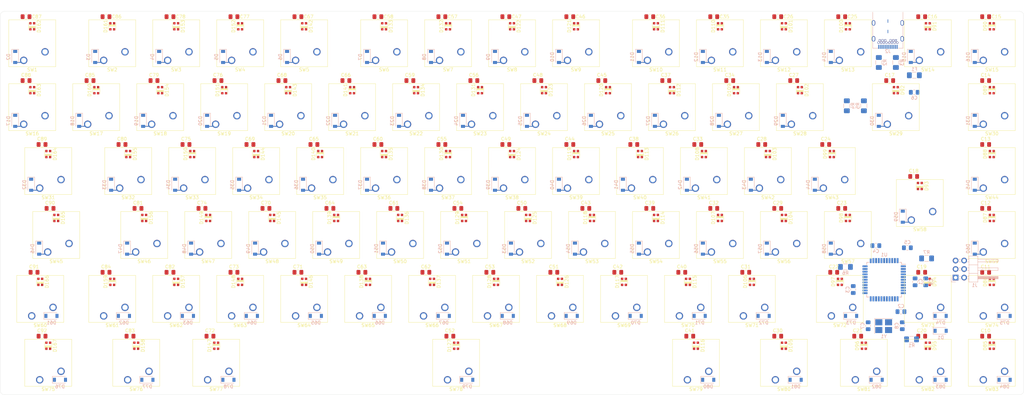
<source format=kicad_pcb>
(kicad_pcb (version 20171130) (host pcbnew 5.1.5+dfsg1-2build2)

  (general
    (thickness 1.6)
    (drawings 8)
    (tracks 118)
    (zones 0)
    (modules 354)
    (nets 216)
  )

  (page A3)
  (layers
    (0 F.Cu signal)
    (31 B.Cu signal)
    (32 B.Adhes user)
    (33 F.Adhes user)
    (34 B.Paste user)
    (35 F.Paste user)
    (36 B.SilkS user)
    (37 F.SilkS user)
    (38 B.Mask user)
    (39 F.Mask user)
    (40 Dwgs.User user)
    (41 Cmts.User user)
    (42 Eco1.User user)
    (43 Eco2.User user)
    (44 Edge.Cuts user)
    (45 Margin user)
    (46 B.CrtYd user)
    (47 F.CrtYd user)
    (48 B.Fab user)
    (49 F.Fab user)
  )

  (setup
    (last_trace_width 0.25)
    (trace_clearance 0.2)
    (zone_clearance 0.508)
    (zone_45_only no)
    (trace_min 0.2)
    (via_size 0.8)
    (via_drill 0.4)
    (via_min_size 0.6)
    (via_min_drill 0.3)
    (uvia_size 0.3)
    (uvia_drill 0.1)
    (uvias_allowed no)
    (uvia_min_size 0.2)
    (uvia_min_drill 0.1)
    (edge_width 0.05)
    (segment_width 0.2)
    (pcb_text_width 0.3)
    (pcb_text_size 1.5 1.5)
    (mod_edge_width 0.12)
    (mod_text_size 1 1)
    (mod_text_width 0.15)
    (pad_size 1.524 1.524)
    (pad_drill 0.762)
    (pad_to_mask_clearance 0.051)
    (solder_mask_min_width 0.25)
    (aux_axis_origin 0 0)
    (visible_elements FFFFF77F)
    (pcbplotparams
      (layerselection 0x010fc_ffffffff)
      (usegerberextensions false)
      (usegerberattributes false)
      (usegerberadvancedattributes false)
      (creategerberjobfile false)
      (excludeedgelayer true)
      (linewidth 0.100000)
      (plotframeref false)
      (viasonmask false)
      (mode 1)
      (useauxorigin false)
      (hpglpennumber 1)
      (hpglpenspeed 20)
      (hpglpendiameter 15.000000)
      (psnegative false)
      (psa4output false)
      (plotreference true)
      (plotvalue true)
      (plotinvisibletext false)
      (padsonsilk false)
      (subtractmaskfromsilk false)
      (outputformat 1)
      (mirror false)
      (drillshape 1)
      (scaleselection 1)
      (outputdirectory ""))
  )

  (net 0 "")
  (net 1 GND)
  (net 2 +5V)
  (net 3 "Net-(C7-Pad1)")
  (net 4 "Net-(C8-Pad2)")
  (net 5 "Net-(C9-Pad1)")
  (net 6 RST)
  (net 7 ROW0)
  (net 8 "Net-(D2-Pad2)")
  (net 9 "Net-(D3-Pad2)")
  (net 10 "Net-(D4-Pad2)")
  (net 11 "Net-(D5-Pad2)")
  (net 12 "Net-(D6-Pad2)")
  (net 13 "Net-(D7-Pad2)")
  (net 14 "Net-(D8-Pad2)")
  (net 15 "Net-(D9-Pad2)")
  (net 16 "Net-(D10-Pad2)")
  (net 17 "Net-(D11-Pad2)")
  (net 18 "Net-(D12-Pad2)")
  (net 19 "Net-(D13-Pad2)")
  (net 20 "Net-(D14-Pad2)")
  (net 21 "Net-(D15-Pad2)")
  (net 22 "Net-(D16-Pad2)")
  (net 23 ROW1)
  (net 24 "Net-(D17-Pad2)")
  (net 25 "Net-(D18-Pad2)")
  (net 26 "Net-(D19-Pad2)")
  (net 27 "Net-(D20-Pad2)")
  (net 28 "Net-(D21-Pad2)")
  (net 29 "Net-(D22-Pad2)")
  (net 30 "Net-(D23-Pad2)")
  (net 31 "Net-(D24-Pad2)")
  (net 32 "Net-(D25-Pad2)")
  (net 33 "Net-(D26-Pad2)")
  (net 34 "Net-(D27-Pad2)")
  (net 35 "Net-(D28-Pad2)")
  (net 36 "Net-(D29-Pad2)")
  (net 37 "Net-(D30-Pad2)")
  (net 38 "Net-(D31-Pad2)")
  (net 39 "Net-(D32-Pad2)")
  (net 40 ROW2)
  (net 41 "Net-(D33-Pad2)")
  (net 42 "Net-(D34-Pad2)")
  (net 43 "Net-(D35-Pad2)")
  (net 44 "Net-(D36-Pad2)")
  (net 45 "Net-(D37-Pad2)")
  (net 46 "Net-(D38-Pad2)")
  (net 47 "Net-(D39-Pad2)")
  (net 48 "Net-(D40-Pad2)")
  (net 49 "Net-(D41-Pad2)")
  (net 50 "Net-(D42-Pad2)")
  (net 51 "Net-(D43-Pad2)")
  (net 52 "Net-(D44-Pad2)")
  (net 53 "Net-(D45-Pad2)")
  (net 54 "Net-(D46-Pad2)")
  (net 55 ROW3)
  (net 56 "Net-(D47-Pad2)")
  (net 57 "Net-(D48-Pad2)")
  (net 58 "Net-(D49-Pad2)")
  (net 59 "Net-(D50-Pad2)")
  (net 60 "Net-(D51-Pad2)")
  (net 61 "Net-(D52-Pad2)")
  (net 62 "Net-(D53-Pad2)")
  (net 63 "Net-(D54-Pad2)")
  (net 64 "Net-(D55-Pad2)")
  (net 65 "Net-(D56-Pad2)")
  (net 66 "Net-(D57-Pad2)")
  (net 67 "Net-(D58-Pad2)")
  (net 68 "Net-(D59-Pad2)")
  (net 69 "Net-(D60-Pad2)")
  (net 70 ROW4)
  (net 71 "Net-(D61-Pad2)")
  (net 72 "Net-(D62-Pad2)")
  (net 73 "Net-(D63-Pad2)")
  (net 74 "Net-(D64-Pad2)")
  (net 75 "Net-(D65-Pad2)")
  (net 76 "Net-(D66-Pad2)")
  (net 77 "Net-(D67-Pad2)")
  (net 78 "Net-(D68-Pad2)")
  (net 79 "Net-(D69-Pad2)")
  (net 80 "Net-(D70-Pad2)")
  (net 81 "Net-(D71-Pad2)")
  (net 82 "Net-(D72-Pad2)")
  (net 83 "Net-(D73-Pad2)")
  (net 84 "Net-(D74-Pad2)")
  (net 85 "Net-(D75-Pad2)")
  (net 86 ROW5)
  (net 87 "Net-(D76-Pad2)")
  (net 88 "Net-(D77-Pad2)")
  (net 89 "Net-(D78-Pad2)")
  (net 90 "Net-(D79-Pad2)")
  (net 91 "Net-(D80-Pad2)")
  (net 92 "Net-(D81-Pad2)")
  (net 93 "Net-(D82-Pad2)")
  (net 94 "Net-(D83-Pad2)")
  (net 95 "Net-(D84-Pad2)")
  (net 96 "Net-(D85-Pad2)")
  (net 97 DIN)
  (net 98 "Net-(D86-Pad2)")
  (net 99 "Net-(D87-Pad2)")
  (net 100 "Net-(D88-Pad2)")
  (net 101 "Net-(D89-Pad2)")
  (net 102 "Net-(D90-Pad2)")
  (net 103 "Net-(D91-Pad2)")
  (net 104 "Net-(D92-Pad2)")
  (net 105 "Net-(D93-Pad2)")
  (net 106 "Net-(D94-Pad2)")
  (net 107 "Net-(D95-Pad2)")
  (net 108 "Net-(D96-Pad2)")
  (net 109 "Net-(D97-Pad2)")
  (net 110 "Net-(D98-Pad2)")
  (net 111 "Net-(D100-Pad4)")
  (net 112 "Net-(D100-Pad2)")
  (net 113 "Net-(D101-Pad2)")
  (net 114 "Net-(D102-Pad2)")
  (net 115 "Net-(D103-Pad2)")
  (net 116 "Net-(D104-Pad2)")
  (net 117 "Net-(D105-Pad2)")
  (net 118 "Net-(D106-Pad2)")
  (net 119 "Net-(D107-Pad2)")
  (net 120 "Net-(D108-Pad2)")
  (net 121 "Net-(D109-Pad2)")
  (net 122 "Net-(D110-Pad2)")
  (net 123 "Net-(D111-Pad2)")
  (net 124 "Net-(D112-Pad2)")
  (net 125 "Net-(D113-Pad2)")
  (net 126 "Net-(D114-Pad2)")
  (net 127 "Net-(D115-Pad2)")
  (net 128 "Net-(D116-Pad2)")
  (net 129 "Net-(D117-Pad2)")
  (net 130 "Net-(D118-Pad2)")
  (net 131 "Net-(D119-Pad2)")
  (net 132 "Net-(D120-Pad2)")
  (net 133 "Net-(D121-Pad2)")
  (net 134 "Net-(D122-Pad2)")
  (net 135 "Net-(D123-Pad2)")
  (net 136 "Net-(D124-Pad2)")
  (net 137 "Net-(D125-Pad2)")
  (net 138 "Net-(D126-Pad2)")
  (net 139 "Net-(D127-Pad2)")
  (net 140 "Net-(D128-Pad2)")
  (net 141 "Net-(D129-Pad2)")
  (net 142 "Net-(D130-Pad2)")
  (net 143 "Net-(D131-Pad2)")
  (net 144 "Net-(D132-Pad2)")
  (net 145 "Net-(D133-Pad2)")
  (net 146 "Net-(D134-Pad2)")
  (net 147 "Net-(D135-Pad2)")
  (net 148 "Net-(D136-Pad2)")
  (net 149 "Net-(D137-Pad2)")
  (net 150 "Net-(D138-Pad2)")
  (net 151 "Net-(D139-Pad2)")
  (net 152 "Net-(D140-Pad2)")
  (net 153 "Net-(D141-Pad2)")
  (net 154 "Net-(D142-Pad2)")
  (net 155 "Net-(D143-Pad2)")
  (net 156 "Net-(D144-Pad2)")
  (net 157 "Net-(D145-Pad2)")
  (net 158 "Net-(D146-Pad2)")
  (net 159 "Net-(D147-Pad2)")
  (net 160 "Net-(D148-Pad2)")
  (net 161 "Net-(D149-Pad2)")
  (net 162 "Net-(D150-Pad2)")
  (net 163 "Net-(D151-Pad2)")
  (net 164 "Net-(D152-Pad2)")
  (net 165 "Net-(D153-Pad2)")
  (net 166 "Net-(D154-Pad2)")
  (net 167 "Net-(D155-Pad2)")
  (net 168 "Net-(D156-Pad2)")
  (net 169 "Net-(D157-Pad2)")
  (net 170 "Net-(D158-Pad2)")
  (net 171 "Net-(D159-Pad2)")
  (net 172 "Net-(D160-Pad2)")
  (net 173 "Net-(D161-Pad2)")
  (net 174 "Net-(D162-Pad2)")
  (net 175 "Net-(D163-Pad2)")
  (net 176 "Net-(D164-Pad2)")
  (net 177 "Net-(D165-Pad2)")
  (net 178 "Net-(D166-Pad2)")
  (net 179 "Net-(D167-Pad2)")
  (net 180 "Net-(F1-Pad2)")
  (net 181 COL02)
  (net 182 COL00)
  (net 183 COL01)
  (net 184 "Net-(J2-PadA11)")
  (net 185 "Net-(J2-PadA10)")
  (net 186 "Net-(J2-PadA8)")
  (net 187 D-)
  (net 188 D+)
  (net 189 "Net-(J2-PadA5)")
  (net 190 "Net-(J2-PadA3)")
  (net 191 "Net-(J2-PadA2)")
  (net 192 "Net-(J2-PadB10)")
  (net 193 "Net-(J2-PadB3)")
  (net 194 "Net-(J2-PadB8)")
  (net 195 "Net-(J2-PadB5)")
  (net 196 "Net-(J2-PadB2)")
  (net 197 "Net-(J2-PadB11)")
  (net 198 "Net-(R6-Pad2)")
  (net 199 COL03)
  (net 200 COL04)
  (net 201 COL06)
  (net 202 COL07)
  (net 203 COL08)
  (net 204 COL09)
  (net 205 COL10)
  (net 206 COL11)
  (net 207 COL12)
  (net 208 COL13)
  (net 209 COL14)
  (net 210 COL15)
  (net 211 COL05)
  (net 212 "Net-(U1-Pad1)")
  (net 213 "Net-(U1-Pad8)")
  (net 214 "Net-(U1-Pad42)")
  (net 215 "Net-(R7-Pad2)")

  (net_class Default "Dies ist die voreingestellte Netzklasse."
    (clearance 0.2)
    (trace_width 0.25)
    (via_dia 0.8)
    (via_drill 0.4)
    (uvia_dia 0.3)
    (uvia_drill 0.1)
    (add_net +5V)
    (add_net COL00)
    (add_net COL01)
    (add_net COL02)
    (add_net COL03)
    (add_net COL04)
    (add_net COL05)
    (add_net COL06)
    (add_net COL07)
    (add_net COL08)
    (add_net COL09)
    (add_net COL10)
    (add_net COL11)
    (add_net COL12)
    (add_net COL13)
    (add_net COL14)
    (add_net COL15)
    (add_net D+)
    (add_net D-)
    (add_net DIN)
    (add_net GND)
    (add_net "Net-(C7-Pad1)")
    (add_net "Net-(C8-Pad2)")
    (add_net "Net-(C9-Pad1)")
    (add_net "Net-(D10-Pad2)")
    (add_net "Net-(D100-Pad2)")
    (add_net "Net-(D100-Pad4)")
    (add_net "Net-(D101-Pad2)")
    (add_net "Net-(D102-Pad2)")
    (add_net "Net-(D103-Pad2)")
    (add_net "Net-(D104-Pad2)")
    (add_net "Net-(D105-Pad2)")
    (add_net "Net-(D106-Pad2)")
    (add_net "Net-(D107-Pad2)")
    (add_net "Net-(D108-Pad2)")
    (add_net "Net-(D109-Pad2)")
    (add_net "Net-(D11-Pad2)")
    (add_net "Net-(D110-Pad2)")
    (add_net "Net-(D111-Pad2)")
    (add_net "Net-(D112-Pad2)")
    (add_net "Net-(D113-Pad2)")
    (add_net "Net-(D114-Pad2)")
    (add_net "Net-(D115-Pad2)")
    (add_net "Net-(D116-Pad2)")
    (add_net "Net-(D117-Pad2)")
    (add_net "Net-(D118-Pad2)")
    (add_net "Net-(D119-Pad2)")
    (add_net "Net-(D12-Pad2)")
    (add_net "Net-(D120-Pad2)")
    (add_net "Net-(D121-Pad2)")
    (add_net "Net-(D122-Pad2)")
    (add_net "Net-(D123-Pad2)")
    (add_net "Net-(D124-Pad2)")
    (add_net "Net-(D125-Pad2)")
    (add_net "Net-(D126-Pad2)")
    (add_net "Net-(D127-Pad2)")
    (add_net "Net-(D128-Pad2)")
    (add_net "Net-(D129-Pad2)")
    (add_net "Net-(D13-Pad2)")
    (add_net "Net-(D130-Pad2)")
    (add_net "Net-(D131-Pad2)")
    (add_net "Net-(D132-Pad2)")
    (add_net "Net-(D133-Pad2)")
    (add_net "Net-(D134-Pad2)")
    (add_net "Net-(D135-Pad2)")
    (add_net "Net-(D136-Pad2)")
    (add_net "Net-(D137-Pad2)")
    (add_net "Net-(D138-Pad2)")
    (add_net "Net-(D139-Pad2)")
    (add_net "Net-(D14-Pad2)")
    (add_net "Net-(D140-Pad2)")
    (add_net "Net-(D141-Pad2)")
    (add_net "Net-(D142-Pad2)")
    (add_net "Net-(D143-Pad2)")
    (add_net "Net-(D144-Pad2)")
    (add_net "Net-(D145-Pad2)")
    (add_net "Net-(D146-Pad2)")
    (add_net "Net-(D147-Pad2)")
    (add_net "Net-(D148-Pad2)")
    (add_net "Net-(D149-Pad2)")
    (add_net "Net-(D15-Pad2)")
    (add_net "Net-(D150-Pad2)")
    (add_net "Net-(D151-Pad2)")
    (add_net "Net-(D152-Pad2)")
    (add_net "Net-(D153-Pad2)")
    (add_net "Net-(D154-Pad2)")
    (add_net "Net-(D155-Pad2)")
    (add_net "Net-(D156-Pad2)")
    (add_net "Net-(D157-Pad2)")
    (add_net "Net-(D158-Pad2)")
    (add_net "Net-(D159-Pad2)")
    (add_net "Net-(D16-Pad2)")
    (add_net "Net-(D160-Pad2)")
    (add_net "Net-(D161-Pad2)")
    (add_net "Net-(D162-Pad2)")
    (add_net "Net-(D163-Pad2)")
    (add_net "Net-(D164-Pad2)")
    (add_net "Net-(D165-Pad2)")
    (add_net "Net-(D166-Pad2)")
    (add_net "Net-(D167-Pad2)")
    (add_net "Net-(D17-Pad2)")
    (add_net "Net-(D18-Pad2)")
    (add_net "Net-(D19-Pad2)")
    (add_net "Net-(D2-Pad2)")
    (add_net "Net-(D20-Pad2)")
    (add_net "Net-(D21-Pad2)")
    (add_net "Net-(D22-Pad2)")
    (add_net "Net-(D23-Pad2)")
    (add_net "Net-(D24-Pad2)")
    (add_net "Net-(D25-Pad2)")
    (add_net "Net-(D26-Pad2)")
    (add_net "Net-(D27-Pad2)")
    (add_net "Net-(D28-Pad2)")
    (add_net "Net-(D29-Pad2)")
    (add_net "Net-(D3-Pad2)")
    (add_net "Net-(D30-Pad2)")
    (add_net "Net-(D31-Pad2)")
    (add_net "Net-(D32-Pad2)")
    (add_net "Net-(D33-Pad2)")
    (add_net "Net-(D34-Pad2)")
    (add_net "Net-(D35-Pad2)")
    (add_net "Net-(D36-Pad2)")
    (add_net "Net-(D37-Pad2)")
    (add_net "Net-(D38-Pad2)")
    (add_net "Net-(D39-Pad2)")
    (add_net "Net-(D4-Pad2)")
    (add_net "Net-(D40-Pad2)")
    (add_net "Net-(D41-Pad2)")
    (add_net "Net-(D42-Pad2)")
    (add_net "Net-(D43-Pad2)")
    (add_net "Net-(D44-Pad2)")
    (add_net "Net-(D45-Pad2)")
    (add_net "Net-(D46-Pad2)")
    (add_net "Net-(D47-Pad2)")
    (add_net "Net-(D48-Pad2)")
    (add_net "Net-(D49-Pad2)")
    (add_net "Net-(D5-Pad2)")
    (add_net "Net-(D50-Pad2)")
    (add_net "Net-(D51-Pad2)")
    (add_net "Net-(D52-Pad2)")
    (add_net "Net-(D53-Pad2)")
    (add_net "Net-(D54-Pad2)")
    (add_net "Net-(D55-Pad2)")
    (add_net "Net-(D56-Pad2)")
    (add_net "Net-(D57-Pad2)")
    (add_net "Net-(D58-Pad2)")
    (add_net "Net-(D59-Pad2)")
    (add_net "Net-(D6-Pad2)")
    (add_net "Net-(D60-Pad2)")
    (add_net "Net-(D61-Pad2)")
    (add_net "Net-(D62-Pad2)")
    (add_net "Net-(D63-Pad2)")
    (add_net "Net-(D64-Pad2)")
    (add_net "Net-(D65-Pad2)")
    (add_net "Net-(D66-Pad2)")
    (add_net "Net-(D67-Pad2)")
    (add_net "Net-(D68-Pad2)")
    (add_net "Net-(D69-Pad2)")
    (add_net "Net-(D7-Pad2)")
    (add_net "Net-(D70-Pad2)")
    (add_net "Net-(D71-Pad2)")
    (add_net "Net-(D72-Pad2)")
    (add_net "Net-(D73-Pad2)")
    (add_net "Net-(D74-Pad2)")
    (add_net "Net-(D75-Pad2)")
    (add_net "Net-(D76-Pad2)")
    (add_net "Net-(D77-Pad2)")
    (add_net "Net-(D78-Pad2)")
    (add_net "Net-(D79-Pad2)")
    (add_net "Net-(D8-Pad2)")
    (add_net "Net-(D80-Pad2)")
    (add_net "Net-(D81-Pad2)")
    (add_net "Net-(D82-Pad2)")
    (add_net "Net-(D83-Pad2)")
    (add_net "Net-(D84-Pad2)")
    (add_net "Net-(D85-Pad2)")
    (add_net "Net-(D86-Pad2)")
    (add_net "Net-(D87-Pad2)")
    (add_net "Net-(D88-Pad2)")
    (add_net "Net-(D89-Pad2)")
    (add_net "Net-(D9-Pad2)")
    (add_net "Net-(D90-Pad2)")
    (add_net "Net-(D91-Pad2)")
    (add_net "Net-(D92-Pad2)")
    (add_net "Net-(D93-Pad2)")
    (add_net "Net-(D94-Pad2)")
    (add_net "Net-(D95-Pad2)")
    (add_net "Net-(D96-Pad2)")
    (add_net "Net-(D97-Pad2)")
    (add_net "Net-(D98-Pad2)")
    (add_net "Net-(F1-Pad2)")
    (add_net "Net-(J2-PadA10)")
    (add_net "Net-(J2-PadA11)")
    (add_net "Net-(J2-PadA2)")
    (add_net "Net-(J2-PadA3)")
    (add_net "Net-(J2-PadA5)")
    (add_net "Net-(J2-PadA8)")
    (add_net "Net-(J2-PadB10)")
    (add_net "Net-(J2-PadB11)")
    (add_net "Net-(J2-PadB2)")
    (add_net "Net-(J2-PadB3)")
    (add_net "Net-(J2-PadB5)")
    (add_net "Net-(J2-PadB8)")
    (add_net "Net-(R6-Pad2)")
    (add_net "Net-(R7-Pad2)")
    (add_net "Net-(U1-Pad1)")
    (add_net "Net-(U1-Pad42)")
    (add_net "Net-(U1-Pad8)")
    (add_net ROW0)
    (add_net ROW1)
    (add_net ROW2)
    (add_net ROW3)
    (add_net ROW4)
    (add_net ROW5)
    (add_net RST)
  )

  (module kezboard-pcb:USB_C_Receptacle_Stewart_SS-52400-003 (layer B.Cu) (tedit 5F26DA6C) (tstamp 5F15FEC3)
    (at 302.41875 38.1)
    (descr https://belfuse.com/resources/drawings/stewartconnector/dr-stw-ss-52400-003.pdf)
    (path /5EFFEB48)
    (fp_text reference J2 (at 0 11.9) (layer B.SilkS)
      (effects (font (size 1 1) (thickness 0.15)) (justify mirror))
    )
    (fp_text value USB_C_Receptacle (at 0 -2.54) (layer B.Fab)
      (effects (font (size 1 1) (thickness 0.15)) (justify mirror))
    )
    (fp_line (start -4.49 2.55) (end -4.49 0.21) (layer B.SilkS) (width 0.12))
    (fp_line (start 4.49 0.21) (end 4.49 2.55) (layer B.SilkS) (width 0.12))
    (fp_line (start 4.49 9) (end 4.49 11) (layer B.SilkS) (width 0.12))
    (fp_text user %R (at 0 4.52) (layer B.Fab)
      (effects (font (size 1 1) (thickness 0.15)) (justify mirror))
    )
    (fp_line (start -5.08 11.43) (end 5.08 11.43) (layer B.CrtYd) (width 0.05))
    (fp_line (start -5.08 -1.27) (end 5.08 -1.27) (layer B.CrtYd) (width 0.05))
    (fp_line (start -2 0) (end 2 0) (layer Dwgs.User) (width 0.1))
    (fp_line (start 4.37 -0.95) (end 4.37 10.88) (layer B.Fab) (width 0.1))
    (fp_line (start 4.37 10.88) (end -4.37 10.88) (layer B.Fab) (width 0.1))
    (fp_line (start -4.37 10.88) (end -4.37 -0.95) (layer B.Fab) (width 0.1))
    (fp_text user "PCB Edge" (at 0 0.5) (layer Dwgs.User)
      (effects (font (size 0.5 0.5) (thickness 0.1)))
    )
    (fp_line (start -4.37 -0.95) (end 4.37 -0.95) (layer B.Fab) (width 0.1))
    (fp_line (start 5.08 -1.27) (end 5.08 11.43) (layer B.CrtYd) (width 0.05))
    (fp_line (start -5.08 11.43) (end -5.08 -1.27) (layer B.CrtYd) (width 0.05))
    (fp_line (start -3 11) (end -4.49 11) (layer B.SilkS) (width 0.12))
    (fp_line (start -4.49 11) (end -4.49 9) (layer B.SilkS) (width 0.12))
    (fp_line (start 4.49 11) (end 3 11) (layer B.SilkS) (width 0.12))
    (fp_line (start -4.49 7.35) (end -4.49 4.35) (layer B.SilkS) (width 0.12))
    (fp_line (start 4.49 4.35) (end 4.49 7.35) (layer B.SilkS) (width 0.12))
    (pad B11 thru_hole circle (at -2.4 8.62) (size 0.65 0.65) (drill 0.4) (layers *.Cu *.Mask)
      (net 197 "Net-(J2-PadB11)"))
    (pad B2 thru_hole circle (at 2.4 8.62) (size 0.65 0.65) (drill 0.4) (layers *.Cu *.Mask)
      (net 196 "Net-(J2-PadB2)"))
    (pad B12 thru_hole circle (at -2.8 9.33) (size 0.65 0.65) (drill 0.4) (layers *.Cu *.Mask)
      (net 1 GND))
    (pad B5 thru_hole circle (at 0.8 8.62) (size 0.65 0.65) (drill 0.4) (layers *.Cu *.Mask)
      (net 195 "Net-(J2-PadB5)"))
    (pad B8 thru_hole circle (at -0.8 8.62) (size 0.65 0.65) (drill 0.4) (layers *.Cu *.Mask)
      (net 194 "Net-(J2-PadB8)"))
    (pad B3 thru_hole circle (at 1.6 8.62) (size 0.65 0.65) (drill 0.4) (layers *.Cu *.Mask)
      (net 193 "Net-(J2-PadB3)"))
    (pad B10 thru_hole circle (at -1.6 8.62) (size 0.65 0.65) (drill 0.4) (layers *.Cu *.Mask)
      (net 192 "Net-(J2-PadB10)"))
    (pad B1 thru_hole circle (at 2.8 9.33) (size 0.65 0.65) (drill 0.4) (layers *.Cu *.Mask)
      (net 1 GND))
    (pad S1 thru_hole circle (at -2 9.33) (size 0.65 0.65) (drill 0.4) (layers *.Cu *.Mask)
      (net 1 GND))
    (pad S1 thru_hole circle (at 2 9.33) (size 0.65 0.65) (drill 0.4) (layers *.Cu *.Mask)
      (net 1 GND))
    (pad B9 thru_hole circle (at -1.2 9.33) (size 0.65 0.65) (drill 0.4) (layers *.Cu *.Mask)
      (net 180 "Net-(F1-Pad2)"))
    (pad B4 thru_hole circle (at 1.2 9.33) (size 0.65 0.65) (drill 0.4) (layers *.Cu *.Mask)
      (net 180 "Net-(F1-Pad2)"))
    (pad B7 thru_hole circle (at -0.4 9.33) (size 0.65 0.65) (drill 0.4) (layers *.Cu *.Mask)
      (net 187 D-))
    (pad B6 thru_hole circle (at 0.4 9.33) (size 0.65 0.65) (drill 0.4) (layers *.Cu *.Mask)
      (net 188 D+))
    (pad S1 smd rect (at 0 6) (size 0.2 1) (layers B.Cu B.Paste B.Mask)
      (net 1 GND))
    (pad S1 smd rect (at 0 2.9) (size 0.2 1) (layers B.Cu B.Paste B.Mask)
      (net 1 GND))
    (pad S1 thru_hole oval (at 4.27 8.18) (size 1 1.6) (drill oval 0.6 1.2) (layers *.Cu *.Mask)
      (net 1 GND))
    (pad S1 thru_hole oval (at -4.27 8.18) (size 1 1.6) (drill oval 0.6 1.2) (layers *.Cu *.Mask)
      (net 1 GND))
    (pad S1 thru_hole oval (at -4.27 3.45) (size 1 1.6) (drill oval 0.6 1.2) (layers *.Cu *.Mask)
      (net 1 GND))
    (pad S1 thru_hole oval (at 4.27 3.45) (size 1 1.6) (drill oval 0.6 1.2) (layers *.Cu *.Mask)
      (net 1 GND))
    (pad A1 smd rect (at -2.75 10.58) (size 0.3 1.2) (layers B.Cu B.Paste B.Mask)
      (net 1 GND))
    (pad A2 smd rect (at -2.25 10.58) (size 0.3 1.2) (layers B.Cu B.Paste B.Mask)
      (net 191 "Net-(J2-PadA2)"))
    (pad A3 smd rect (at -1.75 10.58) (size 0.3 1.2) (layers B.Cu B.Paste B.Mask)
      (net 190 "Net-(J2-PadA3)"))
    (pad A4 smd rect (at -1.25 10.58) (size 0.3 1.2) (layers B.Cu B.Paste B.Mask)
      (net 180 "Net-(F1-Pad2)"))
    (pad A5 smd rect (at -0.75 10.58) (size 0.3 1.2) (layers B.Cu B.Paste B.Mask)
      (net 189 "Net-(J2-PadA5)"))
    (pad A6 smd rect (at -0.25 10.58) (size 0.3 1.2) (layers B.Cu B.Paste B.Mask)
      (net 188 D+))
    (pad A7 smd rect (at 0.25 10.58) (size 0.3 1.2) (layers B.Cu B.Paste B.Mask)
      (net 187 D-))
    (pad A8 smd rect (at 0.75 10.58) (size 0.3 1.2) (layers B.Cu B.Paste B.Mask)
      (net 186 "Net-(J2-PadA8)"))
    (pad A9 smd rect (at 1.25 10.58) (size 0.3 1.2) (layers B.Cu B.Paste B.Mask)
      (net 180 "Net-(F1-Pad2)"))
    (pad A10 smd rect (at 1.75 10.58) (size 0.3 1.2) (layers B.Cu B.Paste B.Mask)
      (net 185 "Net-(J2-PadA10)"))
    (pad A11 smd rect (at 2.25 10.58) (size 0.3 1.2) (layers B.Cu B.Paste B.Mask)
      (net 184 "Net-(J2-PadA11)"))
    (pad A12 smd rect (at 2.75 10.58) (size 0.3 1.2) (layers B.Cu B.Paste B.Mask)
      (net 1 GND))
  )

  (module Resistor_SMD:R_1206_3216Metric_Pad1.42x1.75mm_HandSolder (layer B.Cu) (tedit 5B301BBD) (tstamp 5F26397F)
    (at 313.944 111.76 180)
    (descr "Resistor SMD 1206 (3216 Metric), square (rectangular) end terminal, IPC_7351 nominal with elongated pad for handsoldering. (Body size source: http://www.tortai-tech.com/upload/download/2011102023233369053.pdf), generated with kicad-footprint-generator")
    (tags "resistor handsolder")
    (path /5F259898)
    (attr smd)
    (fp_text reference R7 (at 0 1.82) (layer B.SilkS)
      (effects (font (size 1 1) (thickness 0.15)) (justify mirror))
    )
    (fp_text value 470 (at 0 -1.82) (layer B.Fab)
      (effects (font (size 1 1) (thickness 0.15)) (justify mirror))
    )
    (fp_text user %R (at 0 0) (layer B.Fab)
      (effects (font (size 0.8 0.8) (thickness 0.12)) (justify mirror))
    )
    (fp_line (start 2.45 -1.12) (end -2.45 -1.12) (layer B.CrtYd) (width 0.05))
    (fp_line (start 2.45 1.12) (end 2.45 -1.12) (layer B.CrtYd) (width 0.05))
    (fp_line (start -2.45 1.12) (end 2.45 1.12) (layer B.CrtYd) (width 0.05))
    (fp_line (start -2.45 -1.12) (end -2.45 1.12) (layer B.CrtYd) (width 0.05))
    (fp_line (start -0.602064 -0.91) (end 0.602064 -0.91) (layer B.SilkS) (width 0.12))
    (fp_line (start -0.602064 0.91) (end 0.602064 0.91) (layer B.SilkS) (width 0.12))
    (fp_line (start 1.6 -0.8) (end -1.6 -0.8) (layer B.Fab) (width 0.1))
    (fp_line (start 1.6 0.8) (end 1.6 -0.8) (layer B.Fab) (width 0.1))
    (fp_line (start -1.6 0.8) (end 1.6 0.8) (layer B.Fab) (width 0.1))
    (fp_line (start -1.6 -0.8) (end -1.6 0.8) (layer B.Fab) (width 0.1))
    (pad 2 smd roundrect (at 1.4875 0 180) (size 1.425 1.75) (layers B.Cu B.Paste B.Mask) (roundrect_rratio 0.175439)
      (net 215 "Net-(R7-Pad2)"))
    (pad 1 smd roundrect (at -1.4875 0 180) (size 1.425 1.75) (layers B.Cu B.Paste B.Mask) (roundrect_rratio 0.175439)
      (net 97 DIN))
    (model ${KISYS3DMOD}/Resistor_SMD.3dshapes/R_1206_3216Metric.wrl
      (at (xyz 0 0 0))
      (scale (xyz 1 1 1))
      (rotate (xyz 0 0 0))
    )
  )

  (module kezboard-pcb:LED_WS2812_2020 (layer F.Cu) (tedit 5F1C4B34) (tstamp 5F1B709E)
    (at 333.375 137.795 90)
    (descr https://www.peace-corp.co.jp/data/WS2812-2020_V1.0_EN.pdf)
    (path /5F949B9C/5F9E7A8D)
    (fp_text reference D85 (at 0 -2 90) (layer F.SilkS)
      (effects (font (size 1 1) (thickness 0.15)))
    )
    (fp_text value WS2812B (at 0 2 90) (layer F.Fab)
      (effects (font (size 1 1) (thickness 0.15)))
    )
    (fp_line (start -1.1 -1) (end 1.1 -1) (layer F.Fab) (width 0.1))
    (fp_line (start 1.1 -1) (end 1.1 1) (layer F.Fab) (width 0.1))
    (fp_line (start 1.1 1) (end -1.1 1) (layer F.Fab) (width 0.1))
    (fp_line (start -1.1 1) (end -1.1 -1) (layer F.Fab) (width 0.1))
    (fp_text user %R (at 0 0 90) (layer F.Fab)
      (effects (font (size 0.5 0.5) (thickness 0.1)))
    )
    (fp_line (start -1.1 -1.11) (end 1.1 -1.11) (layer F.SilkS) (width 0.12))
    (fp_line (start 1.1 1.11) (end -1.1 1.11) (layer F.SilkS) (width 0.12))
    (fp_poly (pts (xy 0.45 0.9) (xy 0.05 0.9) (xy 0.05 -0.9) (xy 0.45 -0.9)) (layer F.SilkS) (width 0.1))
    (pad 2 smd rect (at 0.9015 0.55 90) (size 0.7 0.7) (layers F.Cu F.Paste F.Mask)
      (net 96 "Net-(D85-Pad2)"))
    (pad 3 smd rect (at 0.9015 -0.55 90) (size 0.7 0.7) (layers F.Cu F.Paste F.Mask)
      (net 1 GND))
    (pad 4 smd rect (at -0.9015 -0.55 90) (size 0.7 0.7) (layers F.Cu F.Paste F.Mask)
      (net 97 DIN))
    (pad 1 smd rect (at -0.9015 0.55 90) (size 0.7 0.7) (layers F.Cu F.Paste F.Mask)
      (net 2 +5V))
  )

  (module kezboard-pcb:LED_WS2812_2020 (layer F.Cu) (tedit 5F1C4B34) (tstamp 5F15F975)
    (at 333.375 118.745 90)
    (descr https://www.peace-corp.co.jp/data/WS2812-2020_V1.0_EN.pdf)
    (path /5F949B9C/5FD3F1F5)
    (fp_text reference D86 (at 0 -2 90) (layer F.SilkS)
      (effects (font (size 1 1) (thickness 0.15)))
    )
    (fp_text value WS2812B (at 0 2 90) (layer F.Fab)
      (effects (font (size 1 1) (thickness 0.15)))
    )
    (fp_poly (pts (xy 0.45 0.9) (xy 0.05 0.9) (xy 0.05 -0.9) (xy 0.45 -0.9)) (layer F.SilkS) (width 0.1))
    (fp_line (start 1.1 1.11) (end -1.1 1.11) (layer F.SilkS) (width 0.12))
    (fp_line (start -1.1 -1.11) (end 1.1 -1.11) (layer F.SilkS) (width 0.12))
    (fp_text user %R (at 0 0 90) (layer F.Fab)
      (effects (font (size 0.5 0.5) (thickness 0.1)))
    )
    (fp_line (start -1.1 1) (end -1.1 -1) (layer F.Fab) (width 0.1))
    (fp_line (start 1.1 1) (end -1.1 1) (layer F.Fab) (width 0.1))
    (fp_line (start 1.1 -1) (end 1.1 1) (layer F.Fab) (width 0.1))
    (fp_line (start -1.1 -1) (end 1.1 -1) (layer F.Fab) (width 0.1))
    (pad 1 smd rect (at -0.9015 0.55 90) (size 0.7 0.7) (layers F.Cu F.Paste F.Mask)
      (net 2 +5V))
    (pad 4 smd rect (at -0.9015 -0.55 90) (size 0.7 0.7) (layers F.Cu F.Paste F.Mask)
      (net 96 "Net-(D85-Pad2)"))
    (pad 3 smd rect (at 0.9015 -0.55 90) (size 0.7 0.7) (layers F.Cu F.Paste F.Mask)
      (net 1 GND))
    (pad 2 smd rect (at 0.9015 0.55 90) (size 0.7 0.7) (layers F.Cu F.Paste F.Mask)
      (net 98 "Net-(D86-Pad2)"))
  )

  (module kezboard-pcb:LED_WS2812_2020 (layer F.Cu) (tedit 5F1C4B34) (tstamp 5F1B738A)
    (at 333.375 99.695 90)
    (descr https://www.peace-corp.co.jp/data/WS2812-2020_V1.0_EN.pdf)
    (path /5F949B9C/5FD40FA8)
    (fp_text reference D87 (at 0 -2 90) (layer F.SilkS)
      (effects (font (size 1 1) (thickness 0.15)))
    )
    (fp_text value WS2812B (at 0 2 90) (layer F.Fab)
      (effects (font (size 1 1) (thickness 0.15)))
    )
    (fp_poly (pts (xy 0.45 0.9) (xy 0.05 0.9) (xy 0.05 -0.9) (xy 0.45 -0.9)) (layer F.SilkS) (width 0.1))
    (fp_line (start 1.1 1.11) (end -1.1 1.11) (layer F.SilkS) (width 0.12))
    (fp_line (start -1.1 -1.11) (end 1.1 -1.11) (layer F.SilkS) (width 0.12))
    (fp_text user %R (at 0 0 90) (layer F.Fab)
      (effects (font (size 0.5 0.5) (thickness 0.1)))
    )
    (fp_line (start -1.1 1) (end -1.1 -1) (layer F.Fab) (width 0.1))
    (fp_line (start 1.1 1) (end -1.1 1) (layer F.Fab) (width 0.1))
    (fp_line (start 1.1 -1) (end 1.1 1) (layer F.Fab) (width 0.1))
    (fp_line (start -1.1 -1) (end 1.1 -1) (layer F.Fab) (width 0.1))
    (pad 1 smd rect (at -0.9015 0.55 90) (size 0.7 0.7) (layers F.Cu F.Paste F.Mask)
      (net 2 +5V))
    (pad 4 smd rect (at -0.9015 -0.55 90) (size 0.7 0.7) (layers F.Cu F.Paste F.Mask)
      (net 98 "Net-(D86-Pad2)"))
    (pad 3 smd rect (at 0.9015 -0.55 90) (size 0.7 0.7) (layers F.Cu F.Paste F.Mask)
      (net 1 GND))
    (pad 2 smd rect (at 0.9015 0.55 90) (size 0.7 0.7) (layers F.Cu F.Paste F.Mask)
      (net 99 "Net-(D87-Pad2)"))
  )

  (module kezboard-pcb:LED_WS2812_2020 (layer F.Cu) (tedit 5F1C4B34) (tstamp 5F25A25B)
    (at 333.375 80.645 90)
    (descr https://www.peace-corp.co.jp/data/WS2812-2020_V1.0_EN.pdf)
    (path /5F949B9C/5FD423CF)
    (fp_text reference D88 (at 0 -2 90) (layer F.SilkS)
      (effects (font (size 1 1) (thickness 0.15)))
    )
    (fp_text value WS2812B (at 0 2 90) (layer F.Fab)
      (effects (font (size 1 1) (thickness 0.15)))
    )
    (fp_poly (pts (xy 0.45 0.9) (xy 0.05 0.9) (xy 0.05 -0.9) (xy 0.45 -0.9)) (layer F.SilkS) (width 0.1))
    (fp_line (start 1.1 1.11) (end -1.1 1.11) (layer F.SilkS) (width 0.12))
    (fp_line (start -1.1 -1.11) (end 1.1 -1.11) (layer F.SilkS) (width 0.12))
    (fp_text user %R (at 0 0 90) (layer F.Fab)
      (effects (font (size 0.5 0.5) (thickness 0.1)))
    )
    (fp_line (start -1.1 1) (end -1.1 -1) (layer F.Fab) (width 0.1))
    (fp_line (start 1.1 1) (end -1.1 1) (layer F.Fab) (width 0.1))
    (fp_line (start 1.1 -1) (end 1.1 1) (layer F.Fab) (width 0.1))
    (fp_line (start -1.1 -1) (end 1.1 -1) (layer F.Fab) (width 0.1))
    (pad 1 smd rect (at -0.9015 0.55 90) (size 0.7 0.7) (layers F.Cu F.Paste F.Mask)
      (net 2 +5V))
    (pad 4 smd rect (at -0.9015 -0.55 90) (size 0.7 0.7) (layers F.Cu F.Paste F.Mask)
      (net 99 "Net-(D87-Pad2)"))
    (pad 3 smd rect (at 0.9015 -0.55 90) (size 0.7 0.7) (layers F.Cu F.Paste F.Mask)
      (net 1 GND))
    (pad 2 smd rect (at 0.9015 0.55 90) (size 0.7 0.7) (layers F.Cu F.Paste F.Mask)
      (net 100 "Net-(D88-Pad2)"))
  )

  (module kezboard-pcb:LED_WS2812_2020 (layer F.Cu) (tedit 5F1C4B34) (tstamp 5F15F9A2)
    (at 333.375 61.595 90)
    (descr https://www.peace-corp.co.jp/data/WS2812-2020_V1.0_EN.pdf)
    (path /5F949B9C/5FD43994)
    (fp_text reference D89 (at 0 -2 90) (layer F.SilkS)
      (effects (font (size 1 1) (thickness 0.15)))
    )
    (fp_text value WS2812B (at 0 2 90) (layer F.Fab)
      (effects (font (size 1 1) (thickness 0.15)))
    )
    (fp_line (start -1.1 -1) (end 1.1 -1) (layer F.Fab) (width 0.1))
    (fp_line (start 1.1 -1) (end 1.1 1) (layer F.Fab) (width 0.1))
    (fp_line (start 1.1 1) (end -1.1 1) (layer F.Fab) (width 0.1))
    (fp_line (start -1.1 1) (end -1.1 -1) (layer F.Fab) (width 0.1))
    (fp_text user %R (at 0 0 90) (layer F.Fab)
      (effects (font (size 0.5 0.5) (thickness 0.1)))
    )
    (fp_line (start -1.1 -1.11) (end 1.1 -1.11) (layer F.SilkS) (width 0.12))
    (fp_line (start 1.1 1.11) (end -1.1 1.11) (layer F.SilkS) (width 0.12))
    (fp_poly (pts (xy 0.45 0.9) (xy 0.05 0.9) (xy 0.05 -0.9) (xy 0.45 -0.9)) (layer F.SilkS) (width 0.1))
    (pad 2 smd rect (at 0.9015 0.55 90) (size 0.7 0.7) (layers F.Cu F.Paste F.Mask)
      (net 101 "Net-(D89-Pad2)"))
    (pad 3 smd rect (at 0.9015 -0.55 90) (size 0.7 0.7) (layers F.Cu F.Paste F.Mask)
      (net 1 GND))
    (pad 4 smd rect (at -0.9015 -0.55 90) (size 0.7 0.7) (layers F.Cu F.Paste F.Mask)
      (net 100 "Net-(D88-Pad2)"))
    (pad 1 smd rect (at -0.9015 0.55 90) (size 0.7 0.7) (layers F.Cu F.Paste F.Mask)
      (net 2 +5V))
  )

  (module kezboard-pcb:LED_WS2812_2020 (layer F.Cu) (tedit 5F1C4B34) (tstamp 5F15F9B1)
    (at 333.375 42.545 90)
    (descr https://www.peace-corp.co.jp/data/WS2812-2020_V1.0_EN.pdf)
    (path /5F949B9C/5F62CAD6)
    (fp_text reference D90 (at 0 -2 90) (layer F.SilkS)
      (effects (font (size 1 1) (thickness 0.15)))
    )
    (fp_text value WS2812B (at 0 2 90) (layer F.Fab)
      (effects (font (size 1 1) (thickness 0.15)))
    )
    (fp_poly (pts (xy 0.45 0.9) (xy 0.05 0.9) (xy 0.05 -0.9) (xy 0.45 -0.9)) (layer F.SilkS) (width 0.1))
    (fp_line (start 1.1 1.11) (end -1.1 1.11) (layer F.SilkS) (width 0.12))
    (fp_line (start -1.1 -1.11) (end 1.1 -1.11) (layer F.SilkS) (width 0.12))
    (fp_text user %R (at 0 0 90) (layer F.Fab)
      (effects (font (size 0.5 0.5) (thickness 0.1)))
    )
    (fp_line (start -1.1 1) (end -1.1 -1) (layer F.Fab) (width 0.1))
    (fp_line (start 1.1 1) (end -1.1 1) (layer F.Fab) (width 0.1))
    (fp_line (start 1.1 -1) (end 1.1 1) (layer F.Fab) (width 0.1))
    (fp_line (start -1.1 -1) (end 1.1 -1) (layer F.Fab) (width 0.1))
    (pad 1 smd rect (at -0.9015 0.55 90) (size 0.7 0.7) (layers F.Cu F.Paste F.Mask)
      (net 2 +5V))
    (pad 4 smd rect (at -0.9015 -0.55 90) (size 0.7 0.7) (layers F.Cu F.Paste F.Mask)
      (net 101 "Net-(D89-Pad2)"))
    (pad 3 smd rect (at 0.9015 -0.55 90) (size 0.7 0.7) (layers F.Cu F.Paste F.Mask)
      (net 1 GND))
    (pad 2 smd rect (at 0.9015 0.55 90) (size 0.7 0.7) (layers F.Cu F.Paste F.Mask)
      (net 102 "Net-(D90-Pad2)"))
  )

  (module kezboard-pcb:LED_WS2812_2020 (layer F.Cu) (tedit 5F1C4B34) (tstamp 5F15F9C0)
    (at 314.325 42.545 270)
    (descr https://www.peace-corp.co.jp/data/WS2812-2020_V1.0_EN.pdf)
    (path /5F949B9C/5F62CAF9)
    (fp_text reference D91 (at 0 -2 90) (layer F.SilkS)
      (effects (font (size 1 1) (thickness 0.15)))
    )
    (fp_text value WS2812B (at 0 2 90) (layer F.Fab)
      (effects (font (size 1 1) (thickness 0.15)))
    )
    (fp_line (start -1.1 -1) (end 1.1 -1) (layer F.Fab) (width 0.1))
    (fp_line (start 1.1 -1) (end 1.1 1) (layer F.Fab) (width 0.1))
    (fp_line (start 1.1 1) (end -1.1 1) (layer F.Fab) (width 0.1))
    (fp_line (start -1.1 1) (end -1.1 -1) (layer F.Fab) (width 0.1))
    (fp_text user %R (at 0 0 90) (layer F.Fab)
      (effects (font (size 0.5 0.5) (thickness 0.1)))
    )
    (fp_line (start -1.1 -1.11) (end 1.1 -1.11) (layer F.SilkS) (width 0.12))
    (fp_line (start 1.1 1.11) (end -1.1 1.11) (layer F.SilkS) (width 0.12))
    (fp_poly (pts (xy 0.45 0.9) (xy 0.05 0.9) (xy 0.05 -0.9) (xy 0.45 -0.9)) (layer F.SilkS) (width 0.1))
    (pad 2 smd rect (at 0.9015 0.55 270) (size 0.7 0.7) (layers F.Cu F.Paste F.Mask)
      (net 103 "Net-(D91-Pad2)"))
    (pad 3 smd rect (at 0.9015 -0.55 270) (size 0.7 0.7) (layers F.Cu F.Paste F.Mask)
      (net 1 GND))
    (pad 4 smd rect (at -0.9015 -0.55 270) (size 0.7 0.7) (layers F.Cu F.Paste F.Mask)
      (net 102 "Net-(D90-Pad2)"))
    (pad 1 smd rect (at -0.9015 0.55 270) (size 0.7 0.7) (layers F.Cu F.Paste F.Mask)
      (net 2 +5V))
  )

  (module kezboard-pcb:LED_WS2812_2020 (layer F.Cu) (tedit 5F1C4B34) (tstamp 5F15F9CF)
    (at 304.8 61.595 270)
    (descr https://www.peace-corp.co.jp/data/WS2812-2020_V1.0_EN.pdf)
    (path /5F949B9C/5F62CB1C)
    (fp_text reference D92 (at 0 -2 90) (layer F.SilkS)
      (effects (font (size 1 1) (thickness 0.15)))
    )
    (fp_text value WS2812B (at 0 2 90) (layer F.Fab)
      (effects (font (size 1 1) (thickness 0.15)))
    )
    (fp_poly (pts (xy 0.45 0.9) (xy 0.05 0.9) (xy 0.05 -0.9) (xy 0.45 -0.9)) (layer F.SilkS) (width 0.1))
    (fp_line (start 1.1 1.11) (end -1.1 1.11) (layer F.SilkS) (width 0.12))
    (fp_line (start -1.1 -1.11) (end 1.1 -1.11) (layer F.SilkS) (width 0.12))
    (fp_text user %R (at 0 0 90) (layer F.Fab)
      (effects (font (size 0.5 0.5) (thickness 0.1)))
    )
    (fp_line (start -1.1 1) (end -1.1 -1) (layer F.Fab) (width 0.1))
    (fp_line (start 1.1 1) (end -1.1 1) (layer F.Fab) (width 0.1))
    (fp_line (start 1.1 -1) (end 1.1 1) (layer F.Fab) (width 0.1))
    (fp_line (start -1.1 -1) (end 1.1 -1) (layer F.Fab) (width 0.1))
    (pad 1 smd rect (at -0.9015 0.55 270) (size 0.7 0.7) (layers F.Cu F.Paste F.Mask)
      (net 2 +5V))
    (pad 4 smd rect (at -0.9015 -0.55 270) (size 0.7 0.7) (layers F.Cu F.Paste F.Mask)
      (net 103 "Net-(D91-Pad2)"))
    (pad 3 smd rect (at 0.9015 -0.55 270) (size 0.7 0.7) (layers F.Cu F.Paste F.Mask)
      (net 1 GND))
    (pad 2 smd rect (at 0.9015 0.55 270) (size 0.7 0.7) (layers F.Cu F.Paste F.Mask)
      (net 104 "Net-(D92-Pad2)"))
  )

  (module kezboard-pcb:LED_WS2812_2020 (layer F.Cu) (tedit 5F1C4B34) (tstamp 5F15F9DE)
    (at 311.94375 90.17 270)
    (descr https://www.peace-corp.co.jp/data/WS2812-2020_V1.0_EN.pdf)
    (path /5F949B9C/5F62CB3F)
    (fp_text reference D93 (at 0 -2 90) (layer F.SilkS)
      (effects (font (size 1 1) (thickness 0.15)))
    )
    (fp_text value WS2812B (at 0 2 90) (layer F.Fab)
      (effects (font (size 1 1) (thickness 0.15)))
    )
    (fp_line (start -1.1 -1) (end 1.1 -1) (layer F.Fab) (width 0.1))
    (fp_line (start 1.1 -1) (end 1.1 1) (layer F.Fab) (width 0.1))
    (fp_line (start 1.1 1) (end -1.1 1) (layer F.Fab) (width 0.1))
    (fp_line (start -1.1 1) (end -1.1 -1) (layer F.Fab) (width 0.1))
    (fp_text user %R (at 0 0 90) (layer F.Fab)
      (effects (font (size 0.5 0.5) (thickness 0.1)))
    )
    (fp_line (start -1.1 -1.11) (end 1.1 -1.11) (layer F.SilkS) (width 0.12))
    (fp_line (start 1.1 1.11) (end -1.1 1.11) (layer F.SilkS) (width 0.12))
    (fp_poly (pts (xy 0.45 0.9) (xy 0.05 0.9) (xy 0.05 -0.9) (xy 0.45 -0.9)) (layer F.SilkS) (width 0.1))
    (pad 2 smd rect (at 0.9015 0.55 270) (size 0.7 0.7) (layers F.Cu F.Paste F.Mask)
      (net 105 "Net-(D93-Pad2)"))
    (pad 3 smd rect (at 0.9015 -0.55 270) (size 0.7 0.7) (layers F.Cu F.Paste F.Mask)
      (net 1 GND))
    (pad 4 smd rect (at -0.9015 -0.55 270) (size 0.7 0.7) (layers F.Cu F.Paste F.Mask)
      (net 104 "Net-(D92-Pad2)"))
    (pad 1 smd rect (at -0.9015 0.55 270) (size 0.7 0.7) (layers F.Cu F.Paste F.Mask)
      (net 2 +5V))
  )

  (module kezboard-pcb:LED_WS2812_2020 (layer F.Cu) (tedit 5F1C4B34) (tstamp 5F15F9ED)
    (at 314.325 118.745 270)
    (descr https://www.peace-corp.co.jp/data/WS2812-2020_V1.0_EN.pdf)
    (path /5F949B9C/5F62CB61)
    (fp_text reference D94 (at 0 -2 90) (layer F.SilkS)
      (effects (font (size 1 1) (thickness 0.15)))
    )
    (fp_text value WS2812B (at 0 2 90) (layer F.Fab)
      (effects (font (size 1 1) (thickness 0.15)))
    )
    (fp_poly (pts (xy 0.45 0.9) (xy 0.05 0.9) (xy 0.05 -0.9) (xy 0.45 -0.9)) (layer F.SilkS) (width 0.1))
    (fp_line (start 1.1 1.11) (end -1.1 1.11) (layer F.SilkS) (width 0.12))
    (fp_line (start -1.1 -1.11) (end 1.1 -1.11) (layer F.SilkS) (width 0.12))
    (fp_text user %R (at 0 0 90) (layer F.Fab)
      (effects (font (size 0.5 0.5) (thickness 0.1)))
    )
    (fp_line (start -1.1 1) (end -1.1 -1) (layer F.Fab) (width 0.1))
    (fp_line (start 1.1 1) (end -1.1 1) (layer F.Fab) (width 0.1))
    (fp_line (start 1.1 -1) (end 1.1 1) (layer F.Fab) (width 0.1))
    (fp_line (start -1.1 -1) (end 1.1 -1) (layer F.Fab) (width 0.1))
    (pad 1 smd rect (at -0.9015 0.55 270) (size 0.7 0.7) (layers F.Cu F.Paste F.Mask)
      (net 2 +5V))
    (pad 4 smd rect (at -0.9015 -0.55 270) (size 0.7 0.7) (layers F.Cu F.Paste F.Mask)
      (net 105 "Net-(D93-Pad2)"))
    (pad 3 smd rect (at 0.9015 -0.55 270) (size 0.7 0.7) (layers F.Cu F.Paste F.Mask)
      (net 1 GND))
    (pad 2 smd rect (at 0.9015 0.55 270) (size 0.7 0.7) (layers F.Cu F.Paste F.Mask)
      (net 106 "Net-(D94-Pad2)"))
  )

  (module kezboard-pcb:LED_WS2812_2020 (layer F.Cu) (tedit 5F1C4B34) (tstamp 5F15F9FC)
    (at 314.325 137.795 270)
    (descr https://www.peace-corp.co.jp/data/WS2812-2020_V1.0_EN.pdf)
    (path /5F949B9C/5F6A6266)
    (fp_text reference D95 (at 0 -2 90) (layer F.SilkS)
      (effects (font (size 1 1) (thickness 0.15)))
    )
    (fp_text value WS2812B (at 0 2 90) (layer F.Fab)
      (effects (font (size 1 1) (thickness 0.15)))
    )
    (fp_poly (pts (xy 0.45 0.9) (xy 0.05 0.9) (xy 0.05 -0.9) (xy 0.45 -0.9)) (layer F.SilkS) (width 0.1))
    (fp_line (start 1.1 1.11) (end -1.1 1.11) (layer F.SilkS) (width 0.12))
    (fp_line (start -1.1 -1.11) (end 1.1 -1.11) (layer F.SilkS) (width 0.12))
    (fp_text user %R (at 0 0 90) (layer F.Fab)
      (effects (font (size 0.5 0.5) (thickness 0.1)))
    )
    (fp_line (start -1.1 1) (end -1.1 -1) (layer F.Fab) (width 0.1))
    (fp_line (start 1.1 1) (end -1.1 1) (layer F.Fab) (width 0.1))
    (fp_line (start 1.1 -1) (end 1.1 1) (layer F.Fab) (width 0.1))
    (fp_line (start -1.1 -1) (end 1.1 -1) (layer F.Fab) (width 0.1))
    (pad 1 smd rect (at -0.9015 0.55 270) (size 0.7 0.7) (layers F.Cu F.Paste F.Mask)
      (net 2 +5V))
    (pad 4 smd rect (at -0.9015 -0.55 270) (size 0.7 0.7) (layers F.Cu F.Paste F.Mask)
      (net 106 "Net-(D94-Pad2)"))
    (pad 3 smd rect (at 0.9015 -0.55 270) (size 0.7 0.7) (layers F.Cu F.Paste F.Mask)
      (net 1 GND))
    (pad 2 smd rect (at 0.9015 0.55 270) (size 0.7 0.7) (layers F.Cu F.Paste F.Mask)
      (net 107 "Net-(D95-Pad2)"))
  )

  (module kezboard-pcb:LED_WS2812_2020 (layer F.Cu) (tedit 5F1C4B34) (tstamp 5F15FA0B)
    (at 295.275 137.795 90)
    (descr https://www.peace-corp.co.jp/data/WS2812-2020_V1.0_EN.pdf)
    (path /5F949B9C/5F6A6289)
    (fp_text reference D96 (at 0 -2 90) (layer F.SilkS)
      (effects (font (size 1 1) (thickness 0.15)))
    )
    (fp_text value WS2812B (at 0 2 90) (layer F.Fab)
      (effects (font (size 1 1) (thickness 0.15)))
    )
    (fp_line (start -1.1 -1) (end 1.1 -1) (layer F.Fab) (width 0.1))
    (fp_line (start 1.1 -1) (end 1.1 1) (layer F.Fab) (width 0.1))
    (fp_line (start 1.1 1) (end -1.1 1) (layer F.Fab) (width 0.1))
    (fp_line (start -1.1 1) (end -1.1 -1) (layer F.Fab) (width 0.1))
    (fp_text user %R (at 0 0 90) (layer F.Fab)
      (effects (font (size 0.5 0.5) (thickness 0.1)))
    )
    (fp_line (start -1.1 -1.11) (end 1.1 -1.11) (layer F.SilkS) (width 0.12))
    (fp_line (start 1.1 1.11) (end -1.1 1.11) (layer F.SilkS) (width 0.12))
    (fp_poly (pts (xy 0.45 0.9) (xy 0.05 0.9) (xy 0.05 -0.9) (xy 0.45 -0.9)) (layer F.SilkS) (width 0.1))
    (pad 2 smd rect (at 0.9015 0.55 90) (size 0.7 0.7) (layers F.Cu F.Paste F.Mask)
      (net 108 "Net-(D96-Pad2)"))
    (pad 3 smd rect (at 0.9015 -0.55 90) (size 0.7 0.7) (layers F.Cu F.Paste F.Mask)
      (net 1 GND))
    (pad 4 smd rect (at -0.9015 -0.55 90) (size 0.7 0.7) (layers F.Cu F.Paste F.Mask)
      (net 107 "Net-(D95-Pad2)"))
    (pad 1 smd rect (at -0.9015 0.55 90) (size 0.7 0.7) (layers F.Cu F.Paste F.Mask)
      (net 2 +5V))
  )

  (module kezboard-pcb:LED_WS2812_2020 (layer F.Cu) (tedit 5F1C4B34) (tstamp 5F15FA1A)
    (at 288.13125 118.745 90)
    (descr https://www.peace-corp.co.jp/data/WS2812-2020_V1.0_EN.pdf)
    (path /5F949B9C/5F6A62AC)
    (fp_text reference D97 (at 0 -2 90) (layer F.SilkS)
      (effects (font (size 1 1) (thickness 0.15)))
    )
    (fp_text value WS2812B (at 0 2 90) (layer F.Fab)
      (effects (font (size 1 1) (thickness 0.15)))
    )
    (fp_poly (pts (xy 0.45 0.9) (xy 0.05 0.9) (xy 0.05 -0.9) (xy 0.45 -0.9)) (layer F.SilkS) (width 0.1))
    (fp_line (start 1.1 1.11) (end -1.1 1.11) (layer F.SilkS) (width 0.12))
    (fp_line (start -1.1 -1.11) (end 1.1 -1.11) (layer F.SilkS) (width 0.12))
    (fp_text user %R (at 0 0 90) (layer F.Fab)
      (effects (font (size 0.5 0.5) (thickness 0.1)))
    )
    (fp_line (start -1.1 1) (end -1.1 -1) (layer F.Fab) (width 0.1))
    (fp_line (start 1.1 1) (end -1.1 1) (layer F.Fab) (width 0.1))
    (fp_line (start 1.1 -1) (end 1.1 1) (layer F.Fab) (width 0.1))
    (fp_line (start -1.1 -1) (end 1.1 -1) (layer F.Fab) (width 0.1))
    (pad 1 smd rect (at -0.9015 0.55 90) (size 0.7 0.7) (layers F.Cu F.Paste F.Mask)
      (net 2 +5V))
    (pad 4 smd rect (at -0.9015 -0.55 90) (size 0.7 0.7) (layers F.Cu F.Paste F.Mask)
      (net 108 "Net-(D96-Pad2)"))
    (pad 3 smd rect (at 0.9015 -0.55 90) (size 0.7 0.7) (layers F.Cu F.Paste F.Mask)
      (net 1 GND))
    (pad 2 smd rect (at 0.9015 0.55 90) (size 0.7 0.7) (layers F.Cu F.Paste F.Mask)
      (net 109 "Net-(D97-Pad2)"))
  )

  (module kezboard-pcb:LED_WS2812_2020 (layer F.Cu) (tedit 5F1C4B34) (tstamp 5F15FA29)
    (at 290.5125 99.695 90)
    (descr https://www.peace-corp.co.jp/data/WS2812-2020_V1.0_EN.pdf)
    (path /5F949B9C/5F6A62CF)
    (fp_text reference D98 (at 0 -2 90) (layer F.SilkS)
      (effects (font (size 1 1) (thickness 0.15)))
    )
    (fp_text value WS2812B (at 0 2 90) (layer F.Fab)
      (effects (font (size 1 1) (thickness 0.15)))
    )
    (fp_poly (pts (xy 0.45 0.9) (xy 0.05 0.9) (xy 0.05 -0.9) (xy 0.45 -0.9)) (layer F.SilkS) (width 0.1))
    (fp_line (start 1.1 1.11) (end -1.1 1.11) (layer F.SilkS) (width 0.12))
    (fp_line (start -1.1 -1.11) (end 1.1 -1.11) (layer F.SilkS) (width 0.12))
    (fp_text user %R (at 0 0 90) (layer F.Fab)
      (effects (font (size 0.5 0.5) (thickness 0.1)))
    )
    (fp_line (start -1.1 1) (end -1.1 -1) (layer F.Fab) (width 0.1))
    (fp_line (start 1.1 1) (end -1.1 1) (layer F.Fab) (width 0.1))
    (fp_line (start 1.1 -1) (end 1.1 1) (layer F.Fab) (width 0.1))
    (fp_line (start -1.1 -1) (end 1.1 -1) (layer F.Fab) (width 0.1))
    (pad 1 smd rect (at -0.9015 0.55 90) (size 0.7 0.7) (layers F.Cu F.Paste F.Mask)
      (net 2 +5V))
    (pad 4 smd rect (at -0.9015 -0.55 90) (size 0.7 0.7) (layers F.Cu F.Paste F.Mask)
      (net 109 "Net-(D97-Pad2)"))
    (pad 3 smd rect (at 0.9015 -0.55 90) (size 0.7 0.7) (layers F.Cu F.Paste F.Mask)
      (net 1 GND))
    (pad 2 smd rect (at 0.9015 0.55 90) (size 0.7 0.7) (layers F.Cu F.Paste F.Mask)
      (net 110 "Net-(D98-Pad2)"))
  )

  (module kezboard-pcb:LED_WS2812_2020 (layer F.Cu) (tedit 5F1C4B34) (tstamp 5F15FA38)
    (at 285.75 80.645 90)
    (descr https://www.peace-corp.co.jp/data/WS2812-2020_V1.0_EN.pdf)
    (path /5F949B9C/5F6A62F2)
    (fp_text reference D99 (at 0 -2 90) (layer F.SilkS)
      (effects (font (size 1 1) (thickness 0.15)))
    )
    (fp_text value WS2812B (at 0 2 90) (layer F.Fab)
      (effects (font (size 1 1) (thickness 0.15)))
    )
    (fp_poly (pts (xy 0.45 0.9) (xy 0.05 0.9) (xy 0.05 -0.9) (xy 0.45 -0.9)) (layer F.SilkS) (width 0.1))
    (fp_line (start 1.1 1.11) (end -1.1 1.11) (layer F.SilkS) (width 0.12))
    (fp_line (start -1.1 -1.11) (end 1.1 -1.11) (layer F.SilkS) (width 0.12))
    (fp_text user %R (at 0 0 90) (layer F.Fab)
      (effects (font (size 0.5 0.5) (thickness 0.1)))
    )
    (fp_line (start -1.1 1) (end -1.1 -1) (layer F.Fab) (width 0.1))
    (fp_line (start 1.1 1) (end -1.1 1) (layer F.Fab) (width 0.1))
    (fp_line (start 1.1 -1) (end 1.1 1) (layer F.Fab) (width 0.1))
    (fp_line (start -1.1 -1) (end 1.1 -1) (layer F.Fab) (width 0.1))
    (pad 1 smd rect (at -0.9015 0.55 90) (size 0.7 0.7) (layers F.Cu F.Paste F.Mask)
      (net 2 +5V))
    (pad 4 smd rect (at -0.9015 -0.55 90) (size 0.7 0.7) (layers F.Cu F.Paste F.Mask)
      (net 110 "Net-(D98-Pad2)"))
    (pad 3 smd rect (at 0.9015 -0.55 90) (size 0.7 0.7) (layers F.Cu F.Paste F.Mask)
      (net 1 GND))
    (pad 2 smd rect (at 0.9015 0.55 90) (size 0.7 0.7) (layers F.Cu F.Paste F.Mask)
      (net 111 "Net-(D100-Pad4)"))
  )

  (module kezboard-pcb:LED_WS2812_2020 (layer F.Cu) (tedit 5F1C4B34) (tstamp 5F15FA47)
    (at 290.5125 42.545 90)
    (descr https://www.peace-corp.co.jp/data/WS2812-2020_V1.0_EN.pdf)
    (path /5F949B9C/5F6A6315)
    (fp_text reference D100 (at 0 -2 90) (layer F.SilkS)
      (effects (font (size 1 1) (thickness 0.15)))
    )
    (fp_text value WS2812B (at 0 2 90) (layer F.Fab)
      (effects (font (size 1 1) (thickness 0.15)))
    )
    (fp_poly (pts (xy 0.45 0.9) (xy 0.05 0.9) (xy 0.05 -0.9) (xy 0.45 -0.9)) (layer F.SilkS) (width 0.1))
    (fp_line (start 1.1 1.11) (end -1.1 1.11) (layer F.SilkS) (width 0.12))
    (fp_line (start -1.1 -1.11) (end 1.1 -1.11) (layer F.SilkS) (width 0.12))
    (fp_text user %R (at 0 0 90) (layer F.Fab)
      (effects (font (size 0.5 0.5) (thickness 0.1)))
    )
    (fp_line (start -1.1 1) (end -1.1 -1) (layer F.Fab) (width 0.1))
    (fp_line (start 1.1 1) (end -1.1 1) (layer F.Fab) (width 0.1))
    (fp_line (start 1.1 -1) (end 1.1 1) (layer F.Fab) (width 0.1))
    (fp_line (start -1.1 -1) (end 1.1 -1) (layer F.Fab) (width 0.1))
    (pad 1 smd rect (at -0.9015 0.55 90) (size 0.7 0.7) (layers F.Cu F.Paste F.Mask)
      (net 2 +5V))
    (pad 4 smd rect (at -0.9015 -0.55 90) (size 0.7 0.7) (layers F.Cu F.Paste F.Mask)
      (net 111 "Net-(D100-Pad4)"))
    (pad 3 smd rect (at 0.9015 -0.55 90) (size 0.7 0.7) (layers F.Cu F.Paste F.Mask)
      (net 1 GND))
    (pad 2 smd rect (at 0.9015 0.55 90) (size 0.7 0.7) (layers F.Cu F.Paste F.Mask)
      (net 112 "Net-(D100-Pad2)"))
  )

  (module kezboard-pcb:LED_WS2812_2020 (layer F.Cu) (tedit 5F1C4B34) (tstamp 5F15FA56)
    (at 271.4625 42.545 270)
    (descr https://www.peace-corp.co.jp/data/WS2812-2020_V1.0_EN.pdf)
    (path /5F949B9C/5F6A6338)
    (fp_text reference D101 (at 0 -2 90) (layer F.SilkS)
      (effects (font (size 1 1) (thickness 0.15)))
    )
    (fp_text value WS2812B (at 0 2 90) (layer F.Fab)
      (effects (font (size 1 1) (thickness 0.15)))
    )
    (fp_poly (pts (xy 0.45 0.9) (xy 0.05 0.9) (xy 0.05 -0.9) (xy 0.45 -0.9)) (layer F.SilkS) (width 0.1))
    (fp_line (start 1.1 1.11) (end -1.1 1.11) (layer F.SilkS) (width 0.12))
    (fp_line (start -1.1 -1.11) (end 1.1 -1.11) (layer F.SilkS) (width 0.12))
    (fp_text user %R (at 0 0 90) (layer F.Fab)
      (effects (font (size 0.5 0.5) (thickness 0.1)))
    )
    (fp_line (start -1.1 1) (end -1.1 -1) (layer F.Fab) (width 0.1))
    (fp_line (start 1.1 1) (end -1.1 1) (layer F.Fab) (width 0.1))
    (fp_line (start 1.1 -1) (end 1.1 1) (layer F.Fab) (width 0.1))
    (fp_line (start -1.1 -1) (end 1.1 -1) (layer F.Fab) (width 0.1))
    (pad 1 smd rect (at -0.9015 0.55 270) (size 0.7 0.7) (layers F.Cu F.Paste F.Mask)
      (net 2 +5V))
    (pad 4 smd rect (at -0.9015 -0.55 270) (size 0.7 0.7) (layers F.Cu F.Paste F.Mask)
      (net 112 "Net-(D100-Pad2)"))
    (pad 3 smd rect (at 0.9015 -0.55 270) (size 0.7 0.7) (layers F.Cu F.Paste F.Mask)
      (net 1 GND))
    (pad 2 smd rect (at 0.9015 0.55 270) (size 0.7 0.7) (layers F.Cu F.Paste F.Mask)
      (net 113 "Net-(D101-Pad2)"))
  )

  (module kezboard-pcb:LED_WS2812_2020 (layer F.Cu) (tedit 5F1C4B34) (tstamp 5F15FA65)
    (at 276.225 61.595 270)
    (descr https://www.peace-corp.co.jp/data/WS2812-2020_V1.0_EN.pdf)
    (path /5F949B9C/5F6A635B)
    (fp_text reference D102 (at 0 -2 90) (layer F.SilkS)
      (effects (font (size 1 1) (thickness 0.15)))
    )
    (fp_text value WS2812B (at 0 2 90) (layer F.Fab)
      (effects (font (size 1 1) (thickness 0.15)))
    )
    (fp_line (start -1.1 -1) (end 1.1 -1) (layer F.Fab) (width 0.1))
    (fp_line (start 1.1 -1) (end 1.1 1) (layer F.Fab) (width 0.1))
    (fp_line (start 1.1 1) (end -1.1 1) (layer F.Fab) (width 0.1))
    (fp_line (start -1.1 1) (end -1.1 -1) (layer F.Fab) (width 0.1))
    (fp_text user %R (at 0 0 90) (layer F.Fab)
      (effects (font (size 0.5 0.5) (thickness 0.1)))
    )
    (fp_line (start -1.1 -1.11) (end 1.1 -1.11) (layer F.SilkS) (width 0.12))
    (fp_line (start 1.1 1.11) (end -1.1 1.11) (layer F.SilkS) (width 0.12))
    (fp_poly (pts (xy 0.45 0.9) (xy 0.05 0.9) (xy 0.05 -0.9) (xy 0.45 -0.9)) (layer F.SilkS) (width 0.1))
    (pad 2 smd rect (at 0.9015 0.55 270) (size 0.7 0.7) (layers F.Cu F.Paste F.Mask)
      (net 114 "Net-(D102-Pad2)"))
    (pad 3 smd rect (at 0.9015 -0.55 270) (size 0.7 0.7) (layers F.Cu F.Paste F.Mask)
      (net 1 GND))
    (pad 4 smd rect (at -0.9015 -0.55 270) (size 0.7 0.7) (layers F.Cu F.Paste F.Mask)
      (net 113 "Net-(D101-Pad2)"))
    (pad 1 smd rect (at -0.9015 0.55 270) (size 0.7 0.7) (layers F.Cu F.Paste F.Mask)
      (net 2 +5V))
  )

  (module kezboard-pcb:LED_WS2812_2020 (layer F.Cu) (tedit 5F1C4B34) (tstamp 5F15FA74)
    (at 266.7 80.645 270)
    (descr https://www.peace-corp.co.jp/data/WS2812-2020_V1.0_EN.pdf)
    (path /5F949B9C/5F6A637E)
    (fp_text reference D103 (at 0 -2 90) (layer F.SilkS)
      (effects (font (size 1 1) (thickness 0.15)))
    )
    (fp_text value WS2812B (at 0 2 90) (layer F.Fab)
      (effects (font (size 1 1) (thickness 0.15)))
    )
    (fp_poly (pts (xy 0.45 0.9) (xy 0.05 0.9) (xy 0.05 -0.9) (xy 0.45 -0.9)) (layer F.SilkS) (width 0.1))
    (fp_line (start 1.1 1.11) (end -1.1 1.11) (layer F.SilkS) (width 0.12))
    (fp_line (start -1.1 -1.11) (end 1.1 -1.11) (layer F.SilkS) (width 0.12))
    (fp_text user %R (at 0 0 90) (layer F.Fab)
      (effects (font (size 0.5 0.5) (thickness 0.1)))
    )
    (fp_line (start -1.1 1) (end -1.1 -1) (layer F.Fab) (width 0.1))
    (fp_line (start 1.1 1) (end -1.1 1) (layer F.Fab) (width 0.1))
    (fp_line (start 1.1 -1) (end 1.1 1) (layer F.Fab) (width 0.1))
    (fp_line (start -1.1 -1) (end 1.1 -1) (layer F.Fab) (width 0.1))
    (pad 1 smd rect (at -0.9015 0.55 270) (size 0.7 0.7) (layers F.Cu F.Paste F.Mask)
      (net 2 +5V))
    (pad 4 smd rect (at -0.9015 -0.55 270) (size 0.7 0.7) (layers F.Cu F.Paste F.Mask)
      (net 114 "Net-(D102-Pad2)"))
    (pad 3 smd rect (at 0.9015 -0.55 270) (size 0.7 0.7) (layers F.Cu F.Paste F.Mask)
      (net 1 GND))
    (pad 2 smd rect (at 0.9015 0.55 270) (size 0.7 0.7) (layers F.Cu F.Paste F.Mask)
      (net 115 "Net-(D103-Pad2)"))
  )

  (module kezboard-pcb:LED_WS2812_2020 (layer F.Cu) (tedit 5F1C4B34) (tstamp 5F15FA83)
    (at 271.4625 99.695 270)
    (descr https://www.peace-corp.co.jp/data/WS2812-2020_V1.0_EN.pdf)
    (path /5F949B9C/5F6A63A0)
    (fp_text reference D104 (at 0 -2 90) (layer F.SilkS)
      (effects (font (size 1 1) (thickness 0.15)))
    )
    (fp_text value WS2812B (at 0 2 90) (layer F.Fab)
      (effects (font (size 1 1) (thickness 0.15)))
    )
    (fp_poly (pts (xy 0.45 0.9) (xy 0.05 0.9) (xy 0.05 -0.9) (xy 0.45 -0.9)) (layer F.SilkS) (width 0.1))
    (fp_line (start 1.1 1.11) (end -1.1 1.11) (layer F.SilkS) (width 0.12))
    (fp_line (start -1.1 -1.11) (end 1.1 -1.11) (layer F.SilkS) (width 0.12))
    (fp_text user %R (at 0 0 90) (layer F.Fab)
      (effects (font (size 0.5 0.5) (thickness 0.1)))
    )
    (fp_line (start -1.1 1) (end -1.1 -1) (layer F.Fab) (width 0.1))
    (fp_line (start 1.1 1) (end -1.1 1) (layer F.Fab) (width 0.1))
    (fp_line (start 1.1 -1) (end 1.1 1) (layer F.Fab) (width 0.1))
    (fp_line (start -1.1 -1) (end 1.1 -1) (layer F.Fab) (width 0.1))
    (pad 1 smd rect (at -0.9015 0.55 270) (size 0.7 0.7) (layers F.Cu F.Paste F.Mask)
      (net 2 +5V))
    (pad 4 smd rect (at -0.9015 -0.55 270) (size 0.7 0.7) (layers F.Cu F.Paste F.Mask)
      (net 115 "Net-(D103-Pad2)"))
    (pad 3 smd rect (at 0.9015 -0.55 270) (size 0.7 0.7) (layers F.Cu F.Paste F.Mask)
      (net 1 GND))
    (pad 2 smd rect (at 0.9015 0.55 270) (size 0.7 0.7) (layers F.Cu F.Paste F.Mask)
      (net 116 "Net-(D104-Pad2)"))
  )

  (module kezboard-pcb:LED_WS2812_2020 (layer F.Cu) (tedit 5F1C4B34) (tstamp 5F15FA92)
    (at 271.4625 137.795 270)
    (descr https://www.peace-corp.co.jp/data/WS2812-2020_V1.0_EN.pdf)
    (path /5F949B9C/5F6DAEAD)
    (fp_text reference D105 (at 0 -2 90) (layer F.SilkS)
      (effects (font (size 1 1) (thickness 0.15)))
    )
    (fp_text value WS2812B (at 0 2 90) (layer F.Fab)
      (effects (font (size 1 1) (thickness 0.15)))
    )
    (fp_poly (pts (xy 0.45 0.9) (xy 0.05 0.9) (xy 0.05 -0.9) (xy 0.45 -0.9)) (layer F.SilkS) (width 0.1))
    (fp_line (start 1.1 1.11) (end -1.1 1.11) (layer F.SilkS) (width 0.12))
    (fp_line (start -1.1 -1.11) (end 1.1 -1.11) (layer F.SilkS) (width 0.12))
    (fp_text user %R (at 0 0 90) (layer F.Fab)
      (effects (font (size 0.5 0.5) (thickness 0.1)))
    )
    (fp_line (start -1.1 1) (end -1.1 -1) (layer F.Fab) (width 0.1))
    (fp_line (start 1.1 1) (end -1.1 1) (layer F.Fab) (width 0.1))
    (fp_line (start 1.1 -1) (end 1.1 1) (layer F.Fab) (width 0.1))
    (fp_line (start -1.1 -1) (end 1.1 -1) (layer F.Fab) (width 0.1))
    (pad 1 smd rect (at -0.9015 0.55 270) (size 0.7 0.7) (layers F.Cu F.Paste F.Mask)
      (net 2 +5V))
    (pad 4 smd rect (at -0.9015 -0.55 270) (size 0.7 0.7) (layers F.Cu F.Paste F.Mask)
      (net 116 "Net-(D104-Pad2)"))
    (pad 3 smd rect (at 0.9015 -0.55 270) (size 0.7 0.7) (layers F.Cu F.Paste F.Mask)
      (net 1 GND))
    (pad 2 smd rect (at 0.9015 0.55 270) (size 0.7 0.7) (layers F.Cu F.Paste F.Mask)
      (net 117 "Net-(D105-Pad2)"))
  )

  (module kezboard-pcb:LED_WS2812_2020 (layer F.Cu) (tedit 5F1C4B34) (tstamp 5F15FAA1)
    (at 261.9375 118.745 90)
    (descr https://www.peace-corp.co.jp/data/WS2812-2020_V1.0_EN.pdf)
    (path /5F949B9C/5F6DAED0)
    (fp_text reference D106 (at 0 -2 90) (layer F.SilkS)
      (effects (font (size 1 1) (thickness 0.15)))
    )
    (fp_text value WS2812B (at 0 2 90) (layer F.Fab)
      (effects (font (size 1 1) (thickness 0.15)))
    )
    (fp_poly (pts (xy 0.45 0.9) (xy 0.05 0.9) (xy 0.05 -0.9) (xy 0.45 -0.9)) (layer F.SilkS) (width 0.1))
    (fp_line (start 1.1 1.11) (end -1.1 1.11) (layer F.SilkS) (width 0.12))
    (fp_line (start -1.1 -1.11) (end 1.1 -1.11) (layer F.SilkS) (width 0.12))
    (fp_text user %R (at 0 0 90) (layer F.Fab)
      (effects (font (size 0.5 0.5) (thickness 0.1)))
    )
    (fp_line (start -1.1 1) (end -1.1 -1) (layer F.Fab) (width 0.1))
    (fp_line (start 1.1 1) (end -1.1 1) (layer F.Fab) (width 0.1))
    (fp_line (start 1.1 -1) (end 1.1 1) (layer F.Fab) (width 0.1))
    (fp_line (start -1.1 -1) (end 1.1 -1) (layer F.Fab) (width 0.1))
    (pad 1 smd rect (at -0.9015 0.55 90) (size 0.7 0.7) (layers F.Cu F.Paste F.Mask)
      (net 2 +5V))
    (pad 4 smd rect (at -0.9015 -0.55 90) (size 0.7 0.7) (layers F.Cu F.Paste F.Mask)
      (net 117 "Net-(D105-Pad2)"))
    (pad 3 smd rect (at 0.9015 -0.55 90) (size 0.7 0.7) (layers F.Cu F.Paste F.Mask)
      (net 1 GND))
    (pad 2 smd rect (at 0.9015 0.55 90) (size 0.7 0.7) (layers F.Cu F.Paste F.Mask)
      (net 118 "Net-(D106-Pad2)"))
  )

  (module kezboard-pcb:LED_WS2812_2020 (layer F.Cu) (tedit 5F1C4B34) (tstamp 5F15FAB0)
    (at 252.4125 99.695 90)
    (descr https://www.peace-corp.co.jp/data/WS2812-2020_V1.0_EN.pdf)
    (path /5F949B9C/5F6DAEF3)
    (fp_text reference D107 (at 0 -2 90) (layer F.SilkS)
      (effects (font (size 1 1) (thickness 0.15)))
    )
    (fp_text value WS2812B (at 0 2 90) (layer F.Fab)
      (effects (font (size 1 1) (thickness 0.15)))
    )
    (fp_poly (pts (xy 0.45 0.9) (xy 0.05 0.9) (xy 0.05 -0.9) (xy 0.45 -0.9)) (layer F.SilkS) (width 0.1))
    (fp_line (start 1.1 1.11) (end -1.1 1.11) (layer F.SilkS) (width 0.12))
    (fp_line (start -1.1 -1.11) (end 1.1 -1.11) (layer F.SilkS) (width 0.12))
    (fp_text user %R (at 0 0 90) (layer F.Fab)
      (effects (font (size 0.5 0.5) (thickness 0.1)))
    )
    (fp_line (start -1.1 1) (end -1.1 -1) (layer F.Fab) (width 0.1))
    (fp_line (start 1.1 1) (end -1.1 1) (layer F.Fab) (width 0.1))
    (fp_line (start 1.1 -1) (end 1.1 1) (layer F.Fab) (width 0.1))
    (fp_line (start -1.1 -1) (end 1.1 -1) (layer F.Fab) (width 0.1))
    (pad 1 smd rect (at -0.9015 0.55 90) (size 0.7 0.7) (layers F.Cu F.Paste F.Mask)
      (net 2 +5V))
    (pad 4 smd rect (at -0.9015 -0.55 90) (size 0.7 0.7) (layers F.Cu F.Paste F.Mask)
      (net 118 "Net-(D106-Pad2)"))
    (pad 3 smd rect (at 0.9015 -0.55 90) (size 0.7 0.7) (layers F.Cu F.Paste F.Mask)
      (net 1 GND))
    (pad 2 smd rect (at 0.9015 0.55 90) (size 0.7 0.7) (layers F.Cu F.Paste F.Mask)
      (net 119 "Net-(D107-Pad2)"))
  )

  (module kezboard-pcb:LED_WS2812_2020 (layer F.Cu) (tedit 5F1C4B34) (tstamp 5F15FABF)
    (at 247.65 80.645 90)
    (descr https://www.peace-corp.co.jp/data/WS2812-2020_V1.0_EN.pdf)
    (path /5F949B9C/5F6DAF16)
    (fp_text reference D108 (at 0 -2 90) (layer F.SilkS)
      (effects (font (size 1 1) (thickness 0.15)))
    )
    (fp_text value WS2812B (at 0 2 90) (layer F.Fab)
      (effects (font (size 1 1) (thickness 0.15)))
    )
    (fp_poly (pts (xy 0.45 0.9) (xy 0.05 0.9) (xy 0.05 -0.9) (xy 0.45 -0.9)) (layer F.SilkS) (width 0.1))
    (fp_line (start 1.1 1.11) (end -1.1 1.11) (layer F.SilkS) (width 0.12))
    (fp_line (start -1.1 -1.11) (end 1.1 -1.11) (layer F.SilkS) (width 0.12))
    (fp_text user %R (at 0 0 90) (layer F.Fab)
      (effects (font (size 0.5 0.5) (thickness 0.1)))
    )
    (fp_line (start -1.1 1) (end -1.1 -1) (layer F.Fab) (width 0.1))
    (fp_line (start 1.1 1) (end -1.1 1) (layer F.Fab) (width 0.1))
    (fp_line (start 1.1 -1) (end 1.1 1) (layer F.Fab) (width 0.1))
    (fp_line (start -1.1 -1) (end 1.1 -1) (layer F.Fab) (width 0.1))
    (pad 1 smd rect (at -0.9015 0.55 90) (size 0.7 0.7) (layers F.Cu F.Paste F.Mask)
      (net 2 +5V))
    (pad 4 smd rect (at -0.9015 -0.55 90) (size 0.7 0.7) (layers F.Cu F.Paste F.Mask)
      (net 119 "Net-(D107-Pad2)"))
    (pad 3 smd rect (at 0.9015 -0.55 90) (size 0.7 0.7) (layers F.Cu F.Paste F.Mask)
      (net 1 GND))
    (pad 2 smd rect (at 0.9015 0.55 90) (size 0.7 0.7) (layers F.Cu F.Paste F.Mask)
      (net 120 "Net-(D108-Pad2)"))
  )

  (module kezboard-pcb:LED_WS2812_2020 (layer F.Cu) (tedit 5F1C4B34) (tstamp 5F1B7DEF)
    (at 257.175 61.595 90)
    (descr https://www.peace-corp.co.jp/data/WS2812-2020_V1.0_EN.pdf)
    (path /5F949B9C/5F6DAF39)
    (fp_text reference D109 (at 0 -2 90) (layer F.SilkS)
      (effects (font (size 1 1) (thickness 0.15)))
    )
    (fp_text value WS2812B (at 0 2 90) (layer F.Fab)
      (effects (font (size 1 1) (thickness 0.15)))
    )
    (fp_poly (pts (xy 0.45 0.9) (xy 0.05 0.9) (xy 0.05 -0.9) (xy 0.45 -0.9)) (layer F.SilkS) (width 0.1))
    (fp_line (start 1.1 1.11) (end -1.1 1.11) (layer F.SilkS) (width 0.12))
    (fp_line (start -1.1 -1.11) (end 1.1 -1.11) (layer F.SilkS) (width 0.12))
    (fp_text user %R (at 0 0 90) (layer F.Fab)
      (effects (font (size 0.5 0.5) (thickness 0.1)))
    )
    (fp_line (start -1.1 1) (end -1.1 -1) (layer F.Fab) (width 0.1))
    (fp_line (start 1.1 1) (end -1.1 1) (layer F.Fab) (width 0.1))
    (fp_line (start 1.1 -1) (end 1.1 1) (layer F.Fab) (width 0.1))
    (fp_line (start -1.1 -1) (end 1.1 -1) (layer F.Fab) (width 0.1))
    (pad 1 smd rect (at -0.9015 0.55 90) (size 0.7 0.7) (layers F.Cu F.Paste F.Mask)
      (net 2 +5V))
    (pad 4 smd rect (at -0.9015 -0.55 90) (size 0.7 0.7) (layers F.Cu F.Paste F.Mask)
      (net 120 "Net-(D108-Pad2)"))
    (pad 3 smd rect (at 0.9015 -0.55 90) (size 0.7 0.7) (layers F.Cu F.Paste F.Mask)
      (net 1 GND))
    (pad 2 smd rect (at 0.9015 0.55 90) (size 0.7 0.7) (layers F.Cu F.Paste F.Mask)
      (net 121 "Net-(D109-Pad2)"))
  )

  (module kezboard-pcb:LED_WS2812_2020 (layer F.Cu) (tedit 5F1C4B34) (tstamp 5F15FADD)
    (at 252.4125 42.545 90)
    (descr https://www.peace-corp.co.jp/data/WS2812-2020_V1.0_EN.pdf)
    (path /5F949B9C/5F6DAF5C)
    (fp_text reference D110 (at 0 -2 90) (layer F.SilkS)
      (effects (font (size 1 1) (thickness 0.15)))
    )
    (fp_text value WS2812B (at 0 2 90) (layer F.Fab)
      (effects (font (size 1 1) (thickness 0.15)))
    )
    (fp_poly (pts (xy 0.45 0.9) (xy 0.05 0.9) (xy 0.05 -0.9) (xy 0.45 -0.9)) (layer F.SilkS) (width 0.1))
    (fp_line (start 1.1 1.11) (end -1.1 1.11) (layer F.SilkS) (width 0.12))
    (fp_line (start -1.1 -1.11) (end 1.1 -1.11) (layer F.SilkS) (width 0.12))
    (fp_text user %R (at 0 0 90) (layer F.Fab)
      (effects (font (size 0.5 0.5) (thickness 0.1)))
    )
    (fp_line (start -1.1 1) (end -1.1 -1) (layer F.Fab) (width 0.1))
    (fp_line (start 1.1 1) (end -1.1 1) (layer F.Fab) (width 0.1))
    (fp_line (start 1.1 -1) (end 1.1 1) (layer F.Fab) (width 0.1))
    (fp_line (start -1.1 -1) (end 1.1 -1) (layer F.Fab) (width 0.1))
    (pad 1 smd rect (at -0.9015 0.55 90) (size 0.7 0.7) (layers F.Cu F.Paste F.Mask)
      (net 2 +5V))
    (pad 4 smd rect (at -0.9015 -0.55 90) (size 0.7 0.7) (layers F.Cu F.Paste F.Mask)
      (net 121 "Net-(D109-Pad2)"))
    (pad 3 smd rect (at 0.9015 -0.55 90) (size 0.7 0.7) (layers F.Cu F.Paste F.Mask)
      (net 1 GND))
    (pad 2 smd rect (at 0.9015 0.55 90) (size 0.7 0.7) (layers F.Cu F.Paste F.Mask)
      (net 122 "Net-(D110-Pad2)"))
  )

  (module kezboard-pcb:LED_WS2812_2020 (layer F.Cu) (tedit 5F1C4B34) (tstamp 5F15FAEC)
    (at 233.3625 42.545 270)
    (descr https://www.peace-corp.co.jp/data/WS2812-2020_V1.0_EN.pdf)
    (path /5F949B9C/5F6DAF7F)
    (fp_text reference D111 (at 0 -2 90) (layer F.SilkS)
      (effects (font (size 1 1) (thickness 0.15)))
    )
    (fp_text value WS2812B (at 0 2 90) (layer F.Fab)
      (effects (font (size 1 1) (thickness 0.15)))
    )
    (fp_poly (pts (xy 0.45 0.9) (xy 0.05 0.9) (xy 0.05 -0.9) (xy 0.45 -0.9)) (layer F.SilkS) (width 0.1))
    (fp_line (start 1.1 1.11) (end -1.1 1.11) (layer F.SilkS) (width 0.12))
    (fp_line (start -1.1 -1.11) (end 1.1 -1.11) (layer F.SilkS) (width 0.12))
    (fp_text user %R (at 0 0 90) (layer F.Fab)
      (effects (font (size 0.5 0.5) (thickness 0.1)))
    )
    (fp_line (start -1.1 1) (end -1.1 -1) (layer F.Fab) (width 0.1))
    (fp_line (start 1.1 1) (end -1.1 1) (layer F.Fab) (width 0.1))
    (fp_line (start 1.1 -1) (end 1.1 1) (layer F.Fab) (width 0.1))
    (fp_line (start -1.1 -1) (end 1.1 -1) (layer F.Fab) (width 0.1))
    (pad 1 smd rect (at -0.9015 0.55 270) (size 0.7 0.7) (layers F.Cu F.Paste F.Mask)
      (net 2 +5V))
    (pad 4 smd rect (at -0.9015 -0.55 270) (size 0.7 0.7) (layers F.Cu F.Paste F.Mask)
      (net 122 "Net-(D110-Pad2)"))
    (pad 3 smd rect (at 0.9015 -0.55 270) (size 0.7 0.7) (layers F.Cu F.Paste F.Mask)
      (net 1 GND))
    (pad 2 smd rect (at 0.9015 0.55 270) (size 0.7 0.7) (layers F.Cu F.Paste F.Mask)
      (net 123 "Net-(D111-Pad2)"))
  )

  (module kezboard-pcb:LED_WS2812_2020 (layer F.Cu) (tedit 5F1C4B34) (tstamp 5F15FAFB)
    (at 238.125 61.595 270)
    (descr https://www.peace-corp.co.jp/data/WS2812-2020_V1.0_EN.pdf)
    (path /5F949B9C/5F6DAFA2)
    (fp_text reference D112 (at 0 -2 90) (layer F.SilkS)
      (effects (font (size 1 1) (thickness 0.15)))
    )
    (fp_text value WS2812B (at 0 2 90) (layer F.Fab)
      (effects (font (size 1 1) (thickness 0.15)))
    )
    (fp_poly (pts (xy 0.45 0.9) (xy 0.05 0.9) (xy 0.05 -0.9) (xy 0.45 -0.9)) (layer F.SilkS) (width 0.1))
    (fp_line (start 1.1 1.11) (end -1.1 1.11) (layer F.SilkS) (width 0.12))
    (fp_line (start -1.1 -1.11) (end 1.1 -1.11) (layer F.SilkS) (width 0.12))
    (fp_text user %R (at 0 0 90) (layer F.Fab)
      (effects (font (size 0.5 0.5) (thickness 0.1)))
    )
    (fp_line (start -1.1 1) (end -1.1 -1) (layer F.Fab) (width 0.1))
    (fp_line (start 1.1 1) (end -1.1 1) (layer F.Fab) (width 0.1))
    (fp_line (start 1.1 -1) (end 1.1 1) (layer F.Fab) (width 0.1))
    (fp_line (start -1.1 -1) (end 1.1 -1) (layer F.Fab) (width 0.1))
    (pad 1 smd rect (at -0.9015 0.55 270) (size 0.7 0.7) (layers F.Cu F.Paste F.Mask)
      (net 2 +5V))
    (pad 4 smd rect (at -0.9015 -0.55 270) (size 0.7 0.7) (layers F.Cu F.Paste F.Mask)
      (net 123 "Net-(D111-Pad2)"))
    (pad 3 smd rect (at 0.9015 -0.55 270) (size 0.7 0.7) (layers F.Cu F.Paste F.Mask)
      (net 1 GND))
    (pad 2 smd rect (at 0.9015 0.55 270) (size 0.7 0.7) (layers F.Cu F.Paste F.Mask)
      (net 124 "Net-(D112-Pad2)"))
  )

  (module kezboard-pcb:LED_WS2812_2020 (layer F.Cu) (tedit 5F1C4B34) (tstamp 5F15FB0A)
    (at 228.6 80.645 270)
    (descr https://www.peace-corp.co.jp/data/WS2812-2020_V1.0_EN.pdf)
    (path /5F949B9C/5F6DAFC5)
    (fp_text reference D113 (at 0 -2 90) (layer F.SilkS)
      (effects (font (size 1 1) (thickness 0.15)))
    )
    (fp_text value WS2812B (at 0 2 90) (layer F.Fab)
      (effects (font (size 1 1) (thickness 0.15)))
    )
    (fp_poly (pts (xy 0.45 0.9) (xy 0.05 0.9) (xy 0.05 -0.9) (xy 0.45 -0.9)) (layer F.SilkS) (width 0.1))
    (fp_line (start 1.1 1.11) (end -1.1 1.11) (layer F.SilkS) (width 0.12))
    (fp_line (start -1.1 -1.11) (end 1.1 -1.11) (layer F.SilkS) (width 0.12))
    (fp_text user %R (at 0 0 90) (layer F.Fab)
      (effects (font (size 0.5 0.5) (thickness 0.1)))
    )
    (fp_line (start -1.1 1) (end -1.1 -1) (layer F.Fab) (width 0.1))
    (fp_line (start 1.1 1) (end -1.1 1) (layer F.Fab) (width 0.1))
    (fp_line (start 1.1 -1) (end 1.1 1) (layer F.Fab) (width 0.1))
    (fp_line (start -1.1 -1) (end 1.1 -1) (layer F.Fab) (width 0.1))
    (pad 1 smd rect (at -0.9015 0.55 270) (size 0.7 0.7) (layers F.Cu F.Paste F.Mask)
      (net 2 +5V))
    (pad 4 smd rect (at -0.9015 -0.55 270) (size 0.7 0.7) (layers F.Cu F.Paste F.Mask)
      (net 124 "Net-(D112-Pad2)"))
    (pad 3 smd rect (at 0.9015 -0.55 270) (size 0.7 0.7) (layers F.Cu F.Paste F.Mask)
      (net 1 GND))
    (pad 2 smd rect (at 0.9015 0.55 270) (size 0.7 0.7) (layers F.Cu F.Paste F.Mask)
      (net 125 "Net-(D113-Pad2)"))
  )

  (module kezboard-pcb:LED_WS2812_2020 (layer F.Cu) (tedit 5F1C4B34) (tstamp 5F15FB19)
    (at 233.3625 99.695 270)
    (descr https://www.peace-corp.co.jp/data/WS2812-2020_V1.0_EN.pdf)
    (path /5F949B9C/5F6DAFE7)
    (fp_text reference D114 (at 0 -2 90) (layer F.SilkS)
      (effects (font (size 1 1) (thickness 0.15)))
    )
    (fp_text value WS2812B (at 0 2 90) (layer F.Fab)
      (effects (font (size 1 1) (thickness 0.15)))
    )
    (fp_poly (pts (xy 0.45 0.9) (xy 0.05 0.9) (xy 0.05 -0.9) (xy 0.45 -0.9)) (layer F.SilkS) (width 0.1))
    (fp_line (start 1.1 1.11) (end -1.1 1.11) (layer F.SilkS) (width 0.12))
    (fp_line (start -1.1 -1.11) (end 1.1 -1.11) (layer F.SilkS) (width 0.12))
    (fp_text user %R (at 0 0 90) (layer F.Fab)
      (effects (font (size 0.5 0.5) (thickness 0.1)))
    )
    (fp_line (start -1.1 1) (end -1.1 -1) (layer F.Fab) (width 0.1))
    (fp_line (start 1.1 1) (end -1.1 1) (layer F.Fab) (width 0.1))
    (fp_line (start 1.1 -1) (end 1.1 1) (layer F.Fab) (width 0.1))
    (fp_line (start -1.1 -1) (end 1.1 -1) (layer F.Fab) (width 0.1))
    (pad 1 smd rect (at -0.9015 0.55 270) (size 0.7 0.7) (layers F.Cu F.Paste F.Mask)
      (net 2 +5V))
    (pad 4 smd rect (at -0.9015 -0.55 270) (size 0.7 0.7) (layers F.Cu F.Paste F.Mask)
      (net 125 "Net-(D113-Pad2)"))
    (pad 3 smd rect (at 0.9015 -0.55 270) (size 0.7 0.7) (layers F.Cu F.Paste F.Mask)
      (net 1 GND))
    (pad 2 smd rect (at 0.9015 0.55 270) (size 0.7 0.7) (layers F.Cu F.Paste F.Mask)
      (net 126 "Net-(D114-Pad2)"))
  )

  (module kezboard-pcb:LED_WS2812_2020 (layer F.Cu) (tedit 5F1C4B34) (tstamp 5F15FB28)
    (at 242.8875 118.745 270)
    (descr https://www.peace-corp.co.jp/data/WS2812-2020_V1.0_EN.pdf)
    (path /5F949B9C/5F6FB8F1)
    (fp_text reference D115 (at 0 -2 90) (layer F.SilkS)
      (effects (font (size 1 1) (thickness 0.15)))
    )
    (fp_text value WS2812B (at 0 2 90) (layer F.Fab)
      (effects (font (size 1 1) (thickness 0.15)))
    )
    (fp_poly (pts (xy 0.45 0.9) (xy 0.05 0.9) (xy 0.05 -0.9) (xy 0.45 -0.9)) (layer F.SilkS) (width 0.1))
    (fp_line (start 1.1 1.11) (end -1.1 1.11) (layer F.SilkS) (width 0.12))
    (fp_line (start -1.1 -1.11) (end 1.1 -1.11) (layer F.SilkS) (width 0.12))
    (fp_text user %R (at 0 0 90) (layer F.Fab)
      (effects (font (size 0.5 0.5) (thickness 0.1)))
    )
    (fp_line (start -1.1 1) (end -1.1 -1) (layer F.Fab) (width 0.1))
    (fp_line (start 1.1 1) (end -1.1 1) (layer F.Fab) (width 0.1))
    (fp_line (start 1.1 -1) (end 1.1 1) (layer F.Fab) (width 0.1))
    (fp_line (start -1.1 -1) (end 1.1 -1) (layer F.Fab) (width 0.1))
    (pad 1 smd rect (at -0.9015 0.55 270) (size 0.7 0.7) (layers F.Cu F.Paste F.Mask)
      (net 2 +5V))
    (pad 4 smd rect (at -0.9015 -0.55 270) (size 0.7 0.7) (layers F.Cu F.Paste F.Mask)
      (net 126 "Net-(D114-Pad2)"))
    (pad 3 smd rect (at 0.9015 -0.55 270) (size 0.7 0.7) (layers F.Cu F.Paste F.Mask)
      (net 1 GND))
    (pad 2 smd rect (at 0.9015 0.55 270) (size 0.7 0.7) (layers F.Cu F.Paste F.Mask)
      (net 127 "Net-(D115-Pad2)"))
  )

  (module kezboard-pcb:LED_WS2812_2020 (layer F.Cu) (tedit 5F1C4B34) (tstamp 5F15FB37)
    (at 245.26875 137.795 270)
    (descr https://www.peace-corp.co.jp/data/WS2812-2020_V1.0_EN.pdf)
    (path /5F949B9C/5F6FB914)
    (fp_text reference D116 (at 0 -2 90) (layer F.SilkS)
      (effects (font (size 1 1) (thickness 0.15)))
    )
    (fp_text value WS2812B (at 0 2 90) (layer F.Fab)
      (effects (font (size 1 1) (thickness 0.15)))
    )
    (fp_poly (pts (xy 0.45 0.9) (xy 0.05 0.9) (xy 0.05 -0.9) (xy 0.45 -0.9)) (layer F.SilkS) (width 0.1))
    (fp_line (start 1.1 1.11) (end -1.1 1.11) (layer F.SilkS) (width 0.12))
    (fp_line (start -1.1 -1.11) (end 1.1 -1.11) (layer F.SilkS) (width 0.12))
    (fp_text user %R (at 0 0 90) (layer F.Fab)
      (effects (font (size 0.5 0.5) (thickness 0.1)))
    )
    (fp_line (start -1.1 1) (end -1.1 -1) (layer F.Fab) (width 0.1))
    (fp_line (start 1.1 1) (end -1.1 1) (layer F.Fab) (width 0.1))
    (fp_line (start 1.1 -1) (end 1.1 1) (layer F.Fab) (width 0.1))
    (fp_line (start -1.1 -1) (end 1.1 -1) (layer F.Fab) (width 0.1))
    (pad 1 smd rect (at -0.9015 0.55 270) (size 0.7 0.7) (layers F.Cu F.Paste F.Mask)
      (net 2 +5V))
    (pad 4 smd rect (at -0.9015 -0.55 270) (size 0.7 0.7) (layers F.Cu F.Paste F.Mask)
      (net 127 "Net-(D115-Pad2)"))
    (pad 3 smd rect (at 0.9015 -0.55 270) (size 0.7 0.7) (layers F.Cu F.Paste F.Mask)
      (net 1 GND))
    (pad 2 smd rect (at 0.9015 0.55 270) (size 0.7 0.7) (layers F.Cu F.Paste F.Mask)
      (net 128 "Net-(D116-Pad2)"))
  )

  (module kezboard-pcb:LED_WS2812_2020 (layer F.Cu) (tedit 5F1C4B34) (tstamp 5F15FB46)
    (at 223.8375 118.745 90)
    (descr https://www.peace-corp.co.jp/data/WS2812-2020_V1.0_EN.pdf)
    (path /5F949B9C/5F6FB937)
    (fp_text reference D117 (at 0 -2 90) (layer F.SilkS)
      (effects (font (size 1 1) (thickness 0.15)))
    )
    (fp_text value WS2812B (at 0 2 90) (layer F.Fab)
      (effects (font (size 1 1) (thickness 0.15)))
    )
    (fp_poly (pts (xy 0.45 0.9) (xy 0.05 0.9) (xy 0.05 -0.9) (xy 0.45 -0.9)) (layer F.SilkS) (width 0.1))
    (fp_line (start 1.1 1.11) (end -1.1 1.11) (layer F.SilkS) (width 0.12))
    (fp_line (start -1.1 -1.11) (end 1.1 -1.11) (layer F.SilkS) (width 0.12))
    (fp_text user %R (at 0 0 90) (layer F.Fab)
      (effects (font (size 0.5 0.5) (thickness 0.1)))
    )
    (fp_line (start -1.1 1) (end -1.1 -1) (layer F.Fab) (width 0.1))
    (fp_line (start 1.1 1) (end -1.1 1) (layer F.Fab) (width 0.1))
    (fp_line (start 1.1 -1) (end 1.1 1) (layer F.Fab) (width 0.1))
    (fp_line (start -1.1 -1) (end 1.1 -1) (layer F.Fab) (width 0.1))
    (pad 1 smd rect (at -0.9015 0.55 90) (size 0.7 0.7) (layers F.Cu F.Paste F.Mask)
      (net 2 +5V))
    (pad 4 smd rect (at -0.9015 -0.55 90) (size 0.7 0.7) (layers F.Cu F.Paste F.Mask)
      (net 128 "Net-(D116-Pad2)"))
    (pad 3 smd rect (at 0.9015 -0.55 90) (size 0.7 0.7) (layers F.Cu F.Paste F.Mask)
      (net 1 GND))
    (pad 2 smd rect (at 0.9015 0.55 90) (size 0.7 0.7) (layers F.Cu F.Paste F.Mask)
      (net 129 "Net-(D117-Pad2)"))
  )

  (module kezboard-pcb:LED_WS2812_2020 (layer F.Cu) (tedit 5F1C4B34) (tstamp 5F15FB55)
    (at 214.3125 99.695 90)
    (descr https://www.peace-corp.co.jp/data/WS2812-2020_V1.0_EN.pdf)
    (path /5F949B9C/5F6FB95A)
    (fp_text reference D118 (at 0 -2 90) (layer F.SilkS)
      (effects (font (size 1 1) (thickness 0.15)))
    )
    (fp_text value WS2812B (at 0 2 90) (layer F.Fab)
      (effects (font (size 1 1) (thickness 0.15)))
    )
    (fp_poly (pts (xy 0.45 0.9) (xy 0.05 0.9) (xy 0.05 -0.9) (xy 0.45 -0.9)) (layer F.SilkS) (width 0.1))
    (fp_line (start 1.1 1.11) (end -1.1 1.11) (layer F.SilkS) (width 0.12))
    (fp_line (start -1.1 -1.11) (end 1.1 -1.11) (layer F.SilkS) (width 0.12))
    (fp_text user %R (at 0 0 90) (layer F.Fab)
      (effects (font (size 0.5 0.5) (thickness 0.1)))
    )
    (fp_line (start -1.1 1) (end -1.1 -1) (layer F.Fab) (width 0.1))
    (fp_line (start 1.1 1) (end -1.1 1) (layer F.Fab) (width 0.1))
    (fp_line (start 1.1 -1) (end 1.1 1) (layer F.Fab) (width 0.1))
    (fp_line (start -1.1 -1) (end 1.1 -1) (layer F.Fab) (width 0.1))
    (pad 1 smd rect (at -0.9015 0.55 90) (size 0.7 0.7) (layers F.Cu F.Paste F.Mask)
      (net 2 +5V))
    (pad 4 smd rect (at -0.9015 -0.55 90) (size 0.7 0.7) (layers F.Cu F.Paste F.Mask)
      (net 129 "Net-(D117-Pad2)"))
    (pad 3 smd rect (at 0.9015 -0.55 90) (size 0.7 0.7) (layers F.Cu F.Paste F.Mask)
      (net 1 GND))
    (pad 2 smd rect (at 0.9015 0.55 90) (size 0.7 0.7) (layers F.Cu F.Paste F.Mask)
      (net 130 "Net-(D118-Pad2)"))
  )

  (module kezboard-pcb:LED_WS2812_2020 (layer F.Cu) (tedit 5F1C4B34) (tstamp 5F15FB64)
    (at 209.55 80.645 90)
    (descr https://www.peace-corp.co.jp/data/WS2812-2020_V1.0_EN.pdf)
    (path /5F949B9C/5F6FB97D)
    (fp_text reference D119 (at 0 -2 90) (layer F.SilkS)
      (effects (font (size 1 1) (thickness 0.15)))
    )
    (fp_text value WS2812B (at 0 2 90) (layer F.Fab)
      (effects (font (size 1 1) (thickness 0.15)))
    )
    (fp_poly (pts (xy 0.45 0.9) (xy 0.05 0.9) (xy 0.05 -0.9) (xy 0.45 -0.9)) (layer F.SilkS) (width 0.1))
    (fp_line (start 1.1 1.11) (end -1.1 1.11) (layer F.SilkS) (width 0.12))
    (fp_line (start -1.1 -1.11) (end 1.1 -1.11) (layer F.SilkS) (width 0.12))
    (fp_text user %R (at 0 0 90) (layer F.Fab)
      (effects (font (size 0.5 0.5) (thickness 0.1)))
    )
    (fp_line (start -1.1 1) (end -1.1 -1) (layer F.Fab) (width 0.1))
    (fp_line (start 1.1 1) (end -1.1 1) (layer F.Fab) (width 0.1))
    (fp_line (start 1.1 -1) (end 1.1 1) (layer F.Fab) (width 0.1))
    (fp_line (start -1.1 -1) (end 1.1 -1) (layer F.Fab) (width 0.1))
    (pad 1 smd rect (at -0.9015 0.55 90) (size 0.7 0.7) (layers F.Cu F.Paste F.Mask)
      (net 2 +5V))
    (pad 4 smd rect (at -0.9015 -0.55 90) (size 0.7 0.7) (layers F.Cu F.Paste F.Mask)
      (net 130 "Net-(D118-Pad2)"))
    (pad 3 smd rect (at 0.9015 -0.55 90) (size 0.7 0.7) (layers F.Cu F.Paste F.Mask)
      (net 1 GND))
    (pad 2 smd rect (at 0.9015 0.55 90) (size 0.7 0.7) (layers F.Cu F.Paste F.Mask)
      (net 131 "Net-(D119-Pad2)"))
  )

  (module kezboard-pcb:LED_WS2812_2020 (layer F.Cu) (tedit 5F1C4B34) (tstamp 5F16A15F)
    (at 219.075 61.595 90)
    (descr https://www.peace-corp.co.jp/data/WS2812-2020_V1.0_EN.pdf)
    (path /5F949B9C/5F6FB9A0)
    (fp_text reference D120 (at 0 -2 90) (layer F.SilkS)
      (effects (font (size 1 1) (thickness 0.15)))
    )
    (fp_text value WS2812B (at 0 2 90) (layer F.Fab)
      (effects (font (size 1 1) (thickness 0.15)))
    )
    (fp_poly (pts (xy 0.45 0.9) (xy 0.05 0.9) (xy 0.05 -0.9) (xy 0.45 -0.9)) (layer F.SilkS) (width 0.1))
    (fp_line (start 1.1 1.11) (end -1.1 1.11) (layer F.SilkS) (width 0.12))
    (fp_line (start -1.1 -1.11) (end 1.1 -1.11) (layer F.SilkS) (width 0.12))
    (fp_text user %R (at 0 0 90) (layer F.Fab)
      (effects (font (size 0.5 0.5) (thickness 0.1)))
    )
    (fp_line (start -1.1 1) (end -1.1 -1) (layer F.Fab) (width 0.1))
    (fp_line (start 1.1 1) (end -1.1 1) (layer F.Fab) (width 0.1))
    (fp_line (start 1.1 -1) (end 1.1 1) (layer F.Fab) (width 0.1))
    (fp_line (start -1.1 -1) (end 1.1 -1) (layer F.Fab) (width 0.1))
    (pad 1 smd rect (at -0.9015 0.55 90) (size 0.7 0.7) (layers F.Cu F.Paste F.Mask)
      (net 2 +5V))
    (pad 4 smd rect (at -0.9015 -0.55 90) (size 0.7 0.7) (layers F.Cu F.Paste F.Mask)
      (net 131 "Net-(D119-Pad2)"))
    (pad 3 smd rect (at 0.9015 -0.55 90) (size 0.7 0.7) (layers F.Cu F.Paste F.Mask)
      (net 1 GND))
    (pad 2 smd rect (at 0.9015 0.55 90) (size 0.7 0.7) (layers F.Cu F.Paste F.Mask)
      (net 132 "Net-(D120-Pad2)"))
  )

  (module kezboard-pcb:LED_WS2812_2020 (layer F.Cu) (tedit 5F1C4B34) (tstamp 5F15FB82)
    (at 209.55 42.545 90)
    (descr https://www.peace-corp.co.jp/data/WS2812-2020_V1.0_EN.pdf)
    (path /5F949B9C/5F6FB9C3)
    (fp_text reference D121 (at 0 -2 90) (layer F.SilkS)
      (effects (font (size 1 1) (thickness 0.15)))
    )
    (fp_text value WS2812B (at 0 2 90) (layer F.Fab)
      (effects (font (size 1 1) (thickness 0.15)))
    )
    (fp_poly (pts (xy 0.45 0.9) (xy 0.05 0.9) (xy 0.05 -0.9) (xy 0.45 -0.9)) (layer F.SilkS) (width 0.1))
    (fp_line (start 1.1 1.11) (end -1.1 1.11) (layer F.SilkS) (width 0.12))
    (fp_line (start -1.1 -1.11) (end 1.1 -1.11) (layer F.SilkS) (width 0.12))
    (fp_text user %R (at 0 0 90) (layer F.Fab)
      (effects (font (size 0.5 0.5) (thickness 0.1)))
    )
    (fp_line (start -1.1 1) (end -1.1 -1) (layer F.Fab) (width 0.1))
    (fp_line (start 1.1 1) (end -1.1 1) (layer F.Fab) (width 0.1))
    (fp_line (start 1.1 -1) (end 1.1 1) (layer F.Fab) (width 0.1))
    (fp_line (start -1.1 -1) (end 1.1 -1) (layer F.Fab) (width 0.1))
    (pad 1 smd rect (at -0.9015 0.55 90) (size 0.7 0.7) (layers F.Cu F.Paste F.Mask)
      (net 2 +5V))
    (pad 4 smd rect (at -0.9015 -0.55 90) (size 0.7 0.7) (layers F.Cu F.Paste F.Mask)
      (net 132 "Net-(D120-Pad2)"))
    (pad 3 smd rect (at 0.9015 -0.55 90) (size 0.7 0.7) (layers F.Cu F.Paste F.Mask)
      (net 1 GND))
    (pad 2 smd rect (at 0.9015 0.55 90) (size 0.7 0.7) (layers F.Cu F.Paste F.Mask)
      (net 133 "Net-(D121-Pad2)"))
  )

  (module kezboard-pcb:LED_WS2812_2020 (layer F.Cu) (tedit 5F1C4B34) (tstamp 5F15FB91)
    (at 190.5 42.545 270)
    (descr https://www.peace-corp.co.jp/data/WS2812-2020_V1.0_EN.pdf)
    (path /5F949B9C/5F6FB9E6)
    (fp_text reference D122 (at 0 -2 90) (layer F.SilkS)
      (effects (font (size 1 1) (thickness 0.15)))
    )
    (fp_text value WS2812B (at 0 2 90) (layer F.Fab)
      (effects (font (size 1 1) (thickness 0.15)))
    )
    (fp_poly (pts (xy 0.45 0.9) (xy 0.05 0.9) (xy 0.05 -0.9) (xy 0.45 -0.9)) (layer F.SilkS) (width 0.1))
    (fp_line (start 1.1 1.11) (end -1.1 1.11) (layer F.SilkS) (width 0.12))
    (fp_line (start -1.1 -1.11) (end 1.1 -1.11) (layer F.SilkS) (width 0.12))
    (fp_text user %R (at 0 0 90) (layer F.Fab)
      (effects (font (size 0.5 0.5) (thickness 0.1)))
    )
    (fp_line (start -1.1 1) (end -1.1 -1) (layer F.Fab) (width 0.1))
    (fp_line (start 1.1 1) (end -1.1 1) (layer F.Fab) (width 0.1))
    (fp_line (start 1.1 -1) (end 1.1 1) (layer F.Fab) (width 0.1))
    (fp_line (start -1.1 -1) (end 1.1 -1) (layer F.Fab) (width 0.1))
    (pad 1 smd rect (at -0.9015 0.55 270) (size 0.7 0.7) (layers F.Cu F.Paste F.Mask)
      (net 2 +5V))
    (pad 4 smd rect (at -0.9015 -0.55 270) (size 0.7 0.7) (layers F.Cu F.Paste F.Mask)
      (net 133 "Net-(D121-Pad2)"))
    (pad 3 smd rect (at 0.9015 -0.55 270) (size 0.7 0.7) (layers F.Cu F.Paste F.Mask)
      (net 1 GND))
    (pad 2 smd rect (at 0.9015 0.55 270) (size 0.7 0.7) (layers F.Cu F.Paste F.Mask)
      (net 134 "Net-(D122-Pad2)"))
  )

  (module kezboard-pcb:LED_WS2812_2020 (layer F.Cu) (tedit 5F1C4B34) (tstamp 5F25F9B0)
    (at 200.025 61.595 270)
    (descr https://www.peace-corp.co.jp/data/WS2812-2020_V1.0_EN.pdf)
    (path /5F949B9C/5F6FBA09)
    (fp_text reference D123 (at 0 -2 90) (layer F.SilkS)
      (effects (font (size 1 1) (thickness 0.15)))
    )
    (fp_text value WS2812B (at 0 2 90) (layer F.Fab)
      (effects (font (size 1 1) (thickness 0.15)))
    )
    (fp_line (start -1.1 -1) (end 1.1 -1) (layer F.Fab) (width 0.1))
    (fp_line (start 1.1 -1) (end 1.1 1) (layer F.Fab) (width 0.1))
    (fp_line (start 1.1 1) (end -1.1 1) (layer F.Fab) (width 0.1))
    (fp_line (start -1.1 1) (end -1.1 -1) (layer F.Fab) (width 0.1))
    (fp_text user %R (at 0 0 90) (layer F.Fab)
      (effects (font (size 0.5 0.5) (thickness 0.1)))
    )
    (fp_line (start -1.1 -1.11) (end 1.1 -1.11) (layer F.SilkS) (width 0.12))
    (fp_line (start 1.1 1.11) (end -1.1 1.11) (layer F.SilkS) (width 0.12))
    (fp_poly (pts (xy 0.45 0.9) (xy 0.05 0.9) (xy 0.05 -0.9) (xy 0.45 -0.9)) (layer F.SilkS) (width 0.1))
    (pad 2 smd rect (at 0.9015 0.55 270) (size 0.7 0.7) (layers F.Cu F.Paste F.Mask)
      (net 135 "Net-(D123-Pad2)"))
    (pad 3 smd rect (at 0.9015 -0.55 270) (size 0.7 0.7) (layers F.Cu F.Paste F.Mask)
      (net 1 GND))
    (pad 4 smd rect (at -0.9015 -0.55 270) (size 0.7 0.7) (layers F.Cu F.Paste F.Mask)
      (net 134 "Net-(D122-Pad2)"))
    (pad 1 smd rect (at -0.9015 0.55 270) (size 0.7 0.7) (layers F.Cu F.Paste F.Mask)
      (net 2 +5V))
  )

  (module kezboard-pcb:LED_WS2812_2020 (layer F.Cu) (tedit 5F1C4B34) (tstamp 5F15FBAF)
    (at 190.5 80.645 270)
    (descr https://www.peace-corp.co.jp/data/WS2812-2020_V1.0_EN.pdf)
    (path /5F949B9C/5F6FBA2B)
    (fp_text reference D124 (at 0 -2 90) (layer F.SilkS)
      (effects (font (size 1 1) (thickness 0.15)))
    )
    (fp_text value WS2812B (at 0 2 90) (layer F.Fab)
      (effects (font (size 1 1) (thickness 0.15)))
    )
    (fp_poly (pts (xy 0.45 0.9) (xy 0.05 0.9) (xy 0.05 -0.9) (xy 0.45 -0.9)) (layer F.SilkS) (width 0.1))
    (fp_line (start 1.1 1.11) (end -1.1 1.11) (layer F.SilkS) (width 0.12))
    (fp_line (start -1.1 -1.11) (end 1.1 -1.11) (layer F.SilkS) (width 0.12))
    (fp_text user %R (at 0 0 90) (layer F.Fab)
      (effects (font (size 0.5 0.5) (thickness 0.1)))
    )
    (fp_line (start -1.1 1) (end -1.1 -1) (layer F.Fab) (width 0.1))
    (fp_line (start 1.1 1) (end -1.1 1) (layer F.Fab) (width 0.1))
    (fp_line (start 1.1 -1) (end 1.1 1) (layer F.Fab) (width 0.1))
    (fp_line (start -1.1 -1) (end 1.1 -1) (layer F.Fab) (width 0.1))
    (pad 1 smd rect (at -0.9015 0.55 270) (size 0.7 0.7) (layers F.Cu F.Paste F.Mask)
      (net 2 +5V))
    (pad 4 smd rect (at -0.9015 -0.55 270) (size 0.7 0.7) (layers F.Cu F.Paste F.Mask)
      (net 135 "Net-(D123-Pad2)"))
    (pad 3 smd rect (at 0.9015 -0.55 270) (size 0.7 0.7) (layers F.Cu F.Paste F.Mask)
      (net 1 GND))
    (pad 2 smd rect (at 0.9015 0.55 270) (size 0.7 0.7) (layers F.Cu F.Paste F.Mask)
      (net 136 "Net-(D124-Pad2)"))
  )

  (module kezboard-pcb:LED_WS2812_2020 (layer F.Cu) (tedit 5F1C4B34) (tstamp 5F16A327)
    (at 195.2625 99.695 270)
    (descr https://www.peace-corp.co.jp/data/WS2812-2020_V1.0_EN.pdf)
    (path /5F949B9C/5F72C199)
    (fp_text reference D125 (at 0 -2 90) (layer F.SilkS)
      (effects (font (size 1 1) (thickness 0.15)))
    )
    (fp_text value WS2812B (at 0 2 90) (layer F.Fab)
      (effects (font (size 1 1) (thickness 0.15)))
    )
    (fp_poly (pts (xy 0.45 0.9) (xy 0.05 0.9) (xy 0.05 -0.9) (xy 0.45 -0.9)) (layer F.SilkS) (width 0.1))
    (fp_line (start 1.1 1.11) (end -1.1 1.11) (layer F.SilkS) (width 0.12))
    (fp_line (start -1.1 -1.11) (end 1.1 -1.11) (layer F.SilkS) (width 0.12))
    (fp_text user %R (at 0 0 90) (layer F.Fab)
      (effects (font (size 0.5 0.5) (thickness 0.1)))
    )
    (fp_line (start -1.1 1) (end -1.1 -1) (layer F.Fab) (width 0.1))
    (fp_line (start 1.1 1) (end -1.1 1) (layer F.Fab) (width 0.1))
    (fp_line (start 1.1 -1) (end 1.1 1) (layer F.Fab) (width 0.1))
    (fp_line (start -1.1 -1) (end 1.1 -1) (layer F.Fab) (width 0.1))
    (pad 1 smd rect (at -0.9015 0.55 270) (size 0.7 0.7) (layers F.Cu F.Paste F.Mask)
      (net 2 +5V))
    (pad 4 smd rect (at -0.9015 -0.55 270) (size 0.7 0.7) (layers F.Cu F.Paste F.Mask)
      (net 136 "Net-(D124-Pad2)"))
    (pad 3 smd rect (at 0.9015 -0.55 270) (size 0.7 0.7) (layers F.Cu F.Paste F.Mask)
      (net 1 GND))
    (pad 2 smd rect (at 0.9015 0.55 270) (size 0.7 0.7) (layers F.Cu F.Paste F.Mask)
      (net 137 "Net-(D125-Pad2)"))
  )

  (module kezboard-pcb:LED_WS2812_2020 (layer F.Cu) (tedit 5F1C4B34) (tstamp 5F15FBCD)
    (at 204.7875 118.745 270)
    (descr https://www.peace-corp.co.jp/data/WS2812-2020_V1.0_EN.pdf)
    (path /5F949B9C/5F72C1BC)
    (fp_text reference D126 (at 0 -2 90) (layer F.SilkS)
      (effects (font (size 1 1) (thickness 0.15)))
    )
    (fp_text value WS2812B (at 0 2 90) (layer F.Fab)
      (effects (font (size 1 1) (thickness 0.15)))
    )
    (fp_poly (pts (xy 0.45 0.9) (xy 0.05 0.9) (xy 0.05 -0.9) (xy 0.45 -0.9)) (layer F.SilkS) (width 0.1))
    (fp_line (start 1.1 1.11) (end -1.1 1.11) (layer F.SilkS) (width 0.12))
    (fp_line (start -1.1 -1.11) (end 1.1 -1.11) (layer F.SilkS) (width 0.12))
    (fp_text user %R (at 0 0 90) (layer F.Fab)
      (effects (font (size 0.5 0.5) (thickness 0.1)))
    )
    (fp_line (start -1.1 1) (end -1.1 -1) (layer F.Fab) (width 0.1))
    (fp_line (start 1.1 1) (end -1.1 1) (layer F.Fab) (width 0.1))
    (fp_line (start 1.1 -1) (end 1.1 1) (layer F.Fab) (width 0.1))
    (fp_line (start -1.1 -1) (end 1.1 -1) (layer F.Fab) (width 0.1))
    (pad 1 smd rect (at -0.9015 0.55 270) (size 0.7 0.7) (layers F.Cu F.Paste F.Mask)
      (net 2 +5V))
    (pad 4 smd rect (at -0.9015 -0.55 270) (size 0.7 0.7) (layers F.Cu F.Paste F.Mask)
      (net 137 "Net-(D125-Pad2)"))
    (pad 3 smd rect (at 0.9015 -0.55 270) (size 0.7 0.7) (layers F.Cu F.Paste F.Mask)
      (net 1 GND))
    (pad 2 smd rect (at 0.9015 0.55 270) (size 0.7 0.7) (layers F.Cu F.Paste F.Mask)
      (net 138 "Net-(D126-Pad2)"))
  )

  (module kezboard-pcb:LED_WS2812_2020 (layer F.Cu) (tedit 5F1C4B34) (tstamp 5F15FBDC)
    (at 173.83125 137.795 90)
    (descr https://www.peace-corp.co.jp/data/WS2812-2020_V1.0_EN.pdf)
    (path /5F949B9C/5F72C1DF)
    (fp_text reference D127 (at 0 -2 90) (layer F.SilkS)
      (effects (font (size 1 1) (thickness 0.15)))
    )
    (fp_text value WS2812B (at 0 2 90) (layer F.Fab)
      (effects (font (size 1 1) (thickness 0.15)))
    )
    (fp_poly (pts (xy 0.45 0.9) (xy 0.05 0.9) (xy 0.05 -0.9) (xy 0.45 -0.9)) (layer F.SilkS) (width 0.1))
    (fp_line (start 1.1 1.11) (end -1.1 1.11) (layer F.SilkS) (width 0.12))
    (fp_line (start -1.1 -1.11) (end 1.1 -1.11) (layer F.SilkS) (width 0.12))
    (fp_text user %R (at 0 0 90) (layer F.Fab)
      (effects (font (size 0.5 0.5) (thickness 0.1)))
    )
    (fp_line (start -1.1 1) (end -1.1 -1) (layer F.Fab) (width 0.1))
    (fp_line (start 1.1 1) (end -1.1 1) (layer F.Fab) (width 0.1))
    (fp_line (start 1.1 -1) (end 1.1 1) (layer F.Fab) (width 0.1))
    (fp_line (start -1.1 -1) (end 1.1 -1) (layer F.Fab) (width 0.1))
    (pad 1 smd rect (at -0.9015 0.55 90) (size 0.7 0.7) (layers F.Cu F.Paste F.Mask)
      (net 2 +5V))
    (pad 4 smd rect (at -0.9015 -0.55 90) (size 0.7 0.7) (layers F.Cu F.Paste F.Mask)
      (net 138 "Net-(D126-Pad2)"))
    (pad 3 smd rect (at 0.9015 -0.55 90) (size 0.7 0.7) (layers F.Cu F.Paste F.Mask)
      (net 1 GND))
    (pad 2 smd rect (at 0.9015 0.55 90) (size 0.7 0.7) (layers F.Cu F.Paste F.Mask)
      (net 139 "Net-(D127-Pad2)"))
  )

  (module kezboard-pcb:LED_WS2812_2020 (layer F.Cu) (tedit 5F1C4B34) (tstamp 5F15FBEB)
    (at 185.7375 118.745 90)
    (descr https://www.peace-corp.co.jp/data/WS2812-2020_V1.0_EN.pdf)
    (path /5F949B9C/5F72C202)
    (fp_text reference D128 (at 0 -2 90) (layer F.SilkS)
      (effects (font (size 1 1) (thickness 0.15)))
    )
    (fp_text value WS2812B (at 0 2 90) (layer F.Fab)
      (effects (font (size 1 1) (thickness 0.15)))
    )
    (fp_poly (pts (xy 0.45 0.9) (xy 0.05 0.9) (xy 0.05 -0.9) (xy 0.45 -0.9)) (layer F.SilkS) (width 0.1))
    (fp_line (start 1.1 1.11) (end -1.1 1.11) (layer F.SilkS) (width 0.12))
    (fp_line (start -1.1 -1.11) (end 1.1 -1.11) (layer F.SilkS) (width 0.12))
    (fp_text user %R (at 0 0 90) (layer F.Fab)
      (effects (font (size 0.5 0.5) (thickness 0.1)))
    )
    (fp_line (start -1.1 1) (end -1.1 -1) (layer F.Fab) (width 0.1))
    (fp_line (start 1.1 1) (end -1.1 1) (layer F.Fab) (width 0.1))
    (fp_line (start 1.1 -1) (end 1.1 1) (layer F.Fab) (width 0.1))
    (fp_line (start -1.1 -1) (end 1.1 -1) (layer F.Fab) (width 0.1))
    (pad 1 smd rect (at -0.9015 0.55 90) (size 0.7 0.7) (layers F.Cu F.Paste F.Mask)
      (net 2 +5V))
    (pad 4 smd rect (at -0.9015 -0.55 90) (size 0.7 0.7) (layers F.Cu F.Paste F.Mask)
      (net 139 "Net-(D127-Pad2)"))
    (pad 3 smd rect (at 0.9015 -0.55 90) (size 0.7 0.7) (layers F.Cu F.Paste F.Mask)
      (net 1 GND))
    (pad 2 smd rect (at 0.9015 0.55 90) (size 0.7 0.7) (layers F.Cu F.Paste F.Mask)
      (net 140 "Net-(D128-Pad2)"))
  )

  (module kezboard-pcb:LED_WS2812_2020 (layer F.Cu) (tedit 5F1C4B34) (tstamp 5F16A2A6)
    (at 176.2125 99.695 90)
    (descr https://www.peace-corp.co.jp/data/WS2812-2020_V1.0_EN.pdf)
    (path /5F949B9C/5F72C225)
    (fp_text reference D129 (at 0 -2 90) (layer F.SilkS)
      (effects (font (size 1 1) (thickness 0.15)))
    )
    (fp_text value WS2812B (at 0 2 90) (layer F.Fab)
      (effects (font (size 1 1) (thickness 0.15)))
    )
    (fp_poly (pts (xy 0.45 0.9) (xy 0.05 0.9) (xy 0.05 -0.9) (xy 0.45 -0.9)) (layer F.SilkS) (width 0.1))
    (fp_line (start 1.1 1.11) (end -1.1 1.11) (layer F.SilkS) (width 0.12))
    (fp_line (start -1.1 -1.11) (end 1.1 -1.11) (layer F.SilkS) (width 0.12))
    (fp_text user %R (at 0 0 90) (layer F.Fab)
      (effects (font (size 0.5 0.5) (thickness 0.1)))
    )
    (fp_line (start -1.1 1) (end -1.1 -1) (layer F.Fab) (width 0.1))
    (fp_line (start 1.1 1) (end -1.1 1) (layer F.Fab) (width 0.1))
    (fp_line (start 1.1 -1) (end 1.1 1) (layer F.Fab) (width 0.1))
    (fp_line (start -1.1 -1) (end 1.1 -1) (layer F.Fab) (width 0.1))
    (pad 1 smd rect (at -0.9015 0.55 90) (size 0.7 0.7) (layers F.Cu F.Paste F.Mask)
      (net 2 +5V))
    (pad 4 smd rect (at -0.9015 -0.55 90) (size 0.7 0.7) (layers F.Cu F.Paste F.Mask)
      (net 140 "Net-(D128-Pad2)"))
    (pad 3 smd rect (at 0.9015 -0.55 90) (size 0.7 0.7) (layers F.Cu F.Paste F.Mask)
      (net 1 GND))
    (pad 2 smd rect (at 0.9015 0.55 90) (size 0.7 0.7) (layers F.Cu F.Paste F.Mask)
      (net 141 "Net-(D129-Pad2)"))
  )

  (module kezboard-pcb:LED_WS2812_2020 (layer F.Cu) (tedit 5F1C4B34) (tstamp 5F15FC09)
    (at 171.45 80.645 90)
    (descr https://www.peace-corp.co.jp/data/WS2812-2020_V1.0_EN.pdf)
    (path /5F949B9C/5F72C248)
    (fp_text reference D130 (at 0 -2 90) (layer F.SilkS)
      (effects (font (size 1 1) (thickness 0.15)))
    )
    (fp_text value WS2812B (at 0 2 90) (layer F.Fab)
      (effects (font (size 1 1) (thickness 0.15)))
    )
    (fp_poly (pts (xy 0.45 0.9) (xy 0.05 0.9) (xy 0.05 -0.9) (xy 0.45 -0.9)) (layer F.SilkS) (width 0.1))
    (fp_line (start 1.1 1.11) (end -1.1 1.11) (layer F.SilkS) (width 0.12))
    (fp_line (start -1.1 -1.11) (end 1.1 -1.11) (layer F.SilkS) (width 0.12))
    (fp_text user %R (at 0 0 90) (layer F.Fab)
      (effects (font (size 0.5 0.5) (thickness 0.1)))
    )
    (fp_line (start -1.1 1) (end -1.1 -1) (layer F.Fab) (width 0.1))
    (fp_line (start 1.1 1) (end -1.1 1) (layer F.Fab) (width 0.1))
    (fp_line (start 1.1 -1) (end 1.1 1) (layer F.Fab) (width 0.1))
    (fp_line (start -1.1 -1) (end 1.1 -1) (layer F.Fab) (width 0.1))
    (pad 1 smd rect (at -0.9015 0.55 90) (size 0.7 0.7) (layers F.Cu F.Paste F.Mask)
      (net 2 +5V))
    (pad 4 smd rect (at -0.9015 -0.55 90) (size 0.7 0.7) (layers F.Cu F.Paste F.Mask)
      (net 141 "Net-(D129-Pad2)"))
    (pad 3 smd rect (at 0.9015 -0.55 90) (size 0.7 0.7) (layers F.Cu F.Paste F.Mask)
      (net 1 GND))
    (pad 2 smd rect (at 0.9015 0.55 90) (size 0.7 0.7) (layers F.Cu F.Paste F.Mask)
      (net 142 "Net-(D130-Pad2)"))
  )

  (module kezboard-pcb:LED_WS2812_2020 (layer F.Cu) (tedit 5F1C4B34) (tstamp 5F15FC18)
    (at 180.975 61.595 90)
    (descr https://www.peace-corp.co.jp/data/WS2812-2020_V1.0_EN.pdf)
    (path /5F949B9C/5F72C26B)
    (fp_text reference D131 (at 0 -2 90) (layer F.SilkS)
      (effects (font (size 1 1) (thickness 0.15)))
    )
    (fp_text value WS2812B (at 0 2 90) (layer F.Fab)
      (effects (font (size 1 1) (thickness 0.15)))
    )
    (fp_line (start -1.1 -1) (end 1.1 -1) (layer F.Fab) (width 0.1))
    (fp_line (start 1.1 -1) (end 1.1 1) (layer F.Fab) (width 0.1))
    (fp_line (start 1.1 1) (end -1.1 1) (layer F.Fab) (width 0.1))
    (fp_line (start -1.1 1) (end -1.1 -1) (layer F.Fab) (width 0.1))
    (fp_text user %R (at 0 0 90) (layer F.Fab)
      (effects (font (size 0.5 0.5) (thickness 0.1)))
    )
    (fp_line (start -1.1 -1.11) (end 1.1 -1.11) (layer F.SilkS) (width 0.12))
    (fp_line (start 1.1 1.11) (end -1.1 1.11) (layer F.SilkS) (width 0.12))
    (fp_poly (pts (xy 0.45 0.9) (xy 0.05 0.9) (xy 0.05 -0.9) (xy 0.45 -0.9)) (layer F.SilkS) (width 0.1))
    (pad 2 smd rect (at 0.9015 0.55 90) (size 0.7 0.7) (layers F.Cu F.Paste F.Mask)
      (net 143 "Net-(D131-Pad2)"))
    (pad 3 smd rect (at 0.9015 -0.55 90) (size 0.7 0.7) (layers F.Cu F.Paste F.Mask)
      (net 1 GND))
    (pad 4 smd rect (at -0.9015 -0.55 90) (size 0.7 0.7) (layers F.Cu F.Paste F.Mask)
      (net 142 "Net-(D130-Pad2)"))
    (pad 1 smd rect (at -0.9015 0.55 90) (size 0.7 0.7) (layers F.Cu F.Paste F.Mask)
      (net 2 +5V))
  )

  (module kezboard-pcb:LED_WS2812_2020 (layer F.Cu) (tedit 5F1C4B34) (tstamp 5F15FC27)
    (at 171.45 42.545 90)
    (descr https://www.peace-corp.co.jp/data/WS2812-2020_V1.0_EN.pdf)
    (path /5F949B9C/5F72C28E)
    (fp_text reference D132 (at 0 -2 90) (layer F.SilkS)
      (effects (font (size 1 1) (thickness 0.15)))
    )
    (fp_text value WS2812B (at 0 2 90) (layer F.Fab)
      (effects (font (size 1 1) (thickness 0.15)))
    )
    (fp_line (start -1.1 -1) (end 1.1 -1) (layer F.Fab) (width 0.1))
    (fp_line (start 1.1 -1) (end 1.1 1) (layer F.Fab) (width 0.1))
    (fp_line (start 1.1 1) (end -1.1 1) (layer F.Fab) (width 0.1))
    (fp_line (start -1.1 1) (end -1.1 -1) (layer F.Fab) (width 0.1))
    (fp_text user %R (at 0 0 90) (layer F.Fab)
      (effects (font (size 0.5 0.5) (thickness 0.1)))
    )
    (fp_line (start -1.1 -1.11) (end 1.1 -1.11) (layer F.SilkS) (width 0.12))
    (fp_line (start 1.1 1.11) (end -1.1 1.11) (layer F.SilkS) (width 0.12))
    (fp_poly (pts (xy 0.45 0.9) (xy 0.05 0.9) (xy 0.05 -0.9) (xy 0.45 -0.9)) (layer F.SilkS) (width 0.1))
    (pad 2 smd rect (at 0.9015 0.55 90) (size 0.7 0.7) (layers F.Cu F.Paste F.Mask)
      (net 144 "Net-(D132-Pad2)"))
    (pad 3 smd rect (at 0.9015 -0.55 90) (size 0.7 0.7) (layers F.Cu F.Paste F.Mask)
      (net 1 GND))
    (pad 4 smd rect (at -0.9015 -0.55 90) (size 0.7 0.7) (layers F.Cu F.Paste F.Mask)
      (net 143 "Net-(D131-Pad2)"))
    (pad 1 smd rect (at -0.9015 0.55 90) (size 0.7 0.7) (layers F.Cu F.Paste F.Mask)
      (net 2 +5V))
  )

  (module kezboard-pcb:LED_WS2812_2020 (layer F.Cu) (tedit 5F1C4B34) (tstamp 5F15FC36)
    (at 152.4 42.545 270)
    (descr https://www.peace-corp.co.jp/data/WS2812-2020_V1.0_EN.pdf)
    (path /5F949B9C/5F72C2B1)
    (fp_text reference D133 (at 0 -2 90) (layer F.SilkS)
      (effects (font (size 1 1) (thickness 0.15)))
    )
    (fp_text value WS2812B (at 0 2 90) (layer F.Fab)
      (effects (font (size 1 1) (thickness 0.15)))
    )
    (fp_line (start -1.1 -1) (end 1.1 -1) (layer F.Fab) (width 0.1))
    (fp_line (start 1.1 -1) (end 1.1 1) (layer F.Fab) (width 0.1))
    (fp_line (start 1.1 1) (end -1.1 1) (layer F.Fab) (width 0.1))
    (fp_line (start -1.1 1) (end -1.1 -1) (layer F.Fab) (width 0.1))
    (fp_text user %R (at 0 0 90) (layer F.Fab)
      (effects (font (size 0.5 0.5) (thickness 0.1)))
    )
    (fp_line (start -1.1 -1.11) (end 1.1 -1.11) (layer F.SilkS) (width 0.12))
    (fp_line (start 1.1 1.11) (end -1.1 1.11) (layer F.SilkS) (width 0.12))
    (fp_poly (pts (xy 0.45 0.9) (xy 0.05 0.9) (xy 0.05 -0.9) (xy 0.45 -0.9)) (layer F.SilkS) (width 0.1))
    (pad 2 smd rect (at 0.9015 0.55 270) (size 0.7 0.7) (layers F.Cu F.Paste F.Mask)
      (net 145 "Net-(D133-Pad2)"))
    (pad 3 smd rect (at 0.9015 -0.55 270) (size 0.7 0.7) (layers F.Cu F.Paste F.Mask)
      (net 1 GND))
    (pad 4 smd rect (at -0.9015 -0.55 270) (size 0.7 0.7) (layers F.Cu F.Paste F.Mask)
      (net 144 "Net-(D132-Pad2)"))
    (pad 1 smd rect (at -0.9015 0.55 270) (size 0.7 0.7) (layers F.Cu F.Paste F.Mask)
      (net 2 +5V))
  )

  (module kezboard-pcb:LED_WS2812_2020 (layer F.Cu) (tedit 5F1C4B34) (tstamp 5F15FC45)
    (at 161.925 61.595 270)
    (descr https://www.peace-corp.co.jp/data/WS2812-2020_V1.0_EN.pdf)
    (path /5F949B9C/5F72C2D3)
    (fp_text reference D134 (at 0 -2 90) (layer F.SilkS)
      (effects (font (size 1 1) (thickness 0.15)))
    )
    (fp_text value WS2812B (at 0 2 90) (layer F.Fab)
      (effects (font (size 1 1) (thickness 0.15)))
    )
    (fp_line (start -1.1 -1) (end 1.1 -1) (layer F.Fab) (width 0.1))
    (fp_line (start 1.1 -1) (end 1.1 1) (layer F.Fab) (width 0.1))
    (fp_line (start 1.1 1) (end -1.1 1) (layer F.Fab) (width 0.1))
    (fp_line (start -1.1 1) (end -1.1 -1) (layer F.Fab) (width 0.1))
    (fp_text user %R (at 0 0 90) (layer F.Fab)
      (effects (font (size 0.5 0.5) (thickness 0.1)))
    )
    (fp_line (start -1.1 -1.11) (end 1.1 -1.11) (layer F.SilkS) (width 0.12))
    (fp_line (start 1.1 1.11) (end -1.1 1.11) (layer F.SilkS) (width 0.12))
    (fp_poly (pts (xy 0.45 0.9) (xy 0.05 0.9) (xy 0.05 -0.9) (xy 0.45 -0.9)) (layer F.SilkS) (width 0.1))
    (pad 2 smd rect (at 0.9015 0.55 270) (size 0.7 0.7) (layers F.Cu F.Paste F.Mask)
      (net 146 "Net-(D134-Pad2)"))
    (pad 3 smd rect (at 0.9015 -0.55 270) (size 0.7 0.7) (layers F.Cu F.Paste F.Mask)
      (net 1 GND))
    (pad 4 smd rect (at -0.9015 -0.55 270) (size 0.7 0.7) (layers F.Cu F.Paste F.Mask)
      (net 145 "Net-(D133-Pad2)"))
    (pad 1 smd rect (at -0.9015 0.55 270) (size 0.7 0.7) (layers F.Cu F.Paste F.Mask)
      (net 2 +5V))
  )

  (module kezboard-pcb:LED_WS2812_2020 (layer F.Cu) (tedit 5F1C4B34) (tstamp 5F15FC54)
    (at 152.4 80.645 270)
    (descr https://www.peace-corp.co.jp/data/WS2812-2020_V1.0_EN.pdf)
    (path /5F949B9C/5F78DB79)
    (fp_text reference D135 (at 0 -2 90) (layer F.SilkS)
      (effects (font (size 1 1) (thickness 0.15)))
    )
    (fp_text value WS2812B (at 0 2 90) (layer F.Fab)
      (effects (font (size 1 1) (thickness 0.15)))
    )
    (fp_poly (pts (xy 0.45 0.9) (xy 0.05 0.9) (xy 0.05 -0.9) (xy 0.45 -0.9)) (layer F.SilkS) (width 0.1))
    (fp_line (start 1.1 1.11) (end -1.1 1.11) (layer F.SilkS) (width 0.12))
    (fp_line (start -1.1 -1.11) (end 1.1 -1.11) (layer F.SilkS) (width 0.12))
    (fp_text user %R (at 0 0 90) (layer F.Fab)
      (effects (font (size 0.5 0.5) (thickness 0.1)))
    )
    (fp_line (start -1.1 1) (end -1.1 -1) (layer F.Fab) (width 0.1))
    (fp_line (start 1.1 1) (end -1.1 1) (layer F.Fab) (width 0.1))
    (fp_line (start 1.1 -1) (end 1.1 1) (layer F.Fab) (width 0.1))
    (fp_line (start -1.1 -1) (end 1.1 -1) (layer F.Fab) (width 0.1))
    (pad 1 smd rect (at -0.9015 0.55 270) (size 0.7 0.7) (layers F.Cu F.Paste F.Mask)
      (net 2 +5V))
    (pad 4 smd rect (at -0.9015 -0.55 270) (size 0.7 0.7) (layers F.Cu F.Paste F.Mask)
      (net 146 "Net-(D134-Pad2)"))
    (pad 3 smd rect (at 0.9015 -0.55 270) (size 0.7 0.7) (layers F.Cu F.Paste F.Mask)
      (net 1 GND))
    (pad 2 smd rect (at 0.9015 0.55 270) (size 0.7 0.7) (layers F.Cu F.Paste F.Mask)
      (net 147 "Net-(D135-Pad2)"))
  )

  (module kezboard-pcb:LED_WS2812_2020 (layer F.Cu) (tedit 5F1C4B34) (tstamp 5F2205DF)
    (at 157.1625 99.695 270)
    (descr https://www.peace-corp.co.jp/data/WS2812-2020_V1.0_EN.pdf)
    (path /5F949B9C/5F78DB9C)
    (fp_text reference D136 (at 0 -2 90) (layer F.SilkS)
      (effects (font (size 1 1) (thickness 0.15)))
    )
    (fp_text value WS2812B (at 0 2 90) (layer F.Fab)
      (effects (font (size 1 1) (thickness 0.15)))
    )
    (fp_poly (pts (xy 0.45 0.9) (xy 0.05 0.9) (xy 0.05 -0.9) (xy 0.45 -0.9)) (layer F.SilkS) (width 0.1))
    (fp_line (start 1.1 1.11) (end -1.1 1.11) (layer F.SilkS) (width 0.12))
    (fp_line (start -1.1 -1.11) (end 1.1 -1.11) (layer F.SilkS) (width 0.12))
    (fp_text user %R (at 0 0 90) (layer F.Fab)
      (effects (font (size 0.5 0.5) (thickness 0.1)))
    )
    (fp_line (start -1.1 1) (end -1.1 -1) (layer F.Fab) (width 0.1))
    (fp_line (start 1.1 1) (end -1.1 1) (layer F.Fab) (width 0.1))
    (fp_line (start 1.1 -1) (end 1.1 1) (layer F.Fab) (width 0.1))
    (fp_line (start -1.1 -1) (end 1.1 -1) (layer F.Fab) (width 0.1))
    (pad 1 smd rect (at -0.9015 0.55 270) (size 0.7 0.7) (layers F.Cu F.Paste F.Mask)
      (net 2 +5V))
    (pad 4 smd rect (at -0.9015 -0.55 270) (size 0.7 0.7) (layers F.Cu F.Paste F.Mask)
      (net 147 "Net-(D135-Pad2)"))
    (pad 3 smd rect (at 0.9015 -0.55 270) (size 0.7 0.7) (layers F.Cu F.Paste F.Mask)
      (net 1 GND))
    (pad 2 smd rect (at 0.9015 0.55 270) (size 0.7 0.7) (layers F.Cu F.Paste F.Mask)
      (net 148 "Net-(D136-Pad2)"))
  )

  (module kezboard-pcb:LED_WS2812_2020 (layer F.Cu) (tedit 5F1C4B34) (tstamp 5F1B88AB)
    (at 166.6875 118.745 270)
    (descr https://www.peace-corp.co.jp/data/WS2812-2020_V1.0_EN.pdf)
    (path /5F949B9C/5F78DBBF)
    (fp_text reference D137 (at 0 -2 90) (layer F.SilkS)
      (effects (font (size 1 1) (thickness 0.15)))
    )
    (fp_text value WS2812B (at 0 2 90) (layer F.Fab)
      (effects (font (size 1 1) (thickness 0.15)))
    )
    (fp_line (start -1.1 -1) (end 1.1 -1) (layer F.Fab) (width 0.1))
    (fp_line (start 1.1 -1) (end 1.1 1) (layer F.Fab) (width 0.1))
    (fp_line (start 1.1 1) (end -1.1 1) (layer F.Fab) (width 0.1))
    (fp_line (start -1.1 1) (end -1.1 -1) (layer F.Fab) (width 0.1))
    (fp_text user %R (at 0 0 90) (layer F.Fab)
      (effects (font (size 0.5 0.5) (thickness 0.1)))
    )
    (fp_line (start -1.1 -1.11) (end 1.1 -1.11) (layer F.SilkS) (width 0.12))
    (fp_line (start 1.1 1.11) (end -1.1 1.11) (layer F.SilkS) (width 0.12))
    (fp_poly (pts (xy 0.45 0.9) (xy 0.05 0.9) (xy 0.05 -0.9) (xy 0.45 -0.9)) (layer F.SilkS) (width 0.1))
    (pad 2 smd rect (at 0.9015 0.55 270) (size 0.7 0.7) (layers F.Cu F.Paste F.Mask)
      (net 149 "Net-(D137-Pad2)"))
    (pad 3 smd rect (at 0.9015 -0.55 270) (size 0.7 0.7) (layers F.Cu F.Paste F.Mask)
      (net 1 GND))
    (pad 4 smd rect (at -0.9015 -0.55 270) (size 0.7 0.7) (layers F.Cu F.Paste F.Mask)
      (net 148 "Net-(D136-Pad2)"))
    (pad 1 smd rect (at -0.9015 0.55 270) (size 0.7 0.7) (layers F.Cu F.Paste F.Mask)
      (net 2 +5V))
  )

  (module kezboard-pcb:LED_WS2812_2020 (layer F.Cu) (tedit 5F1C4B34) (tstamp 5F15FC81)
    (at 147.6375 118.745 90)
    (descr https://www.peace-corp.co.jp/data/WS2812-2020_V1.0_EN.pdf)
    (path /5F949B9C/5F78DBE2)
    (fp_text reference D138 (at 0 -2 90) (layer F.SilkS)
      (effects (font (size 1 1) (thickness 0.15)))
    )
    (fp_text value WS2812B (at 0 2 90) (layer F.Fab)
      (effects (font (size 1 1) (thickness 0.15)))
    )
    (fp_poly (pts (xy 0.45 0.9) (xy 0.05 0.9) (xy 0.05 -0.9) (xy 0.45 -0.9)) (layer F.SilkS) (width 0.1))
    (fp_line (start 1.1 1.11) (end -1.1 1.11) (layer F.SilkS) (width 0.12))
    (fp_line (start -1.1 -1.11) (end 1.1 -1.11) (layer F.SilkS) (width 0.12))
    (fp_text user %R (at 0 0 90) (layer F.Fab)
      (effects (font (size 0.5 0.5) (thickness 0.1)))
    )
    (fp_line (start -1.1 1) (end -1.1 -1) (layer F.Fab) (width 0.1))
    (fp_line (start 1.1 1) (end -1.1 1) (layer F.Fab) (width 0.1))
    (fp_line (start 1.1 -1) (end 1.1 1) (layer F.Fab) (width 0.1))
    (fp_line (start -1.1 -1) (end 1.1 -1) (layer F.Fab) (width 0.1))
    (pad 1 smd rect (at -0.9015 0.55 90) (size 0.7 0.7) (layers F.Cu F.Paste F.Mask)
      (net 2 +5V))
    (pad 4 smd rect (at -0.9015 -0.55 90) (size 0.7 0.7) (layers F.Cu F.Paste F.Mask)
      (net 149 "Net-(D137-Pad2)"))
    (pad 3 smd rect (at 0.9015 -0.55 90) (size 0.7 0.7) (layers F.Cu F.Paste F.Mask)
      (net 1 GND))
    (pad 2 smd rect (at 0.9015 0.55 90) (size 0.7 0.7) (layers F.Cu F.Paste F.Mask)
      (net 150 "Net-(D138-Pad2)"))
  )

  (module kezboard-pcb:LED_WS2812_2020 (layer F.Cu) (tedit 5F1C4B34) (tstamp 5F222B37)
    (at 138.1125 99.695 90)
    (descr https://www.peace-corp.co.jp/data/WS2812-2020_V1.0_EN.pdf)
    (path /5F949B9C/5F78DC05)
    (fp_text reference D139 (at 0 -2 90) (layer F.SilkS)
      (effects (font (size 1 1) (thickness 0.15)))
    )
    (fp_text value WS2812B (at 0 2 90) (layer F.Fab)
      (effects (font (size 1 1) (thickness 0.15)))
    )
    (fp_poly (pts (xy 0.45 0.9) (xy 0.05 0.9) (xy 0.05 -0.9) (xy 0.45 -0.9)) (layer F.SilkS) (width 0.1))
    (fp_line (start 1.1 1.11) (end -1.1 1.11) (layer F.SilkS) (width 0.12))
    (fp_line (start -1.1 -1.11) (end 1.1 -1.11) (layer F.SilkS) (width 0.12))
    (fp_text user %R (at 0 0 90) (layer F.Fab)
      (effects (font (size 0.5 0.5) (thickness 0.1)))
    )
    (fp_line (start -1.1 1) (end -1.1 -1) (layer F.Fab) (width 0.1))
    (fp_line (start 1.1 1) (end -1.1 1) (layer F.Fab) (width 0.1))
    (fp_line (start 1.1 -1) (end 1.1 1) (layer F.Fab) (width 0.1))
    (fp_line (start -1.1 -1) (end 1.1 -1) (layer F.Fab) (width 0.1))
    (pad 1 smd rect (at -0.9015 0.55 90) (size 0.7 0.7) (layers F.Cu F.Paste F.Mask)
      (net 2 +5V))
    (pad 4 smd rect (at -0.9015 -0.55 90) (size 0.7 0.7) (layers F.Cu F.Paste F.Mask)
      (net 150 "Net-(D138-Pad2)"))
    (pad 3 smd rect (at 0.9015 -0.55 90) (size 0.7 0.7) (layers F.Cu F.Paste F.Mask)
      (net 1 GND))
    (pad 2 smd rect (at 0.9015 0.55 90) (size 0.7 0.7) (layers F.Cu F.Paste F.Mask)
      (net 151 "Net-(D139-Pad2)"))
  )

  (module kezboard-pcb:LED_WS2812_2020 (layer F.Cu) (tedit 5F1C4B34) (tstamp 5F15FC9F)
    (at 133.35 80.645 90)
    (descr https://www.peace-corp.co.jp/data/WS2812-2020_V1.0_EN.pdf)
    (path /5F949B9C/5F78DC28)
    (fp_text reference D140 (at 0 -2 90) (layer F.SilkS)
      (effects (font (size 1 1) (thickness 0.15)))
    )
    (fp_text value WS2812B (at 0 2 90) (layer F.Fab)
      (effects (font (size 1 1) (thickness 0.15)))
    )
    (fp_poly (pts (xy 0.45 0.9) (xy 0.05 0.9) (xy 0.05 -0.9) (xy 0.45 -0.9)) (layer F.SilkS) (width 0.1))
    (fp_line (start 1.1 1.11) (end -1.1 1.11) (layer F.SilkS) (width 0.12))
    (fp_line (start -1.1 -1.11) (end 1.1 -1.11) (layer F.SilkS) (width 0.12))
    (fp_text user %R (at 0 0 90) (layer F.Fab)
      (effects (font (size 0.5 0.5) (thickness 0.1)))
    )
    (fp_line (start -1.1 1) (end -1.1 -1) (layer F.Fab) (width 0.1))
    (fp_line (start 1.1 1) (end -1.1 1) (layer F.Fab) (width 0.1))
    (fp_line (start 1.1 -1) (end 1.1 1) (layer F.Fab) (width 0.1))
    (fp_line (start -1.1 -1) (end 1.1 -1) (layer F.Fab) (width 0.1))
    (pad 1 smd rect (at -0.9015 0.55 90) (size 0.7 0.7) (layers F.Cu F.Paste F.Mask)
      (net 2 +5V))
    (pad 4 smd rect (at -0.9015 -0.55 90) (size 0.7 0.7) (layers F.Cu F.Paste F.Mask)
      (net 151 "Net-(D139-Pad2)"))
    (pad 3 smd rect (at 0.9015 -0.55 90) (size 0.7 0.7) (layers F.Cu F.Paste F.Mask)
      (net 1 GND))
    (pad 2 smd rect (at 0.9015 0.55 90) (size 0.7 0.7) (layers F.Cu F.Paste F.Mask)
      (net 152 "Net-(D140-Pad2)"))
  )

  (module kezboard-pcb:LED_WS2812_2020 (layer F.Cu) (tedit 5F1C4B34) (tstamp 5F15FCAE)
    (at 142.875 61.595 90)
    (descr https://www.peace-corp.co.jp/data/WS2812-2020_V1.0_EN.pdf)
    (path /5F949B9C/5F78DC4B)
    (fp_text reference D141 (at 0 -2 90) (layer F.SilkS)
      (effects (font (size 1 1) (thickness 0.15)))
    )
    (fp_text value WS2812B (at 0 2 90) (layer F.Fab)
      (effects (font (size 1 1) (thickness 0.15)))
    )
    (fp_line (start -1.1 -1) (end 1.1 -1) (layer F.Fab) (width 0.1))
    (fp_line (start 1.1 -1) (end 1.1 1) (layer F.Fab) (width 0.1))
    (fp_line (start 1.1 1) (end -1.1 1) (layer F.Fab) (width 0.1))
    (fp_line (start -1.1 1) (end -1.1 -1) (layer F.Fab) (width 0.1))
    (fp_text user %R (at 0 0 90) (layer F.Fab)
      (effects (font (size 0.5 0.5) (thickness 0.1)))
    )
    (fp_line (start -1.1 -1.11) (end 1.1 -1.11) (layer F.SilkS) (width 0.12))
    (fp_line (start 1.1 1.11) (end -1.1 1.11) (layer F.SilkS) (width 0.12))
    (fp_poly (pts (xy 0.45 0.9) (xy 0.05 0.9) (xy 0.05 -0.9) (xy 0.45 -0.9)) (layer F.SilkS) (width 0.1))
    (pad 2 smd rect (at 0.9015 0.55 90) (size 0.7 0.7) (layers F.Cu F.Paste F.Mask)
      (net 153 "Net-(D141-Pad2)"))
    (pad 3 smd rect (at 0.9015 -0.55 90) (size 0.7 0.7) (layers F.Cu F.Paste F.Mask)
      (net 1 GND))
    (pad 4 smd rect (at -0.9015 -0.55 90) (size 0.7 0.7) (layers F.Cu F.Paste F.Mask)
      (net 152 "Net-(D140-Pad2)"))
    (pad 1 smd rect (at -0.9015 0.55 90) (size 0.7 0.7) (layers F.Cu F.Paste F.Mask)
      (net 2 +5V))
  )

  (module kezboard-pcb:LED_WS2812_2020 (layer F.Cu) (tedit 5F1C4B34) (tstamp 5F15FCBD)
    (at 128.5875 42.545 270)
    (descr https://www.peace-corp.co.jp/data/WS2812-2020_V1.0_EN.pdf)
    (path /5F949B9C/5F78DC6E)
    (fp_text reference D142 (at 0 -2 90) (layer F.SilkS)
      (effects (font (size 1 1) (thickness 0.15)))
    )
    (fp_text value WS2812B (at 0 2 90) (layer F.Fab)
      (effects (font (size 1 1) (thickness 0.15)))
    )
    (fp_line (start -1.1 -1) (end 1.1 -1) (layer F.Fab) (width 0.1))
    (fp_line (start 1.1 -1) (end 1.1 1) (layer F.Fab) (width 0.1))
    (fp_line (start 1.1 1) (end -1.1 1) (layer F.Fab) (width 0.1))
    (fp_line (start -1.1 1) (end -1.1 -1) (layer F.Fab) (width 0.1))
    (fp_text user %R (at 0 0 90) (layer F.Fab)
      (effects (font (size 0.5 0.5) (thickness 0.1)))
    )
    (fp_line (start -1.1 -1.11) (end 1.1 -1.11) (layer F.SilkS) (width 0.12))
    (fp_line (start 1.1 1.11) (end -1.1 1.11) (layer F.SilkS) (width 0.12))
    (fp_poly (pts (xy 0.45 0.9) (xy 0.05 0.9) (xy 0.05 -0.9) (xy 0.45 -0.9)) (layer F.SilkS) (width 0.1))
    (pad 2 smd rect (at 0.9015 0.55 270) (size 0.7 0.7) (layers F.Cu F.Paste F.Mask)
      (net 154 "Net-(D142-Pad2)"))
    (pad 3 smd rect (at 0.9015 -0.55 270) (size 0.7 0.7) (layers F.Cu F.Paste F.Mask)
      (net 1 GND))
    (pad 4 smd rect (at -0.9015 -0.55 270) (size 0.7 0.7) (layers F.Cu F.Paste F.Mask)
      (net 153 "Net-(D141-Pad2)"))
    (pad 1 smd rect (at -0.9015 0.55 270) (size 0.7 0.7) (layers F.Cu F.Paste F.Mask)
      (net 2 +5V))
  )

  (module kezboard-pcb:LED_WS2812_2020 (layer F.Cu) (tedit 5F1C4B34) (tstamp 5F15FCCC)
    (at 123.825 61.595 270)
    (descr https://www.peace-corp.co.jp/data/WS2812-2020_V1.0_EN.pdf)
    (path /5F949B9C/5F78DC91)
    (fp_text reference D143 (at 0 -2 90) (layer F.SilkS)
      (effects (font (size 1 1) (thickness 0.15)))
    )
    (fp_text value WS2812B (at 0 2 90) (layer F.Fab)
      (effects (font (size 1 1) (thickness 0.15)))
    )
    (fp_line (start -1.1 -1) (end 1.1 -1) (layer F.Fab) (width 0.1))
    (fp_line (start 1.1 -1) (end 1.1 1) (layer F.Fab) (width 0.1))
    (fp_line (start 1.1 1) (end -1.1 1) (layer F.Fab) (width 0.1))
    (fp_line (start -1.1 1) (end -1.1 -1) (layer F.Fab) (width 0.1))
    (fp_text user %R (at 0 0 90) (layer F.Fab)
      (effects (font (size 0.5 0.5) (thickness 0.1)))
    )
    (fp_line (start -1.1 -1.11) (end 1.1 -1.11) (layer F.SilkS) (width 0.12))
    (fp_line (start 1.1 1.11) (end -1.1 1.11) (layer F.SilkS) (width 0.12))
    (fp_poly (pts (xy 0.45 0.9) (xy 0.05 0.9) (xy 0.05 -0.9) (xy 0.45 -0.9)) (layer F.SilkS) (width 0.1))
    (pad 2 smd rect (at 0.9015 0.55 270) (size 0.7 0.7) (layers F.Cu F.Paste F.Mask)
      (net 155 "Net-(D143-Pad2)"))
    (pad 3 smd rect (at 0.9015 -0.55 270) (size 0.7 0.7) (layers F.Cu F.Paste F.Mask)
      (net 1 GND))
    (pad 4 smd rect (at -0.9015 -0.55 270) (size 0.7 0.7) (layers F.Cu F.Paste F.Mask)
      (net 154 "Net-(D142-Pad2)"))
    (pad 1 smd rect (at -0.9015 0.55 270) (size 0.7 0.7) (layers F.Cu F.Paste F.Mask)
      (net 2 +5V))
  )

  (module kezboard-pcb:LED_WS2812_2020 (layer F.Cu) (tedit 5F1C4B34) (tstamp 5F15FCDB)
    (at 114.3 80.645 270)
    (descr https://www.peace-corp.co.jp/data/WS2812-2020_V1.0_EN.pdf)
    (path /5F949B9C/5F78DCB3)
    (fp_text reference D144 (at 0 -2 90) (layer F.SilkS)
      (effects (font (size 1 1) (thickness 0.15)))
    )
    (fp_text value WS2812B (at 0 2 90) (layer F.Fab)
      (effects (font (size 1 1) (thickness 0.15)))
    )
    (fp_poly (pts (xy 0.45 0.9) (xy 0.05 0.9) (xy 0.05 -0.9) (xy 0.45 -0.9)) (layer F.SilkS) (width 0.1))
    (fp_line (start 1.1 1.11) (end -1.1 1.11) (layer F.SilkS) (width 0.12))
    (fp_line (start -1.1 -1.11) (end 1.1 -1.11) (layer F.SilkS) (width 0.12))
    (fp_text user %R (at 0 0 90) (layer F.Fab)
      (effects (font (size 0.5 0.5) (thickness 0.1)))
    )
    (fp_line (start -1.1 1) (end -1.1 -1) (layer F.Fab) (width 0.1))
    (fp_line (start 1.1 1) (end -1.1 1) (layer F.Fab) (width 0.1))
    (fp_line (start 1.1 -1) (end 1.1 1) (layer F.Fab) (width 0.1))
    (fp_line (start -1.1 -1) (end 1.1 -1) (layer F.Fab) (width 0.1))
    (pad 1 smd rect (at -0.9015 0.55 270) (size 0.7 0.7) (layers F.Cu F.Paste F.Mask)
      (net 2 +5V))
    (pad 4 smd rect (at -0.9015 -0.55 270) (size 0.7 0.7) (layers F.Cu F.Paste F.Mask)
      (net 155 "Net-(D143-Pad2)"))
    (pad 3 smd rect (at 0.9015 -0.55 270) (size 0.7 0.7) (layers F.Cu F.Paste F.Mask)
      (net 1 GND))
    (pad 2 smd rect (at 0.9015 0.55 270) (size 0.7 0.7) (layers F.Cu F.Paste F.Mask)
      (net 156 "Net-(D144-Pad2)"))
  )

  (module kezboard-pcb:LED_WS2812_2020 (layer F.Cu) (tedit 5F1C4B34) (tstamp 5F15FCEA)
    (at 119.0625 99.695 270)
    (descr https://www.peace-corp.co.jp/data/WS2812-2020_V1.0_EN.pdf)
    (path /5F949B9C/5F7EFBFB)
    (fp_text reference D145 (at 0 -2 90) (layer F.SilkS)
      (effects (font (size 1 1) (thickness 0.15)))
    )
    (fp_text value WS2812B (at 0 2 90) (layer F.Fab)
      (effects (font (size 1 1) (thickness 0.15)))
    )
    (fp_poly (pts (xy 0.45 0.9) (xy 0.05 0.9) (xy 0.05 -0.9) (xy 0.45 -0.9)) (layer F.SilkS) (width 0.1))
    (fp_line (start 1.1 1.11) (end -1.1 1.11) (layer F.SilkS) (width 0.12))
    (fp_line (start -1.1 -1.11) (end 1.1 -1.11) (layer F.SilkS) (width 0.12))
    (fp_text user %R (at 0 0 90) (layer F.Fab)
      (effects (font (size 0.5 0.5) (thickness 0.1)))
    )
    (fp_line (start -1.1 1) (end -1.1 -1) (layer F.Fab) (width 0.1))
    (fp_line (start 1.1 1) (end -1.1 1) (layer F.Fab) (width 0.1))
    (fp_line (start 1.1 -1) (end 1.1 1) (layer F.Fab) (width 0.1))
    (fp_line (start -1.1 -1) (end 1.1 -1) (layer F.Fab) (width 0.1))
    (pad 1 smd rect (at -0.9015 0.55 270) (size 0.7 0.7) (layers F.Cu F.Paste F.Mask)
      (net 2 +5V))
    (pad 4 smd rect (at -0.9015 -0.55 270) (size 0.7 0.7) (layers F.Cu F.Paste F.Mask)
      (net 156 "Net-(D144-Pad2)"))
    (pad 3 smd rect (at 0.9015 -0.55 270) (size 0.7 0.7) (layers F.Cu F.Paste F.Mask)
      (net 1 GND))
    (pad 2 smd rect (at 0.9015 0.55 270) (size 0.7 0.7) (layers F.Cu F.Paste F.Mask)
      (net 157 "Net-(D145-Pad2)"))
  )

  (module kezboard-pcb:LED_WS2812_2020 (layer F.Cu) (tedit 5F1C4B34) (tstamp 5F1B8BA9)
    (at 128.5875 118.745 270)
    (descr https://www.peace-corp.co.jp/data/WS2812-2020_V1.0_EN.pdf)
    (path /5F949B9C/5F7EFC1E)
    (fp_text reference D146 (at 0 -2 90) (layer F.SilkS)
      (effects (font (size 1 1) (thickness 0.15)))
    )
    (fp_text value WS2812B (at 0 2 90) (layer F.Fab)
      (effects (font (size 1 1) (thickness 0.15)))
    )
    (fp_poly (pts (xy 0.45 0.9) (xy 0.05 0.9) (xy 0.05 -0.9) (xy 0.45 -0.9)) (layer F.SilkS) (width 0.1))
    (fp_line (start 1.1 1.11) (end -1.1 1.11) (layer F.SilkS) (width 0.12))
    (fp_line (start -1.1 -1.11) (end 1.1 -1.11) (layer F.SilkS) (width 0.12))
    (fp_text user %R (at 0 0 90) (layer F.Fab)
      (effects (font (size 0.5 0.5) (thickness 0.1)))
    )
    (fp_line (start -1.1 1) (end -1.1 -1) (layer F.Fab) (width 0.1))
    (fp_line (start 1.1 1) (end -1.1 1) (layer F.Fab) (width 0.1))
    (fp_line (start 1.1 -1) (end 1.1 1) (layer F.Fab) (width 0.1))
    (fp_line (start -1.1 -1) (end 1.1 -1) (layer F.Fab) (width 0.1))
    (pad 1 smd rect (at -0.9015 0.55 270) (size 0.7 0.7) (layers F.Cu F.Paste F.Mask)
      (net 2 +5V))
    (pad 4 smd rect (at -0.9015 -0.55 270) (size 0.7 0.7) (layers F.Cu F.Paste F.Mask)
      (net 157 "Net-(D145-Pad2)"))
    (pad 3 smd rect (at 0.9015 -0.55 270) (size 0.7 0.7) (layers F.Cu F.Paste F.Mask)
      (net 1 GND))
    (pad 2 smd rect (at 0.9015 0.55 270) (size 0.7 0.7) (layers F.Cu F.Paste F.Mask)
      (net 158 "Net-(D146-Pad2)"))
  )

  (module kezboard-pcb:LED_WS2812_2020 (layer F.Cu) (tedit 5F1C4B34) (tstamp 5F15FD08)
    (at 102.39375 137.795 90)
    (descr https://www.peace-corp.co.jp/data/WS2812-2020_V1.0_EN.pdf)
    (path /5F949B9C/5F7EFC41)
    (fp_text reference D147 (at 0 -2 90) (layer F.SilkS)
      (effects (font (size 1 1) (thickness 0.15)))
    )
    (fp_text value WS2812B (at 0 2 90) (layer F.Fab)
      (effects (font (size 1 1) (thickness 0.15)))
    )
    (fp_poly (pts (xy 0.45 0.9) (xy 0.05 0.9) (xy 0.05 -0.9) (xy 0.45 -0.9)) (layer F.SilkS) (width 0.1))
    (fp_line (start 1.1 1.11) (end -1.1 1.11) (layer F.SilkS) (width 0.12))
    (fp_line (start -1.1 -1.11) (end 1.1 -1.11) (layer F.SilkS) (width 0.12))
    (fp_text user %R (at 0 0 90) (layer F.Fab)
      (effects (font (size 0.5 0.5) (thickness 0.1)))
    )
    (fp_line (start -1.1 1) (end -1.1 -1) (layer F.Fab) (width 0.1))
    (fp_line (start 1.1 1) (end -1.1 1) (layer F.Fab) (width 0.1))
    (fp_line (start 1.1 -1) (end 1.1 1) (layer F.Fab) (width 0.1))
    (fp_line (start -1.1 -1) (end 1.1 -1) (layer F.Fab) (width 0.1))
    (pad 1 smd rect (at -0.9015 0.55 90) (size 0.7 0.7) (layers F.Cu F.Paste F.Mask)
      (net 2 +5V))
    (pad 4 smd rect (at -0.9015 -0.55 90) (size 0.7 0.7) (layers F.Cu F.Paste F.Mask)
      (net 158 "Net-(D146-Pad2)"))
    (pad 3 smd rect (at 0.9015 -0.55 90) (size 0.7 0.7) (layers F.Cu F.Paste F.Mask)
      (net 1 GND))
    (pad 2 smd rect (at 0.9015 0.55 90) (size 0.7 0.7) (layers F.Cu F.Paste F.Mask)
      (net 159 "Net-(D147-Pad2)"))
  )

  (module kezboard-pcb:LED_WS2812_2020 (layer F.Cu) (tedit 5F1C4B34) (tstamp 5F15FD17)
    (at 109.5375 118.745 90)
    (descr https://www.peace-corp.co.jp/data/WS2812-2020_V1.0_EN.pdf)
    (path /5F949B9C/5F7EFC64)
    (fp_text reference D148 (at 0 -2 90) (layer F.SilkS)
      (effects (font (size 1 1) (thickness 0.15)))
    )
    (fp_text value WS2812B (at 0 2 90) (layer F.Fab)
      (effects (font (size 1 1) (thickness 0.15)))
    )
    (fp_poly (pts (xy 0.45 0.9) (xy 0.05 0.9) (xy 0.05 -0.9) (xy 0.45 -0.9)) (layer F.SilkS) (width 0.1))
    (fp_line (start 1.1 1.11) (end -1.1 1.11) (layer F.SilkS) (width 0.12))
    (fp_line (start -1.1 -1.11) (end 1.1 -1.11) (layer F.SilkS) (width 0.12))
    (fp_text user %R (at 0 0 90) (layer F.Fab)
      (effects (font (size 0.5 0.5) (thickness 0.1)))
    )
    (fp_line (start -1.1 1) (end -1.1 -1) (layer F.Fab) (width 0.1))
    (fp_line (start 1.1 1) (end -1.1 1) (layer F.Fab) (width 0.1))
    (fp_line (start 1.1 -1) (end 1.1 1) (layer F.Fab) (width 0.1))
    (fp_line (start -1.1 -1) (end 1.1 -1) (layer F.Fab) (width 0.1))
    (pad 1 smd rect (at -0.9015 0.55 90) (size 0.7 0.7) (layers F.Cu F.Paste F.Mask)
      (net 2 +5V))
    (pad 4 smd rect (at -0.9015 -0.55 90) (size 0.7 0.7) (layers F.Cu F.Paste F.Mask)
      (net 159 "Net-(D147-Pad2)"))
    (pad 3 smd rect (at 0.9015 -0.55 90) (size 0.7 0.7) (layers F.Cu F.Paste F.Mask)
      (net 1 GND))
    (pad 2 smd rect (at 0.9015 0.55 90) (size 0.7 0.7) (layers F.Cu F.Paste F.Mask)
      (net 160 "Net-(D148-Pad2)"))
  )

  (module kezboard-pcb:LED_WS2812_2020 (layer F.Cu) (tedit 5F1C4B34) (tstamp 5F15FD26)
    (at 100.0125 99.695 90)
    (descr https://www.peace-corp.co.jp/data/WS2812-2020_V1.0_EN.pdf)
    (path /5F949B9C/5F7EFC87)
    (fp_text reference D149 (at 0 -2 90) (layer F.SilkS)
      (effects (font (size 1 1) (thickness 0.15)))
    )
    (fp_text value WS2812B (at 0 2 90) (layer F.Fab)
      (effects (font (size 1 1) (thickness 0.15)))
    )
    (fp_poly (pts (xy 0.45 0.9) (xy 0.05 0.9) (xy 0.05 -0.9) (xy 0.45 -0.9)) (layer F.SilkS) (width 0.1))
    (fp_line (start 1.1 1.11) (end -1.1 1.11) (layer F.SilkS) (width 0.12))
    (fp_line (start -1.1 -1.11) (end 1.1 -1.11) (layer F.SilkS) (width 0.12))
    (fp_text user %R (at 0 0 90) (layer F.Fab)
      (effects (font (size 0.5 0.5) (thickness 0.1)))
    )
    (fp_line (start -1.1 1) (end -1.1 -1) (layer F.Fab) (width 0.1))
    (fp_line (start 1.1 1) (end -1.1 1) (layer F.Fab) (width 0.1))
    (fp_line (start 1.1 -1) (end 1.1 1) (layer F.Fab) (width 0.1))
    (fp_line (start -1.1 -1) (end 1.1 -1) (layer F.Fab) (width 0.1))
    (pad 1 smd rect (at -0.9015 0.55 90) (size 0.7 0.7) (layers F.Cu F.Paste F.Mask)
      (net 2 +5V))
    (pad 4 smd rect (at -0.9015 -0.55 90) (size 0.7 0.7) (layers F.Cu F.Paste F.Mask)
      (net 160 "Net-(D148-Pad2)"))
    (pad 3 smd rect (at 0.9015 -0.55 90) (size 0.7 0.7) (layers F.Cu F.Paste F.Mask)
      (net 1 GND))
    (pad 2 smd rect (at 0.9015 0.55 90) (size 0.7 0.7) (layers F.Cu F.Paste F.Mask)
      (net 161 "Net-(D149-Pad2)"))
  )

  (module kezboard-pcb:LED_WS2812_2020 (layer F.Cu) (tedit 5F1C4B34) (tstamp 5F15FD35)
    (at 95.25 80.645 90)
    (descr https://www.peace-corp.co.jp/data/WS2812-2020_V1.0_EN.pdf)
    (path /5F949B9C/5F7EFCAA)
    (fp_text reference D150 (at 0 -2 90) (layer F.SilkS)
      (effects (font (size 1 1) (thickness 0.15)))
    )
    (fp_text value WS2812B (at 0 2 90) (layer F.Fab)
      (effects (font (size 1 1) (thickness 0.15)))
    )
    (fp_poly (pts (xy 0.45 0.9) (xy 0.05 0.9) (xy 0.05 -0.9) (xy 0.45 -0.9)) (layer F.SilkS) (width 0.1))
    (fp_line (start 1.1 1.11) (end -1.1 1.11) (layer F.SilkS) (width 0.12))
    (fp_line (start -1.1 -1.11) (end 1.1 -1.11) (layer F.SilkS) (width 0.12))
    (fp_text user %R (at 0 0 90) (layer F.Fab)
      (effects (font (size 0.5 0.5) (thickness 0.1)))
    )
    (fp_line (start -1.1 1) (end -1.1 -1) (layer F.Fab) (width 0.1))
    (fp_line (start 1.1 1) (end -1.1 1) (layer F.Fab) (width 0.1))
    (fp_line (start 1.1 -1) (end 1.1 1) (layer F.Fab) (width 0.1))
    (fp_line (start -1.1 -1) (end 1.1 -1) (layer F.Fab) (width 0.1))
    (pad 1 smd rect (at -0.9015 0.55 90) (size 0.7 0.7) (layers F.Cu F.Paste F.Mask)
      (net 2 +5V))
    (pad 4 smd rect (at -0.9015 -0.55 90) (size 0.7 0.7) (layers F.Cu F.Paste F.Mask)
      (net 161 "Net-(D149-Pad2)"))
    (pad 3 smd rect (at 0.9015 -0.55 90) (size 0.7 0.7) (layers F.Cu F.Paste F.Mask)
      (net 1 GND))
    (pad 2 smd rect (at 0.9015 0.55 90) (size 0.7 0.7) (layers F.Cu F.Paste F.Mask)
      (net 162 "Net-(D150-Pad2)"))
  )

  (module kezboard-pcb:LED_WS2812_2020 (layer F.Cu) (tedit 5F1C4B34) (tstamp 5F15FD44)
    (at 104.775 61.595 90)
    (descr https://www.peace-corp.co.jp/data/WS2812-2020_V1.0_EN.pdf)
    (path /5F949B9C/5F7EFCCD)
    (fp_text reference D151 (at 0 -2 90) (layer F.SilkS)
      (effects (font (size 1 1) (thickness 0.15)))
    )
    (fp_text value WS2812B (at 0 2 90) (layer F.Fab)
      (effects (font (size 1 1) (thickness 0.15)))
    )
    (fp_poly (pts (xy 0.45 0.9) (xy 0.05 0.9) (xy 0.05 -0.9) (xy 0.45 -0.9)) (layer F.SilkS) (width 0.1))
    (fp_line (start 1.1 1.11) (end -1.1 1.11) (layer F.SilkS) (width 0.12))
    (fp_line (start -1.1 -1.11) (end 1.1 -1.11) (layer F.SilkS) (width 0.12))
    (fp_text user %R (at 0 0 90) (layer F.Fab)
      (effects (font (size 0.5 0.5) (thickness 0.1)))
    )
    (fp_line (start -1.1 1) (end -1.1 -1) (layer F.Fab) (width 0.1))
    (fp_line (start 1.1 1) (end -1.1 1) (layer F.Fab) (width 0.1))
    (fp_line (start 1.1 -1) (end 1.1 1) (layer F.Fab) (width 0.1))
    (fp_line (start -1.1 -1) (end 1.1 -1) (layer F.Fab) (width 0.1))
    (pad 1 smd rect (at -0.9015 0.55 90) (size 0.7 0.7) (layers F.Cu F.Paste F.Mask)
      (net 2 +5V))
    (pad 4 smd rect (at -0.9015 -0.55 90) (size 0.7 0.7) (layers F.Cu F.Paste F.Mask)
      (net 162 "Net-(D150-Pad2)"))
    (pad 3 smd rect (at 0.9015 -0.55 90) (size 0.7 0.7) (layers F.Cu F.Paste F.Mask)
      (net 1 GND))
    (pad 2 smd rect (at 0.9015 0.55 90) (size 0.7 0.7) (layers F.Cu F.Paste F.Mask)
      (net 163 "Net-(D151-Pad2)"))
  )

  (module kezboard-pcb:LED_WS2812_2020 (layer F.Cu) (tedit 5F1C4B34) (tstamp 5F16A0FB)
    (at 109.5375 42.545 90)
    (descr https://www.peace-corp.co.jp/data/WS2812-2020_V1.0_EN.pdf)
    (path /5F949B9C/5F7EFCF0)
    (fp_text reference D152 (at 0 -2 90) (layer F.SilkS)
      (effects (font (size 1 1) (thickness 0.15)))
    )
    (fp_text value WS2812B (at 0 2 90) (layer F.Fab)
      (effects (font (size 1 1) (thickness 0.15)))
    )
    (fp_poly (pts (xy 0.45 0.9) (xy 0.05 0.9) (xy 0.05 -0.9) (xy 0.45 -0.9)) (layer F.SilkS) (width 0.1))
    (fp_line (start 1.1 1.11) (end -1.1 1.11) (layer F.SilkS) (width 0.12))
    (fp_line (start -1.1 -1.11) (end 1.1 -1.11) (layer F.SilkS) (width 0.12))
    (fp_text user %R (at 0 0 90) (layer F.Fab)
      (effects (font (size 0.5 0.5) (thickness 0.1)))
    )
    (fp_line (start -1.1 1) (end -1.1 -1) (layer F.Fab) (width 0.1))
    (fp_line (start 1.1 1) (end -1.1 1) (layer F.Fab) (width 0.1))
    (fp_line (start 1.1 -1) (end 1.1 1) (layer F.Fab) (width 0.1))
    (fp_line (start -1.1 -1) (end 1.1 -1) (layer F.Fab) (width 0.1))
    (pad 1 smd rect (at -0.9015 0.55 90) (size 0.7 0.7) (layers F.Cu F.Paste F.Mask)
      (net 2 +5V))
    (pad 4 smd rect (at -0.9015 -0.55 90) (size 0.7 0.7) (layers F.Cu F.Paste F.Mask)
      (net 163 "Net-(D151-Pad2)"))
    (pad 3 smd rect (at 0.9015 -0.55 90) (size 0.7 0.7) (layers F.Cu F.Paste F.Mask)
      (net 1 GND))
    (pad 2 smd rect (at 0.9015 0.55 90) (size 0.7 0.7) (layers F.Cu F.Paste F.Mask)
      (net 164 "Net-(D152-Pad2)"))
  )

  (module kezboard-pcb:LED_WS2812_2020 (layer F.Cu) (tedit 5F1C4B34) (tstamp 5F21E4C8)
    (at 90.4875 42.545 270)
    (descr https://www.peace-corp.co.jp/data/WS2812-2020_V1.0_EN.pdf)
    (path /5F949B9C/5F7EFD13)
    (fp_text reference D153 (at 0 -2 90) (layer F.SilkS)
      (effects (font (size 1 1) (thickness 0.15)))
    )
    (fp_text value WS2812B (at 0 2 90) (layer F.Fab)
      (effects (font (size 1 1) (thickness 0.15)))
    )
    (fp_poly (pts (xy 0.45 0.9) (xy 0.05 0.9) (xy 0.05 -0.9) (xy 0.45 -0.9)) (layer F.SilkS) (width 0.1))
    (fp_line (start 1.1 1.11) (end -1.1 1.11) (layer F.SilkS) (width 0.12))
    (fp_line (start -1.1 -1.11) (end 1.1 -1.11) (layer F.SilkS) (width 0.12))
    (fp_text user %R (at 0 0 90) (layer F.Fab)
      (effects (font (size 0.5 0.5) (thickness 0.1)))
    )
    (fp_line (start -1.1 1) (end -1.1 -1) (layer F.Fab) (width 0.1))
    (fp_line (start 1.1 1) (end -1.1 1) (layer F.Fab) (width 0.1))
    (fp_line (start 1.1 -1) (end 1.1 1) (layer F.Fab) (width 0.1))
    (fp_line (start -1.1 -1) (end 1.1 -1) (layer F.Fab) (width 0.1))
    (pad 1 smd rect (at -0.9015 0.55 270) (size 0.7 0.7) (layers F.Cu F.Paste F.Mask)
      (net 2 +5V))
    (pad 4 smd rect (at -0.9015 -0.55 270) (size 0.7 0.7) (layers F.Cu F.Paste F.Mask)
      (net 164 "Net-(D152-Pad2)"))
    (pad 3 smd rect (at 0.9015 -0.55 270) (size 0.7 0.7) (layers F.Cu F.Paste F.Mask)
      (net 1 GND))
    (pad 2 smd rect (at 0.9015 0.55 270) (size 0.7 0.7) (layers F.Cu F.Paste F.Mask)
      (net 165 "Net-(D153-Pad2)"))
  )

  (module kezboard-pcb:LED_WS2812_2020 (layer F.Cu) (tedit 5F1C4B34) (tstamp 5F15FD71)
    (at 85.725 61.595 270)
    (descr https://www.peace-corp.co.jp/data/WS2812-2020_V1.0_EN.pdf)
    (path /5F949B9C/5F7EFD35)
    (fp_text reference D154 (at 0 -2 90) (layer F.SilkS)
      (effects (font (size 1 1) (thickness 0.15)))
    )
    (fp_text value WS2812B (at 0 2 90) (layer F.Fab)
      (effects (font (size 1 1) (thickness 0.15)))
    )
    (fp_poly (pts (xy 0.45 0.9) (xy 0.05 0.9) (xy 0.05 -0.9) (xy 0.45 -0.9)) (layer F.SilkS) (width 0.1))
    (fp_line (start 1.1 1.11) (end -1.1 1.11) (layer F.SilkS) (width 0.12))
    (fp_line (start -1.1 -1.11) (end 1.1 -1.11) (layer F.SilkS) (width 0.12))
    (fp_text user %R (at 0 0 90) (layer F.Fab)
      (effects (font (size 0.5 0.5) (thickness 0.1)))
    )
    (fp_line (start -1.1 1) (end -1.1 -1) (layer F.Fab) (width 0.1))
    (fp_line (start 1.1 1) (end -1.1 1) (layer F.Fab) (width 0.1))
    (fp_line (start 1.1 -1) (end 1.1 1) (layer F.Fab) (width 0.1))
    (fp_line (start -1.1 -1) (end 1.1 -1) (layer F.Fab) (width 0.1))
    (pad 1 smd rect (at -0.9015 0.55 270) (size 0.7 0.7) (layers F.Cu F.Paste F.Mask)
      (net 2 +5V))
    (pad 4 smd rect (at -0.9015 -0.55 270) (size 0.7 0.7) (layers F.Cu F.Paste F.Mask)
      (net 165 "Net-(D153-Pad2)"))
    (pad 3 smd rect (at 0.9015 -0.55 270) (size 0.7 0.7) (layers F.Cu F.Paste F.Mask)
      (net 1 GND))
    (pad 2 smd rect (at 0.9015 0.55 270) (size 0.7 0.7) (layers F.Cu F.Paste F.Mask)
      (net 166 "Net-(D154-Pad2)"))
  )

  (module kezboard-pcb:LED_WS2812_2020 (layer F.Cu) (tedit 5F1C4B34) (tstamp 5F15FD80)
    (at 76.2 80.645 270)
    (descr https://www.peace-corp.co.jp/data/WS2812-2020_V1.0_EN.pdf)
    (path /5F949B9C/5F944E5B)
    (fp_text reference D155 (at 0 -2 90) (layer F.SilkS)
      (effects (font (size 1 1) (thickness 0.15)))
    )
    (fp_text value WS2812B (at 0 2 90) (layer F.Fab)
      (effects (font (size 1 1) (thickness 0.15)))
    )
    (fp_poly (pts (xy 0.45 0.9) (xy 0.05 0.9) (xy 0.05 -0.9) (xy 0.45 -0.9)) (layer F.SilkS) (width 0.1))
    (fp_line (start 1.1 1.11) (end -1.1 1.11) (layer F.SilkS) (width 0.12))
    (fp_line (start -1.1 -1.11) (end 1.1 -1.11) (layer F.SilkS) (width 0.12))
    (fp_text user %R (at 0 0 90) (layer F.Fab)
      (effects (font (size 0.5 0.5) (thickness 0.1)))
    )
    (fp_line (start -1.1 1) (end -1.1 -1) (layer F.Fab) (width 0.1))
    (fp_line (start 1.1 1) (end -1.1 1) (layer F.Fab) (width 0.1))
    (fp_line (start 1.1 -1) (end 1.1 1) (layer F.Fab) (width 0.1))
    (fp_line (start -1.1 -1) (end 1.1 -1) (layer F.Fab) (width 0.1))
    (pad 1 smd rect (at -0.9015 0.55 270) (size 0.7 0.7) (layers F.Cu F.Paste F.Mask)
      (net 2 +5V))
    (pad 4 smd rect (at -0.9015 -0.55 270) (size 0.7 0.7) (layers F.Cu F.Paste F.Mask)
      (net 166 "Net-(D154-Pad2)"))
    (pad 3 smd rect (at 0.9015 -0.55 270) (size 0.7 0.7) (layers F.Cu F.Paste F.Mask)
      (net 1 GND))
    (pad 2 smd rect (at 0.9015 0.55 270) (size 0.7 0.7) (layers F.Cu F.Paste F.Mask)
      (net 167 "Net-(D155-Pad2)"))
  )

  (module kezboard-pcb:LED_WS2812_2020 (layer F.Cu) (tedit 5F1C4B34) (tstamp 5F15FD8F)
    (at 80.9625 99.695 270)
    (descr https://www.peace-corp.co.jp/data/WS2812-2020_V1.0_EN.pdf)
    (path /5F949B9C/5F944E7E)
    (fp_text reference D156 (at 0 -2 90) (layer F.SilkS)
      (effects (font (size 1 1) (thickness 0.15)))
    )
    (fp_text value WS2812B (at 0 2 90) (layer F.Fab)
      (effects (font (size 1 1) (thickness 0.15)))
    )
    (fp_poly (pts (xy 0.45 0.9) (xy 0.05 0.9) (xy 0.05 -0.9) (xy 0.45 -0.9)) (layer F.SilkS) (width 0.1))
    (fp_line (start 1.1 1.11) (end -1.1 1.11) (layer F.SilkS) (width 0.12))
    (fp_line (start -1.1 -1.11) (end 1.1 -1.11) (layer F.SilkS) (width 0.12))
    (fp_text user %R (at 0 0 90) (layer F.Fab)
      (effects (font (size 0.5 0.5) (thickness 0.1)))
    )
    (fp_line (start -1.1 1) (end -1.1 -1) (layer F.Fab) (width 0.1))
    (fp_line (start 1.1 1) (end -1.1 1) (layer F.Fab) (width 0.1))
    (fp_line (start 1.1 -1) (end 1.1 1) (layer F.Fab) (width 0.1))
    (fp_line (start -1.1 -1) (end 1.1 -1) (layer F.Fab) (width 0.1))
    (pad 1 smd rect (at -0.9015 0.55 270) (size 0.7 0.7) (layers F.Cu F.Paste F.Mask)
      (net 2 +5V))
    (pad 4 smd rect (at -0.9015 -0.55 270) (size 0.7 0.7) (layers F.Cu F.Paste F.Mask)
      (net 167 "Net-(D155-Pad2)"))
    (pad 3 smd rect (at 0.9015 -0.55 270) (size 0.7 0.7) (layers F.Cu F.Paste F.Mask)
      (net 1 GND))
    (pad 2 smd rect (at 0.9015 0.55 270) (size 0.7 0.7) (layers F.Cu F.Paste F.Mask)
      (net 168 "Net-(D156-Pad2)"))
  )

  (module kezboard-pcb:LED_WS2812_2020 (layer F.Cu) (tedit 5F1C4B34) (tstamp 5F15FD9E)
    (at 90.4875 118.745 270)
    (descr https://www.peace-corp.co.jp/data/WS2812-2020_V1.0_EN.pdf)
    (path /5F949B9C/5F944EA1)
    (fp_text reference D157 (at 0 -2 90) (layer F.SilkS)
      (effects (font (size 1 1) (thickness 0.15)))
    )
    (fp_text value WS2812B (at 0 2 90) (layer F.Fab)
      (effects (font (size 1 1) (thickness 0.15)))
    )
    (fp_poly (pts (xy 0.45 0.9) (xy 0.05 0.9) (xy 0.05 -0.9) (xy 0.45 -0.9)) (layer F.SilkS) (width 0.1))
    (fp_line (start 1.1 1.11) (end -1.1 1.11) (layer F.SilkS) (width 0.12))
    (fp_line (start -1.1 -1.11) (end 1.1 -1.11) (layer F.SilkS) (width 0.12))
    (fp_text user %R (at 0 0 90) (layer F.Fab)
      (effects (font (size 0.5 0.5) (thickness 0.1)))
    )
    (fp_line (start -1.1 1) (end -1.1 -1) (layer F.Fab) (width 0.1))
    (fp_line (start 1.1 1) (end -1.1 1) (layer F.Fab) (width 0.1))
    (fp_line (start 1.1 -1) (end 1.1 1) (layer F.Fab) (width 0.1))
    (fp_line (start -1.1 -1) (end 1.1 -1) (layer F.Fab) (width 0.1))
    (pad 1 smd rect (at -0.9015 0.55 270) (size 0.7 0.7) (layers F.Cu F.Paste F.Mask)
      (net 2 +5V))
    (pad 4 smd rect (at -0.9015 -0.55 270) (size 0.7 0.7) (layers F.Cu F.Paste F.Mask)
      (net 168 "Net-(D156-Pad2)"))
    (pad 3 smd rect (at 0.9015 -0.55 270) (size 0.7 0.7) (layers F.Cu F.Paste F.Mask)
      (net 1 GND))
    (pad 2 smd rect (at 0.9015 0.55 270) (size 0.7 0.7) (layers F.Cu F.Paste F.Mask)
      (net 169 "Net-(D157-Pad2)"))
  )

  (module kezboard-pcb:LED_WS2812_2020 (layer F.Cu) (tedit 5F1C4B34) (tstamp 5F15FDAD)
    (at 78.58125 137.795 270)
    (descr https://www.peace-corp.co.jp/data/WS2812-2020_V1.0_EN.pdf)
    (path /5F949B9C/5F944EC4)
    (fp_text reference D158 (at 0 -2 90) (layer F.SilkS)
      (effects (font (size 1 1) (thickness 0.15)))
    )
    (fp_text value WS2812B (at 0 2 90) (layer F.Fab)
      (effects (font (size 1 1) (thickness 0.15)))
    )
    (fp_poly (pts (xy 0.45 0.9) (xy 0.05 0.9) (xy 0.05 -0.9) (xy 0.45 -0.9)) (layer F.SilkS) (width 0.1))
    (fp_line (start 1.1 1.11) (end -1.1 1.11) (layer F.SilkS) (width 0.12))
    (fp_line (start -1.1 -1.11) (end 1.1 -1.11) (layer F.SilkS) (width 0.12))
    (fp_text user %R (at 0 0 90) (layer F.Fab)
      (effects (font (size 0.5 0.5) (thickness 0.1)))
    )
    (fp_line (start -1.1 1) (end -1.1 -1) (layer F.Fab) (width 0.1))
    (fp_line (start 1.1 1) (end -1.1 1) (layer F.Fab) (width 0.1))
    (fp_line (start 1.1 -1) (end 1.1 1) (layer F.Fab) (width 0.1))
    (fp_line (start -1.1 -1) (end 1.1 -1) (layer F.Fab) (width 0.1))
    (pad 1 smd rect (at -0.9015 0.55 270) (size 0.7 0.7) (layers F.Cu F.Paste F.Mask)
      (net 2 +5V))
    (pad 4 smd rect (at -0.9015 -0.55 270) (size 0.7 0.7) (layers F.Cu F.Paste F.Mask)
      (net 169 "Net-(D157-Pad2)"))
    (pad 3 smd rect (at 0.9015 -0.55 270) (size 0.7 0.7) (layers F.Cu F.Paste F.Mask)
      (net 1 GND))
    (pad 2 smd rect (at 0.9015 0.55 270) (size 0.7 0.7) (layers F.Cu F.Paste F.Mask)
      (net 170 "Net-(D158-Pad2)"))
  )

  (module kezboard-pcb:LED_WS2812_2020 (layer F.Cu) (tedit 5F1C4B34) (tstamp 5F15FDBC)
    (at 71.4375 118.745 90)
    (descr https://www.peace-corp.co.jp/data/WS2812-2020_V1.0_EN.pdf)
    (path /5F949B9C/5F944EE7)
    (fp_text reference D159 (at 0 -2 90) (layer F.SilkS)
      (effects (font (size 1 1) (thickness 0.15)))
    )
    (fp_text value WS2812B (at 0 2 90) (layer F.Fab)
      (effects (font (size 1 1) (thickness 0.15)))
    )
    (fp_poly (pts (xy 0.45 0.9) (xy 0.05 0.9) (xy 0.05 -0.9) (xy 0.45 -0.9)) (layer F.SilkS) (width 0.1))
    (fp_line (start 1.1 1.11) (end -1.1 1.11) (layer F.SilkS) (width 0.12))
    (fp_line (start -1.1 -1.11) (end 1.1 -1.11) (layer F.SilkS) (width 0.12))
    (fp_text user %R (at 0 0 90) (layer F.Fab)
      (effects (font (size 0.5 0.5) (thickness 0.1)))
    )
    (fp_line (start -1.1 1) (end -1.1 -1) (layer F.Fab) (width 0.1))
    (fp_line (start 1.1 1) (end -1.1 1) (layer F.Fab) (width 0.1))
    (fp_line (start 1.1 -1) (end 1.1 1) (layer F.Fab) (width 0.1))
    (fp_line (start -1.1 -1) (end 1.1 -1) (layer F.Fab) (width 0.1))
    (pad 1 smd rect (at -0.9015 0.55 90) (size 0.7 0.7) (layers F.Cu F.Paste F.Mask)
      (net 2 +5V))
    (pad 4 smd rect (at -0.9015 -0.55 90) (size 0.7 0.7) (layers F.Cu F.Paste F.Mask)
      (net 170 "Net-(D158-Pad2)"))
    (pad 3 smd rect (at 0.9015 -0.55 90) (size 0.7 0.7) (layers F.Cu F.Paste F.Mask)
      (net 1 GND))
    (pad 2 smd rect (at 0.9015 0.55 90) (size 0.7 0.7) (layers F.Cu F.Paste F.Mask)
      (net 171 "Net-(D159-Pad2)"))
  )

  (module kezboard-pcb:LED_WS2812_2020 (layer F.Cu) (tedit 5F1C4B34) (tstamp 5F15FDCB)
    (at 66.675 61.595 90)
    (descr https://www.peace-corp.co.jp/data/WS2812-2020_V1.0_EN.pdf)
    (path /5F949B9C/5F944F0A)
    (fp_text reference D160 (at 0 -2 90) (layer F.SilkS)
      (effects (font (size 1 1) (thickness 0.15)))
    )
    (fp_text value WS2812B (at 0 2 90) (layer F.Fab)
      (effects (font (size 1 1) (thickness 0.15)))
    )
    (fp_poly (pts (xy 0.45 0.9) (xy 0.05 0.9) (xy 0.05 -0.9) (xy 0.45 -0.9)) (layer F.SilkS) (width 0.1))
    (fp_line (start 1.1 1.11) (end -1.1 1.11) (layer F.SilkS) (width 0.12))
    (fp_line (start -1.1 -1.11) (end 1.1 -1.11) (layer F.SilkS) (width 0.12))
    (fp_text user %R (at 0 0 90) (layer F.Fab)
      (effects (font (size 0.5 0.5) (thickness 0.1)))
    )
    (fp_line (start -1.1 1) (end -1.1 -1) (layer F.Fab) (width 0.1))
    (fp_line (start 1.1 1) (end -1.1 1) (layer F.Fab) (width 0.1))
    (fp_line (start 1.1 -1) (end 1.1 1) (layer F.Fab) (width 0.1))
    (fp_line (start -1.1 -1) (end 1.1 -1) (layer F.Fab) (width 0.1))
    (pad 1 smd rect (at -0.9015 0.55 90) (size 0.7 0.7) (layers F.Cu F.Paste F.Mask)
      (net 2 +5V))
    (pad 4 smd rect (at -0.9015 -0.55 90) (size 0.7 0.7) (layers F.Cu F.Paste F.Mask)
      (net 171 "Net-(D159-Pad2)"))
    (pad 3 smd rect (at 0.9015 -0.55 90) (size 0.7 0.7) (layers F.Cu F.Paste F.Mask)
      (net 1 GND))
    (pad 2 smd rect (at 0.9015 0.55 90) (size 0.7 0.7) (layers F.Cu F.Paste F.Mask)
      (net 172 "Net-(D160-Pad2)"))
  )

  (module kezboard-pcb:LED_WS2812_2020 (layer F.Cu) (tedit 5F1C4B34) (tstamp 5F15FDDA)
    (at 71.4375 42.545 90)
    (descr https://www.peace-corp.co.jp/data/WS2812-2020_V1.0_EN.pdf)
    (path /5F949B9C/5F944F2D)
    (fp_text reference D161 (at 0 -2 90) (layer F.SilkS)
      (effects (font (size 1 1) (thickness 0.15)))
    )
    (fp_text value WS2812B (at 0 2 90) (layer F.Fab)
      (effects (font (size 1 1) (thickness 0.15)))
    )
    (fp_line (start -1.1 -1) (end 1.1 -1) (layer F.Fab) (width 0.1))
    (fp_line (start 1.1 -1) (end 1.1 1) (layer F.Fab) (width 0.1))
    (fp_line (start 1.1 1) (end -1.1 1) (layer F.Fab) (width 0.1))
    (fp_line (start -1.1 1) (end -1.1 -1) (layer F.Fab) (width 0.1))
    (fp_text user %R (at 0 0 90) (layer F.Fab)
      (effects (font (size 0.5 0.5) (thickness 0.1)))
    )
    (fp_line (start -1.1 -1.11) (end 1.1 -1.11) (layer F.SilkS) (width 0.12))
    (fp_line (start 1.1 1.11) (end -1.1 1.11) (layer F.SilkS) (width 0.12))
    (fp_poly (pts (xy 0.45 0.9) (xy 0.05 0.9) (xy 0.05 -0.9) (xy 0.45 -0.9)) (layer F.SilkS) (width 0.1))
    (pad 2 smd rect (at 0.9015 0.55 90) (size 0.7 0.7) (layers F.Cu F.Paste F.Mask)
      (net 173 "Net-(D161-Pad2)"))
    (pad 3 smd rect (at 0.9015 -0.55 90) (size 0.7 0.7) (layers F.Cu F.Paste F.Mask)
      (net 1 GND))
    (pad 4 smd rect (at -0.9015 -0.55 90) (size 0.7 0.7) (layers F.Cu F.Paste F.Mask)
      (net 172 "Net-(D160-Pad2)"))
    (pad 1 smd rect (at -0.9015 0.55 90) (size 0.7 0.7) (layers F.Cu F.Paste F.Mask)
      (net 2 +5V))
  )

  (module kezboard-pcb:LED_WS2812_2020 (layer F.Cu) (tedit 5F1C4B34) (tstamp 5F15FDE9)
    (at 47.625 42.545 270)
    (descr https://www.peace-corp.co.jp/data/WS2812-2020_V1.0_EN.pdf)
    (path /5F949B9C/5FB73182)
    (fp_text reference D162 (at 0 -2 90) (layer F.SilkS)
      (effects (font (size 1 1) (thickness 0.15)))
    )
    (fp_text value WS2812B (at 0 2 90) (layer F.Fab)
      (effects (font (size 1 1) (thickness 0.15)))
    )
    (fp_line (start -1.1 -1) (end 1.1 -1) (layer F.Fab) (width 0.1))
    (fp_line (start 1.1 -1) (end 1.1 1) (layer F.Fab) (width 0.1))
    (fp_line (start 1.1 1) (end -1.1 1) (layer F.Fab) (width 0.1))
    (fp_line (start -1.1 1) (end -1.1 -1) (layer F.Fab) (width 0.1))
    (fp_text user %R (at 0 0 90) (layer F.Fab)
      (effects (font (size 0.5 0.5) (thickness 0.1)))
    )
    (fp_line (start -1.1 -1.11) (end 1.1 -1.11) (layer F.SilkS) (width 0.12))
    (fp_line (start 1.1 1.11) (end -1.1 1.11) (layer F.SilkS) (width 0.12))
    (fp_poly (pts (xy 0.45 0.9) (xy 0.05 0.9) (xy 0.05 -0.9) (xy 0.45 -0.9)) (layer F.SilkS) (width 0.1))
    (pad 2 smd rect (at 0.9015 0.55 270) (size 0.7 0.7) (layers F.Cu F.Paste F.Mask)
      (net 174 "Net-(D162-Pad2)"))
    (pad 3 smd rect (at 0.9015 -0.55 270) (size 0.7 0.7) (layers F.Cu F.Paste F.Mask)
      (net 1 GND))
    (pad 4 smd rect (at -0.9015 -0.55 270) (size 0.7 0.7) (layers F.Cu F.Paste F.Mask)
      (net 173 "Net-(D161-Pad2)"))
    (pad 1 smd rect (at -0.9015 0.55 270) (size 0.7 0.7) (layers F.Cu F.Paste F.Mask)
      (net 2 +5V))
  )

  (module kezboard-pcb:LED_WS2812_2020 (layer F.Cu) (tedit 5F1C4B34) (tstamp 5F15FDF8)
    (at 47.625 61.595 270)
    (descr https://www.peace-corp.co.jp/data/WS2812-2020_V1.0_EN.pdf)
    (path /5F949B9C/5FB731A5)
    (fp_text reference D163 (at 0 -2 90) (layer F.SilkS)
      (effects (font (size 1 1) (thickness 0.15)))
    )
    (fp_text value WS2812B (at 0 2 90) (layer F.Fab)
      (effects (font (size 1 1) (thickness 0.15)))
    )
    (fp_line (start -1.1 -1) (end 1.1 -1) (layer F.Fab) (width 0.1))
    (fp_line (start 1.1 -1) (end 1.1 1) (layer F.Fab) (width 0.1))
    (fp_line (start 1.1 1) (end -1.1 1) (layer F.Fab) (width 0.1))
    (fp_line (start -1.1 1) (end -1.1 -1) (layer F.Fab) (width 0.1))
    (fp_text user %R (at 0 0 90) (layer F.Fab)
      (effects (font (size 0.5 0.5) (thickness 0.1)))
    )
    (fp_line (start -1.1 -1.11) (end 1.1 -1.11) (layer F.SilkS) (width 0.12))
    (fp_line (start 1.1 1.11) (end -1.1 1.11) (layer F.SilkS) (width 0.12))
    (fp_poly (pts (xy 0.45 0.9) (xy 0.05 0.9) (xy 0.05 -0.9) (xy 0.45 -0.9)) (layer F.SilkS) (width 0.1))
    (pad 2 smd rect (at 0.9015 0.55 270) (size 0.7 0.7) (layers F.Cu F.Paste F.Mask)
      (net 175 "Net-(D163-Pad2)"))
    (pad 3 smd rect (at 0.9015 -0.55 270) (size 0.7 0.7) (layers F.Cu F.Paste F.Mask)
      (net 1 GND))
    (pad 4 smd rect (at -0.9015 -0.55 270) (size 0.7 0.7) (layers F.Cu F.Paste F.Mask)
      (net 174 "Net-(D162-Pad2)"))
    (pad 1 smd rect (at -0.9015 0.55 270) (size 0.7 0.7) (layers F.Cu F.Paste F.Mask)
      (net 2 +5V))
  )

  (module kezboard-pcb:LED_WS2812_2020 (layer F.Cu) (tedit 5F1C4B34) (tstamp 5F15FE07)
    (at 52.3875 80.645 270)
    (descr https://www.peace-corp.co.jp/data/WS2812-2020_V1.0_EN.pdf)
    (path /5F949B9C/5FB731C8)
    (fp_text reference D164 (at 0 -2 90) (layer F.SilkS)
      (effects (font (size 1 1) (thickness 0.15)))
    )
    (fp_text value WS2812B (at 0 2 90) (layer F.Fab)
      (effects (font (size 1 1) (thickness 0.15)))
    )
    (fp_poly (pts (xy 0.45 0.9) (xy 0.05 0.9) (xy 0.05 -0.9) (xy 0.45 -0.9)) (layer F.SilkS) (width 0.1))
    (fp_line (start 1.1 1.11) (end -1.1 1.11) (layer F.SilkS) (width 0.12))
    (fp_line (start -1.1 -1.11) (end 1.1 -1.11) (layer F.SilkS) (width 0.12))
    (fp_text user %R (at 0 0 90) (layer F.Fab)
      (effects (font (size 0.5 0.5) (thickness 0.1)))
    )
    (fp_line (start -1.1 1) (end -1.1 -1) (layer F.Fab) (width 0.1))
    (fp_line (start 1.1 1) (end -1.1 1) (layer F.Fab) (width 0.1))
    (fp_line (start 1.1 -1) (end 1.1 1) (layer F.Fab) (width 0.1))
    (fp_line (start -1.1 -1) (end 1.1 -1) (layer F.Fab) (width 0.1))
    (pad 1 smd rect (at -0.9015 0.55 270) (size 0.7 0.7) (layers F.Cu F.Paste F.Mask)
      (net 2 +5V))
    (pad 4 smd rect (at -0.9015 -0.55 270) (size 0.7 0.7) (layers F.Cu F.Paste F.Mask)
      (net 175 "Net-(D163-Pad2)"))
    (pad 3 smd rect (at 0.9015 -0.55 270) (size 0.7 0.7) (layers F.Cu F.Paste F.Mask)
      (net 1 GND))
    (pad 2 smd rect (at 0.9015 0.55 270) (size 0.7 0.7) (layers F.Cu F.Paste F.Mask)
      (net 176 "Net-(D164-Pad2)"))
  )

  (module kezboard-pcb:LED_WS2812_2020 (layer F.Cu) (tedit 5F1C4B34) (tstamp 5F15FE16)
    (at 54.76875 99.695 270)
    (descr https://www.peace-corp.co.jp/data/WS2812-2020_V1.0_EN.pdf)
    (path /5F949B9C/5FB731EB)
    (fp_text reference D165 (at 0 -2 90) (layer F.SilkS)
      (effects (font (size 1 1) (thickness 0.15)))
    )
    (fp_text value WS2812B (at 0 2 90) (layer F.Fab)
      (effects (font (size 1 1) (thickness 0.15)))
    )
    (fp_poly (pts (xy 0.45 0.9) (xy 0.05 0.9) (xy 0.05 -0.9) (xy 0.45 -0.9)) (layer F.SilkS) (width 0.1))
    (fp_line (start 1.1 1.11) (end -1.1 1.11) (layer F.SilkS) (width 0.12))
    (fp_line (start -1.1 -1.11) (end 1.1 -1.11) (layer F.SilkS) (width 0.12))
    (fp_text user %R (at 0 0 90) (layer F.Fab)
      (effects (font (size 0.5 0.5) (thickness 0.1)))
    )
    (fp_line (start -1.1 1) (end -1.1 -1) (layer F.Fab) (width 0.1))
    (fp_line (start 1.1 1) (end -1.1 1) (layer F.Fab) (width 0.1))
    (fp_line (start 1.1 -1) (end 1.1 1) (layer F.Fab) (width 0.1))
    (fp_line (start -1.1 -1) (end 1.1 -1) (layer F.Fab) (width 0.1))
    (pad 1 smd rect (at -0.9015 0.55 270) (size 0.7 0.7) (layers F.Cu F.Paste F.Mask)
      (net 2 +5V))
    (pad 4 smd rect (at -0.9015 -0.55 270) (size 0.7 0.7) (layers F.Cu F.Paste F.Mask)
      (net 176 "Net-(D164-Pad2)"))
    (pad 3 smd rect (at 0.9015 -0.55 270) (size 0.7 0.7) (layers F.Cu F.Paste F.Mask)
      (net 1 GND))
    (pad 2 smd rect (at 0.9015 0.55 270) (size 0.7 0.7) (layers F.Cu F.Paste F.Mask)
      (net 177 "Net-(D165-Pad2)"))
  )

  (module kezboard-pcb:LED_WS2812_2020 (layer F.Cu) (tedit 5F1C4B34) (tstamp 5F15FE25)
    (at 50.00625 118.745 270)
    (descr https://www.peace-corp.co.jp/data/WS2812-2020_V1.0_EN.pdf)
    (path /5F949B9C/5FB7320E)
    (fp_text reference D166 (at 0 -2 90) (layer F.SilkS)
      (effects (font (size 1 1) (thickness 0.15)))
    )
    (fp_text value WS2812B (at 0 2 90) (layer F.Fab)
      (effects (font (size 1 1) (thickness 0.15)))
    )
    (fp_poly (pts (xy 0.45 0.9) (xy 0.05 0.9) (xy 0.05 -0.9) (xy 0.45 -0.9)) (layer F.SilkS) (width 0.1))
    (fp_line (start 1.1 1.11) (end -1.1 1.11) (layer F.SilkS) (width 0.12))
    (fp_line (start -1.1 -1.11) (end 1.1 -1.11) (layer F.SilkS) (width 0.12))
    (fp_text user %R (at 0 0 90) (layer F.Fab)
      (effects (font (size 0.5 0.5) (thickness 0.1)))
    )
    (fp_line (start -1.1 1) (end -1.1 -1) (layer F.Fab) (width 0.1))
    (fp_line (start 1.1 1) (end -1.1 1) (layer F.Fab) (width 0.1))
    (fp_line (start 1.1 -1) (end 1.1 1) (layer F.Fab) (width 0.1))
    (fp_line (start -1.1 -1) (end 1.1 -1) (layer F.Fab) (width 0.1))
    (pad 1 smd rect (at -0.9015 0.55 270) (size 0.7 0.7) (layers F.Cu F.Paste F.Mask)
      (net 2 +5V))
    (pad 4 smd rect (at -0.9015 -0.55 270) (size 0.7 0.7) (layers F.Cu F.Paste F.Mask)
      (net 177 "Net-(D165-Pad2)"))
    (pad 3 smd rect (at 0.9015 -0.55 270) (size 0.7 0.7) (layers F.Cu F.Paste F.Mask)
      (net 1 GND))
    (pad 2 smd rect (at 0.9015 0.55 270) (size 0.7 0.7) (layers F.Cu F.Paste F.Mask)
      (net 178 "Net-(D166-Pad2)"))
  )

  (module kezboard-pcb:LED_WS2812_2020 (layer F.Cu) (tedit 5F1C4B34) (tstamp 5F15FE34)
    (at 52.3875 137.795 270)
    (descr https://www.peace-corp.co.jp/data/WS2812-2020_V1.0_EN.pdf)
    (path /5F949B9C/5FB73231)
    (fp_text reference D167 (at 0 -2 90) (layer F.SilkS)
      (effects (font (size 1 1) (thickness 0.15)))
    )
    (fp_text value WS2812B (at 0 2 90) (layer F.Fab)
      (effects (font (size 1 1) (thickness 0.15)))
    )
    (fp_line (start -1.1 -1) (end 1.1 -1) (layer F.Fab) (width 0.1))
    (fp_line (start 1.1 -1) (end 1.1 1) (layer F.Fab) (width 0.1))
    (fp_line (start 1.1 1) (end -1.1 1) (layer F.Fab) (width 0.1))
    (fp_line (start -1.1 1) (end -1.1 -1) (layer F.Fab) (width 0.1))
    (fp_text user %R (at 0 0 90) (layer F.Fab)
      (effects (font (size 0.5 0.5) (thickness 0.1)))
    )
    (fp_line (start -1.1 -1.11) (end 1.1 -1.11) (layer F.SilkS) (width 0.12))
    (fp_line (start 1.1 1.11) (end -1.1 1.11) (layer F.SilkS) (width 0.12))
    (fp_poly (pts (xy 0.45 0.9) (xy 0.05 0.9) (xy 0.05 -0.9) (xy 0.45 -0.9)) (layer F.SilkS) (width 0.1))
    (pad 2 smd rect (at 0.9015 0.55 270) (size 0.7 0.7) (layers F.Cu F.Paste F.Mask)
      (net 179 "Net-(D167-Pad2)"))
    (pad 3 smd rect (at 0.9015 -0.55 270) (size 0.7 0.7) (layers F.Cu F.Paste F.Mask)
      (net 1 GND))
    (pad 4 smd rect (at -0.9015 -0.55 270) (size 0.7 0.7) (layers F.Cu F.Paste F.Mask)
      (net 178 "Net-(D166-Pad2)"))
    (pad 1 smd rect (at -0.9015 0.55 270) (size 0.7 0.7) (layers F.Cu F.Paste F.Mask)
      (net 2 +5V))
  )

  (module Capacitor_SMD:C_0805_2012Metric_Pad1.15x1.40mm_HandSolder (layer B.Cu) (tedit 5B36C52B) (tstamp 5F1B5C2D)
    (at 310.515 118.745 90)
    (descr "Capacitor SMD 0805 (2012 Metric), square (rectangular) end terminal, IPC_7351 nominal with elongated pad for handsoldering. (Body size source: https://docs.google.com/spreadsheets/d/1BsfQQcO9C6DZCsRaXUlFlo91Tg2WpOkGARC1WS5S8t0/edit?usp=sharing), generated with kicad-footprint-generator")
    (tags "capacitor handsolder")
    (path /5F92990D)
    (attr smd)
    (fp_text reference C1 (at 0 1.65 90) (layer B.SilkS)
      (effects (font (size 1 1) (thickness 0.15)) (justify mirror))
    )
    (fp_text value 0.1uF (at 0 -1.65 90) (layer B.Fab)
      (effects (font (size 1 1) (thickness 0.15)) (justify mirror))
    )
    (fp_text user %R (at 0 0 90) (layer B.Fab)
      (effects (font (size 0.5 0.5) (thickness 0.08)) (justify mirror))
    )
    (fp_line (start 1.85 -0.95) (end -1.85 -0.95) (layer B.CrtYd) (width 0.05))
    (fp_line (start 1.85 0.95) (end 1.85 -0.95) (layer B.CrtYd) (width 0.05))
    (fp_line (start -1.85 0.95) (end 1.85 0.95) (layer B.CrtYd) (width 0.05))
    (fp_line (start -1.85 -0.95) (end -1.85 0.95) (layer B.CrtYd) (width 0.05))
    (fp_line (start -0.261252 -0.71) (end 0.261252 -0.71) (layer B.SilkS) (width 0.12))
    (fp_line (start -0.261252 0.71) (end 0.261252 0.71) (layer B.SilkS) (width 0.12))
    (fp_line (start 1 -0.6) (end -1 -0.6) (layer B.Fab) (width 0.1))
    (fp_line (start 1 0.6) (end 1 -0.6) (layer B.Fab) (width 0.1))
    (fp_line (start -1 0.6) (end 1 0.6) (layer B.Fab) (width 0.1))
    (fp_line (start -1 -0.6) (end -1 0.6) (layer B.Fab) (width 0.1))
    (pad 2 smd roundrect (at 1.025 0 90) (size 1.15 1.4) (layers B.Cu B.Paste B.Mask) (roundrect_rratio 0.217391)
      (net 1 GND))
    (pad 1 smd roundrect (at -1.025 0 90) (size 1.15 1.4) (layers B.Cu B.Paste B.Mask) (roundrect_rratio 0.217391)
      (net 2 +5V))
    (model ${KISYS3DMOD}/Capacitor_SMD.3dshapes/C_0805_2012Metric.wrl
      (at (xyz 0 0 0))
      (scale (xyz 1 1 1))
      (rotate (xyz 0 0 0))
    )
  )

  (module Capacitor_SMD:C_0805_2012Metric_Pad1.15x1.40mm_HandSolder (layer B.Cu) (tedit 5B36C52B) (tstamp 5F15EB29)
    (at 306.315 127.635 180)
    (descr "Capacitor SMD 0805 (2012 Metric), square (rectangular) end terminal, IPC_7351 nominal with elongated pad for handsoldering. (Body size source: https://docs.google.com/spreadsheets/d/1BsfQQcO9C6DZCsRaXUlFlo91Tg2WpOkGARC1WS5S8t0/edit?usp=sharing), generated with kicad-footprint-generator")
    (tags "capacitor handsolder")
    (path /5EFFF252)
    (attr smd)
    (fp_text reference C2 (at 0 1.65) (layer B.SilkS)
      (effects (font (size 1 1) (thickness 0.15)) (justify mirror))
    )
    (fp_text value 0.1uF (at 0 -1.65) (layer B.Fab)
      (effects (font (size 1 1) (thickness 0.15)) (justify mirror))
    )
    (fp_text user %R (at 0 0) (layer B.Fab)
      (effects (font (size 0.5 0.5) (thickness 0.08)) (justify mirror))
    )
    (fp_line (start 1.85 -0.95) (end -1.85 -0.95) (layer B.CrtYd) (width 0.05))
    (fp_line (start 1.85 0.95) (end 1.85 -0.95) (layer B.CrtYd) (width 0.05))
    (fp_line (start -1.85 0.95) (end 1.85 0.95) (layer B.CrtYd) (width 0.05))
    (fp_line (start -1.85 -0.95) (end -1.85 0.95) (layer B.CrtYd) (width 0.05))
    (fp_line (start -0.261252 -0.71) (end 0.261252 -0.71) (layer B.SilkS) (width 0.12))
    (fp_line (start -0.261252 0.71) (end 0.261252 0.71) (layer B.SilkS) (width 0.12))
    (fp_line (start 1 -0.6) (end -1 -0.6) (layer B.Fab) (width 0.1))
    (fp_line (start 1 0.6) (end 1 -0.6) (layer B.Fab) (width 0.1))
    (fp_line (start -1 0.6) (end 1 0.6) (layer B.Fab) (width 0.1))
    (fp_line (start -1 -0.6) (end -1 0.6) (layer B.Fab) (width 0.1))
    (pad 2 smd roundrect (at 1.025 0 180) (size 1.15 1.4) (layers B.Cu B.Paste B.Mask) (roundrect_rratio 0.217391)
      (net 1 GND))
    (pad 1 smd roundrect (at -1.025 0 180) (size 1.15 1.4) (layers B.Cu B.Paste B.Mask) (roundrect_rratio 0.217391)
      (net 2 +5V))
    (model ${KISYS3DMOD}/Capacitor_SMD.3dshapes/C_0805_2012Metric.wrl
      (at (xyz 0 0 0))
      (scale (xyz 1 1 1))
      (rotate (xyz 0 0 0))
    )
  )

  (module Capacitor_SMD:C_0805_2012Metric_Pad1.15x1.40mm_HandSolder (layer B.Cu) (tedit 5B36C52B) (tstamp 5F15EB3A)
    (at 292.1 121.04 270)
    (descr "Capacitor SMD 0805 (2012 Metric), square (rectangular) end terminal, IPC_7351 nominal with elongated pad for handsoldering. (Body size source: https://docs.google.com/spreadsheets/d/1BsfQQcO9C6DZCsRaXUlFlo91Tg2WpOkGARC1WS5S8t0/edit?usp=sharing), generated with kicad-footprint-generator")
    (tags "capacitor handsolder")
    (path /5F00AFA0)
    (attr smd)
    (fp_text reference C3 (at 0 1.65 90) (layer B.SilkS)
      (effects (font (size 1 1) (thickness 0.15)) (justify mirror))
    )
    (fp_text value 0.1uF (at 0 -1.65 90) (layer B.Fab)
      (effects (font (size 1 1) (thickness 0.15)) (justify mirror))
    )
    (fp_text user %R (at 0 0 90) (layer B.Fab)
      (effects (font (size 0.5 0.5) (thickness 0.08)) (justify mirror))
    )
    (fp_line (start 1.85 -0.95) (end -1.85 -0.95) (layer B.CrtYd) (width 0.05))
    (fp_line (start 1.85 0.95) (end 1.85 -0.95) (layer B.CrtYd) (width 0.05))
    (fp_line (start -1.85 0.95) (end 1.85 0.95) (layer B.CrtYd) (width 0.05))
    (fp_line (start -1.85 -0.95) (end -1.85 0.95) (layer B.CrtYd) (width 0.05))
    (fp_line (start -0.261252 -0.71) (end 0.261252 -0.71) (layer B.SilkS) (width 0.12))
    (fp_line (start -0.261252 0.71) (end 0.261252 0.71) (layer B.SilkS) (width 0.12))
    (fp_line (start 1 -0.6) (end -1 -0.6) (layer B.Fab) (width 0.1))
    (fp_line (start 1 0.6) (end 1 -0.6) (layer B.Fab) (width 0.1))
    (fp_line (start -1 0.6) (end 1 0.6) (layer B.Fab) (width 0.1))
    (fp_line (start -1 -0.6) (end -1 0.6) (layer B.Fab) (width 0.1))
    (pad 2 smd roundrect (at 1.025 0 270) (size 1.15 1.4) (layers B.Cu B.Paste B.Mask) (roundrect_rratio 0.217391)
      (net 1 GND))
    (pad 1 smd roundrect (at -1.025 0 270) (size 1.15 1.4) (layers B.Cu B.Paste B.Mask) (roundrect_rratio 0.217391)
      (net 2 +5V))
    (model ${KISYS3DMOD}/Capacitor_SMD.3dshapes/C_0805_2012Metric.wrl
      (at (xyz 0 0 0))
      (scale (xyz 1 1 1))
      (rotate (xyz 0 0 0))
    )
  )

  (module Capacitor_SMD:C_0805_2012Metric_Pad1.15x1.40mm_HandSolder (layer B.Cu) (tedit 5B36C52B) (tstamp 5F15EB4B)
    (at 298.84 107.95)
    (descr "Capacitor SMD 0805 (2012 Metric), square (rectangular) end terminal, IPC_7351 nominal with elongated pad for handsoldering. (Body size source: https://docs.google.com/spreadsheets/d/1BsfQQcO9C6DZCsRaXUlFlo91Tg2WpOkGARC1WS5S8t0/edit?usp=sharing), generated with kicad-footprint-generator")
    (tags "capacitor handsolder")
    (path /5F00B4C3)
    (attr smd)
    (fp_text reference C4 (at 0 1.65) (layer B.SilkS)
      (effects (font (size 1 1) (thickness 0.15)) (justify mirror))
    )
    (fp_text value 0.1uF (at 0 -1.65) (layer B.Fab)
      (effects (font (size 1 1) (thickness 0.15)) (justify mirror))
    )
    (fp_line (start -1 -0.6) (end -1 0.6) (layer B.Fab) (width 0.1))
    (fp_line (start -1 0.6) (end 1 0.6) (layer B.Fab) (width 0.1))
    (fp_line (start 1 0.6) (end 1 -0.6) (layer B.Fab) (width 0.1))
    (fp_line (start 1 -0.6) (end -1 -0.6) (layer B.Fab) (width 0.1))
    (fp_line (start -0.261252 0.71) (end 0.261252 0.71) (layer B.SilkS) (width 0.12))
    (fp_line (start -0.261252 -0.71) (end 0.261252 -0.71) (layer B.SilkS) (width 0.12))
    (fp_line (start -1.85 -0.95) (end -1.85 0.95) (layer B.CrtYd) (width 0.05))
    (fp_line (start -1.85 0.95) (end 1.85 0.95) (layer B.CrtYd) (width 0.05))
    (fp_line (start 1.85 0.95) (end 1.85 -0.95) (layer B.CrtYd) (width 0.05))
    (fp_line (start 1.85 -0.95) (end -1.85 -0.95) (layer B.CrtYd) (width 0.05))
    (fp_text user %R (at 0 0) (layer B.Fab)
      (effects (font (size 0.5 0.5) (thickness 0.08)) (justify mirror))
    )
    (pad 1 smd roundrect (at -1.025 0) (size 1.15 1.4) (layers B.Cu B.Paste B.Mask) (roundrect_rratio 0.217391)
      (net 2 +5V))
    (pad 2 smd roundrect (at 1.025 0) (size 1.15 1.4) (layers B.Cu B.Paste B.Mask) (roundrect_rratio 0.217391)
      (net 1 GND))
    (model ${KISYS3DMOD}/Capacitor_SMD.3dshapes/C_0805_2012Metric.wrl
      (at (xyz 0 0 0))
      (scale (xyz 1 1 1))
      (rotate (xyz 0 0 0))
    )
  )

  (module Capacitor_SMD:C_0805_2012Metric_Pad1.15x1.40mm_HandSolder (layer B.Cu) (tedit 5B36C52B) (tstamp 5F15EB5C)
    (at 308.22 108.585 180)
    (descr "Capacitor SMD 0805 (2012 Metric), square (rectangular) end terminal, IPC_7351 nominal with elongated pad for handsoldering. (Body size source: https://docs.google.com/spreadsheets/d/1BsfQQcO9C6DZCsRaXUlFlo91Tg2WpOkGARC1WS5S8t0/edit?usp=sharing), generated with kicad-footprint-generator")
    (tags "capacitor handsolder")
    (path /5F92A552)
    (attr smd)
    (fp_text reference C5 (at 0 1.65) (layer B.SilkS)
      (effects (font (size 1 1) (thickness 0.15)) (justify mirror))
    )
    (fp_text value 0.1uF (at 0 -1.65) (layer B.Fab)
      (effects (font (size 1 1) (thickness 0.15)) (justify mirror))
    )
    (fp_text user %R (at 0 0) (layer B.Fab)
      (effects (font (size 0.5 0.5) (thickness 0.08)) (justify mirror))
    )
    (fp_line (start 1.85 -0.95) (end -1.85 -0.95) (layer B.CrtYd) (width 0.05))
    (fp_line (start 1.85 0.95) (end 1.85 -0.95) (layer B.CrtYd) (width 0.05))
    (fp_line (start -1.85 0.95) (end 1.85 0.95) (layer B.CrtYd) (width 0.05))
    (fp_line (start -1.85 -0.95) (end -1.85 0.95) (layer B.CrtYd) (width 0.05))
    (fp_line (start -0.261252 -0.71) (end 0.261252 -0.71) (layer B.SilkS) (width 0.12))
    (fp_line (start -0.261252 0.71) (end 0.261252 0.71) (layer B.SilkS) (width 0.12))
    (fp_line (start 1 -0.6) (end -1 -0.6) (layer B.Fab) (width 0.1))
    (fp_line (start 1 0.6) (end 1 -0.6) (layer B.Fab) (width 0.1))
    (fp_line (start -1 0.6) (end 1 0.6) (layer B.Fab) (width 0.1))
    (fp_line (start -1 -0.6) (end -1 0.6) (layer B.Fab) (width 0.1))
    (pad 2 smd roundrect (at 1.025 0 180) (size 1.15 1.4) (layers B.Cu B.Paste B.Mask) (roundrect_rratio 0.217391)
      (net 1 GND))
    (pad 1 smd roundrect (at -1.025 0 180) (size 1.15 1.4) (layers B.Cu B.Paste B.Mask) (roundrect_rratio 0.217391)
      (net 2 +5V))
    (model ${KISYS3DMOD}/Capacitor_SMD.3dshapes/C_0805_2012Metric.wrl
      (at (xyz 0 0 0))
      (scale (xyz 1 1 1))
      (rotate (xyz 0 0 0))
    )
  )

  (module Capacitor_SMD:C_0805_2012Metric_Pad1.15x1.40mm_HandSolder (layer B.Cu) (tedit 5B36C52B) (tstamp 5F15EB6D)
    (at 310.27 62.23)
    (descr "Capacitor SMD 0805 (2012 Metric), square (rectangular) end terminal, IPC_7351 nominal with elongated pad for handsoldering. (Body size source: https://docs.google.com/spreadsheets/d/1BsfQQcO9C6DZCsRaXUlFlo91Tg2WpOkGARC1WS5S8t0/edit?usp=sharing), generated with kicad-footprint-generator")
    (tags "capacitor handsolder")
    (path /5F007EF5)
    (attr smd)
    (fp_text reference C6 (at 0 1.65) (layer B.SilkS)
      (effects (font (size 1 1) (thickness 0.15)) (justify mirror))
    )
    (fp_text value 10uF (at 0 -1.65) (layer B.Fab)
      (effects (font (size 1 1) (thickness 0.15)) (justify mirror))
    )
    (fp_line (start -1 -0.6) (end -1 0.6) (layer B.Fab) (width 0.1))
    (fp_line (start -1 0.6) (end 1 0.6) (layer B.Fab) (width 0.1))
    (fp_line (start 1 0.6) (end 1 -0.6) (layer B.Fab) (width 0.1))
    (fp_line (start 1 -0.6) (end -1 -0.6) (layer B.Fab) (width 0.1))
    (fp_line (start -0.261252 0.71) (end 0.261252 0.71) (layer B.SilkS) (width 0.12))
    (fp_line (start -0.261252 -0.71) (end 0.261252 -0.71) (layer B.SilkS) (width 0.12))
    (fp_line (start -1.85 -0.95) (end -1.85 0.95) (layer B.CrtYd) (width 0.05))
    (fp_line (start -1.85 0.95) (end 1.85 0.95) (layer B.CrtYd) (width 0.05))
    (fp_line (start 1.85 0.95) (end 1.85 -0.95) (layer B.CrtYd) (width 0.05))
    (fp_line (start 1.85 -0.95) (end -1.85 -0.95) (layer B.CrtYd) (width 0.05))
    (fp_text user %R (at 0 0) (layer B.Fab)
      (effects (font (size 0.5 0.5) (thickness 0.08)) (justify mirror))
    )
    (pad 1 smd roundrect (at -1.025 0) (size 1.15 1.4) (layers B.Cu B.Paste B.Mask) (roundrect_rratio 0.217391)
      (net 2 +5V))
    (pad 2 smd roundrect (at 1.025 0) (size 1.15 1.4) (layers B.Cu B.Paste B.Mask) (roundrect_rratio 0.217391)
      (net 1 GND))
    (model ${KISYS3DMOD}/Capacitor_SMD.3dshapes/C_0805_2012Metric.wrl
      (at (xyz 0 0 0))
      (scale (xyz 1 1 1))
      (rotate (xyz 0 0 0))
    )
  )

  (module Capacitor_SMD:C_0805_2012Metric_Pad1.15x1.40mm_HandSolder (layer B.Cu) (tedit 5B36C52B) (tstamp 5F15EB7E)
    (at 296.545 131.835 270)
    (descr "Capacitor SMD 0805 (2012 Metric), square (rectangular) end terminal, IPC_7351 nominal with elongated pad for handsoldering. (Body size source: https://docs.google.com/spreadsheets/d/1BsfQQcO9C6DZCsRaXUlFlo91Tg2WpOkGARC1WS5S8t0/edit?usp=sharing), generated with kicad-footprint-generator")
    (tags "capacitor handsolder")
    (path /5F0786B1)
    (attr smd)
    (fp_text reference C7 (at 0 1.65 90) (layer B.SilkS)
      (effects (font (size 1 1) (thickness 0.15)) (justify mirror))
    )
    (fp_text value 22pF (at 0 -1.65 90) (layer B.Fab)
      (effects (font (size 1 1) (thickness 0.15)) (justify mirror))
    )
    (fp_text user %R (at 0 0 90) (layer B.Fab)
      (effects (font (size 0.5 0.5) (thickness 0.08)) (justify mirror))
    )
    (fp_line (start 1.85 -0.95) (end -1.85 -0.95) (layer B.CrtYd) (width 0.05))
    (fp_line (start 1.85 0.95) (end 1.85 -0.95) (layer B.CrtYd) (width 0.05))
    (fp_line (start -1.85 0.95) (end 1.85 0.95) (layer B.CrtYd) (width 0.05))
    (fp_line (start -1.85 -0.95) (end -1.85 0.95) (layer B.CrtYd) (width 0.05))
    (fp_line (start -0.261252 -0.71) (end 0.261252 -0.71) (layer B.SilkS) (width 0.12))
    (fp_line (start -0.261252 0.71) (end 0.261252 0.71) (layer B.SilkS) (width 0.12))
    (fp_line (start 1 -0.6) (end -1 -0.6) (layer B.Fab) (width 0.1))
    (fp_line (start 1 0.6) (end 1 -0.6) (layer B.Fab) (width 0.1))
    (fp_line (start -1 0.6) (end 1 0.6) (layer B.Fab) (width 0.1))
    (fp_line (start -1 -0.6) (end -1 0.6) (layer B.Fab) (width 0.1))
    (pad 2 smd roundrect (at 1.025 0 270) (size 1.15 1.4) (layers B.Cu B.Paste B.Mask) (roundrect_rratio 0.217391)
      (net 1 GND))
    (pad 1 smd roundrect (at -1.025 0 270) (size 1.15 1.4) (layers B.Cu B.Paste B.Mask) (roundrect_rratio 0.217391)
      (net 3 "Net-(C7-Pad1)"))
    (model ${KISYS3DMOD}/Capacitor_SMD.3dshapes/C_0805_2012Metric.wrl
      (at (xyz 0 0 0))
      (scale (xyz 1 1 1))
      (rotate (xyz 0 0 0))
    )
  )

  (module Capacitor_SMD:C_0805_2012Metric_Pad1.15x1.40mm_HandSolder (layer B.Cu) (tedit 5B36C52B) (tstamp 5F15EB8F)
    (at 306.705 131.835 270)
    (descr "Capacitor SMD 0805 (2012 Metric), square (rectangular) end terminal, IPC_7351 nominal with elongated pad for handsoldering. (Body size source: https://docs.google.com/spreadsheets/d/1BsfQQcO9C6DZCsRaXUlFlo91Tg2WpOkGARC1WS5S8t0/edit?usp=sharing), generated with kicad-footprint-generator")
    (tags "capacitor handsolder")
    (path /5F0BA64F)
    (attr smd)
    (fp_text reference C8 (at 0 1.65 90) (layer B.SilkS)
      (effects (font (size 1 1) (thickness 0.15)) (justify mirror))
    )
    (fp_text value 22pF (at 0 -1.65 90) (layer B.Fab)
      (effects (font (size 1 1) (thickness 0.15)) (justify mirror))
    )
    (fp_text user %R (at 0 0 90) (layer B.Fab)
      (effects (font (size 0.5 0.5) (thickness 0.08)) (justify mirror))
    )
    (fp_line (start 1.85 -0.95) (end -1.85 -0.95) (layer B.CrtYd) (width 0.05))
    (fp_line (start 1.85 0.95) (end 1.85 -0.95) (layer B.CrtYd) (width 0.05))
    (fp_line (start -1.85 0.95) (end 1.85 0.95) (layer B.CrtYd) (width 0.05))
    (fp_line (start -1.85 -0.95) (end -1.85 0.95) (layer B.CrtYd) (width 0.05))
    (fp_line (start -0.261252 -0.71) (end 0.261252 -0.71) (layer B.SilkS) (width 0.12))
    (fp_line (start -0.261252 0.71) (end 0.261252 0.71) (layer B.SilkS) (width 0.12))
    (fp_line (start 1 -0.6) (end -1 -0.6) (layer B.Fab) (width 0.1))
    (fp_line (start 1 0.6) (end 1 -0.6) (layer B.Fab) (width 0.1))
    (fp_line (start -1 0.6) (end 1 0.6) (layer B.Fab) (width 0.1))
    (fp_line (start -1 -0.6) (end -1 0.6) (layer B.Fab) (width 0.1))
    (pad 2 smd roundrect (at 1.025 0 270) (size 1.15 1.4) (layers B.Cu B.Paste B.Mask) (roundrect_rratio 0.217391)
      (net 4 "Net-(C8-Pad2)"))
    (pad 1 smd roundrect (at -1.025 0 270) (size 1.15 1.4) (layers B.Cu B.Paste B.Mask) (roundrect_rratio 0.217391)
      (net 1 GND))
    (model ${KISYS3DMOD}/Capacitor_SMD.3dshapes/C_0805_2012Metric.wrl
      (at (xyz 0 0 0))
      (scale (xyz 1 1 1))
      (rotate (xyz 0 0 0))
    )
  )

  (module Capacitor_SMD:C_0805_2012Metric_Pad1.15x1.40mm_HandSolder (layer B.Cu) (tedit 5B36C52B) (tstamp 5F15EBA0)
    (at 313.69 118.745 90)
    (descr "Capacitor SMD 0805 (2012 Metric), square (rectangular) end terminal, IPC_7351 nominal with elongated pad for handsoldering. (Body size source: https://docs.google.com/spreadsheets/d/1BsfQQcO9C6DZCsRaXUlFlo91Tg2WpOkGARC1WS5S8t0/edit?usp=sharing), generated with kicad-footprint-generator")
    (tags "capacitor handsolder")
    (path /5F049C39)
    (attr smd)
    (fp_text reference C9 (at 0 1.65 90) (layer B.SilkS)
      (effects (font (size 1 1) (thickness 0.15)) (justify mirror))
    )
    (fp_text value 1uF (at 0 -1.65 90) (layer B.Fab)
      (effects (font (size 1 1) (thickness 0.15)) (justify mirror))
    )
    (fp_line (start -1 -0.6) (end -1 0.6) (layer B.Fab) (width 0.1))
    (fp_line (start -1 0.6) (end 1 0.6) (layer B.Fab) (width 0.1))
    (fp_line (start 1 0.6) (end 1 -0.6) (layer B.Fab) (width 0.1))
    (fp_line (start 1 -0.6) (end -1 -0.6) (layer B.Fab) (width 0.1))
    (fp_line (start -0.261252 0.71) (end 0.261252 0.71) (layer B.SilkS) (width 0.12))
    (fp_line (start -0.261252 -0.71) (end 0.261252 -0.71) (layer B.SilkS) (width 0.12))
    (fp_line (start -1.85 -0.95) (end -1.85 0.95) (layer B.CrtYd) (width 0.05))
    (fp_line (start -1.85 0.95) (end 1.85 0.95) (layer B.CrtYd) (width 0.05))
    (fp_line (start 1.85 0.95) (end 1.85 -0.95) (layer B.CrtYd) (width 0.05))
    (fp_line (start 1.85 -0.95) (end -1.85 -0.95) (layer B.CrtYd) (width 0.05))
    (fp_text user %R (at 0 0 90) (layer B.Fab)
      (effects (font (size 0.5 0.5) (thickness 0.08)) (justify mirror))
    )
    (pad 1 smd roundrect (at -1.025 0 90) (size 1.15 1.4) (layers B.Cu B.Paste B.Mask) (roundrect_rratio 0.217391)
      (net 5 "Net-(C9-Pad1)"))
    (pad 2 smd roundrect (at 1.025 0 90) (size 1.15 1.4) (layers B.Cu B.Paste B.Mask) (roundrect_rratio 0.217391)
      (net 1 GND))
    (model ${KISYS3DMOD}/Capacitor_SMD.3dshapes/C_0805_2012Metric.wrl
      (at (xyz 0 0 0))
      (scale (xyz 1 1 1))
      (rotate (xyz 0 0 0))
    )
  )

  (module Capacitor_SMD:C_0805_2012Metric_Pad1.15x1.40mm_HandSolder (layer F.Cu) (tedit 5B36C52B) (tstamp 5F1B9D6B)
    (at 331.5335 134.9375)
    (descr "Capacitor SMD 0805 (2012 Metric), square (rectangular) end terminal, IPC_7351 nominal with elongated pad for handsoldering. (Body size source: https://docs.google.com/spreadsheets/d/1BsfQQcO9C6DZCsRaXUlFlo91Tg2WpOkGARC1WS5S8t0/edit?usp=sharing), generated with kicad-footprint-generator")
    (tags "capacitor handsolder")
    (path /5F949B9C/5FD1B778)
    (attr smd)
    (fp_text reference C10 (at 0 -1.65) (layer F.SilkS)
      (effects (font (size 1 1) (thickness 0.15)))
    )
    (fp_text value 0.1uF (at 0 1.65) (layer F.Fab)
      (effects (font (size 1 1) (thickness 0.15)))
    )
    (fp_text user %R (at 0 0) (layer F.Fab)
      (effects (font (size 0.5 0.5) (thickness 0.08)))
    )
    (fp_line (start 1.85 0.95) (end -1.85 0.95) (layer F.CrtYd) (width 0.05))
    (fp_line (start 1.85 -0.95) (end 1.85 0.95) (layer F.CrtYd) (width 0.05))
    (fp_line (start -1.85 -0.95) (end 1.85 -0.95) (layer F.CrtYd) (width 0.05))
    (fp_line (start -1.85 0.95) (end -1.85 -0.95) (layer F.CrtYd) (width 0.05))
    (fp_line (start -0.261252 0.71) (end 0.261252 0.71) (layer F.SilkS) (width 0.12))
    (fp_line (start -0.261252 -0.71) (end 0.261252 -0.71) (layer F.SilkS) (width 0.12))
    (fp_line (start 1 0.6) (end -1 0.6) (layer F.Fab) (width 0.1))
    (fp_line (start 1 -0.6) (end 1 0.6) (layer F.Fab) (width 0.1))
    (fp_line (start -1 -0.6) (end 1 -0.6) (layer F.Fab) (width 0.1))
    (fp_line (start -1 0.6) (end -1 -0.6) (layer F.Fab) (width 0.1))
    (pad 2 smd roundrect (at 1.025 0) (size 1.15 1.4) (layers F.Cu F.Paste F.Mask) (roundrect_rratio 0.217391)
      (net 1 GND))
    (pad 1 smd roundrect (at -1.025 0) (size 1.15 1.4) (layers F.Cu F.Paste F.Mask) (roundrect_rratio 0.217391)
      (net 2 +5V))
    (model ${KISYS3DMOD}/Capacitor_SMD.3dshapes/C_0805_2012Metric.wrl
      (at (xyz 0 0 0))
      (scale (xyz 1 1 1))
      (rotate (xyz 0 0 0))
    )
  )

  (module Capacitor_SMD:C_0805_2012Metric_Pad1.15x1.40mm_HandSolder (layer F.Cu) (tedit 5B36C52B) (tstamp 5F1BA8CE)
    (at 331.5335 115.8875)
    (descr "Capacitor SMD 0805 (2012 Metric), square (rectangular) end terminal, IPC_7351 nominal with elongated pad for handsoldering. (Body size source: https://docs.google.com/spreadsheets/d/1BsfQQcO9C6DZCsRaXUlFlo91Tg2WpOkGARC1WS5S8t0/edit?usp=sharing), generated with kicad-footprint-generator")
    (tags "capacitor handsolder")
    (path /5F949B9C/5FD3F1FB)
    (attr smd)
    (fp_text reference C11 (at 0 -1.65) (layer F.SilkS)
      (effects (font (size 1 1) (thickness 0.15)))
    )
    (fp_text value 0.1uF (at 0 1.65) (layer F.Fab)
      (effects (font (size 1 1) (thickness 0.15)))
    )
    (fp_line (start -1 0.6) (end -1 -0.6) (layer F.Fab) (width 0.1))
    (fp_line (start -1 -0.6) (end 1 -0.6) (layer F.Fab) (width 0.1))
    (fp_line (start 1 -0.6) (end 1 0.6) (layer F.Fab) (width 0.1))
    (fp_line (start 1 0.6) (end -1 0.6) (layer F.Fab) (width 0.1))
    (fp_line (start -0.261252 -0.71) (end 0.261252 -0.71) (layer F.SilkS) (width 0.12))
    (fp_line (start -0.261252 0.71) (end 0.261252 0.71) (layer F.SilkS) (width 0.12))
    (fp_line (start -1.85 0.95) (end -1.85 -0.95) (layer F.CrtYd) (width 0.05))
    (fp_line (start -1.85 -0.95) (end 1.85 -0.95) (layer F.CrtYd) (width 0.05))
    (fp_line (start 1.85 -0.95) (end 1.85 0.95) (layer F.CrtYd) (width 0.05))
    (fp_line (start 1.85 0.95) (end -1.85 0.95) (layer F.CrtYd) (width 0.05))
    (fp_text user %R (at 0 0) (layer F.Fab)
      (effects (font (size 0.5 0.5) (thickness 0.08)))
    )
    (pad 1 smd roundrect (at -1.025 0) (size 1.15 1.4) (layers F.Cu F.Paste F.Mask) (roundrect_rratio 0.217391)
      (net 2 +5V))
    (pad 2 smd roundrect (at 1.025 0) (size 1.15 1.4) (layers F.Cu F.Paste F.Mask) (roundrect_rratio 0.217391)
      (net 1 GND))
    (model ${KISYS3DMOD}/Capacitor_SMD.3dshapes/C_0805_2012Metric.wrl
      (at (xyz 0 0 0))
      (scale (xyz 1 1 1))
      (rotate (xyz 0 0 0))
    )
  )

  (module Capacitor_SMD:C_0805_2012Metric_Pad1.15x1.40mm_HandSolder (layer F.Cu) (tedit 5B36C52B) (tstamp 5F1BAA56)
    (at 331.5335 96.8375)
    (descr "Capacitor SMD 0805 (2012 Metric), square (rectangular) end terminal, IPC_7351 nominal with elongated pad for handsoldering. (Body size source: https://docs.google.com/spreadsheets/d/1BsfQQcO9C6DZCsRaXUlFlo91Tg2WpOkGARC1WS5S8t0/edit?usp=sharing), generated with kicad-footprint-generator")
    (tags "capacitor handsolder")
    (path /5F949B9C/5FD40FAE)
    (attr smd)
    (fp_text reference C12 (at 0 -1.65 180) (layer F.SilkS)
      (effects (font (size 1 1) (thickness 0.15)))
    )
    (fp_text value 0.1uF (at 0 1.65 180) (layer F.Fab)
      (effects (font (size 1 1) (thickness 0.15)))
    )
    (fp_text user %R (at 0 0 180) (layer F.Fab)
      (effects (font (size 0.5 0.5) (thickness 0.08)))
    )
    (fp_line (start 1.85 0.95) (end -1.85 0.95) (layer F.CrtYd) (width 0.05))
    (fp_line (start 1.85 -0.95) (end 1.85 0.95) (layer F.CrtYd) (width 0.05))
    (fp_line (start -1.85 -0.95) (end 1.85 -0.95) (layer F.CrtYd) (width 0.05))
    (fp_line (start -1.85 0.95) (end -1.85 -0.95) (layer F.CrtYd) (width 0.05))
    (fp_line (start -0.261252 0.71) (end 0.261252 0.71) (layer F.SilkS) (width 0.12))
    (fp_line (start -0.261252 -0.71) (end 0.261252 -0.71) (layer F.SilkS) (width 0.12))
    (fp_line (start 1 0.6) (end -1 0.6) (layer F.Fab) (width 0.1))
    (fp_line (start 1 -0.6) (end 1 0.6) (layer F.Fab) (width 0.1))
    (fp_line (start -1 -0.6) (end 1 -0.6) (layer F.Fab) (width 0.1))
    (fp_line (start -1 0.6) (end -1 -0.6) (layer F.Fab) (width 0.1))
    (pad 2 smd roundrect (at 1.025 0) (size 1.15 1.4) (layers F.Cu F.Paste F.Mask) (roundrect_rratio 0.217391)
      (net 1 GND))
    (pad 1 smd roundrect (at -1.025 0) (size 1.15 1.4) (layers F.Cu F.Paste F.Mask) (roundrect_rratio 0.217391)
      (net 2 +5V))
    (model ${KISYS3DMOD}/Capacitor_SMD.3dshapes/C_0805_2012Metric.wrl
      (at (xyz 0 0 0))
      (scale (xyz 1 1 1))
      (rotate (xyz 0 0 0))
    )
  )

  (module Capacitor_SMD:C_0805_2012Metric_Pad1.15x1.40mm_HandSolder (layer F.Cu) (tedit 5B36C52B) (tstamp 5F1B9EC0)
    (at 331.5335 77.7875)
    (descr "Capacitor SMD 0805 (2012 Metric), square (rectangular) end terminal, IPC_7351 nominal with elongated pad for handsoldering. (Body size source: https://docs.google.com/spreadsheets/d/1BsfQQcO9C6DZCsRaXUlFlo91Tg2WpOkGARC1WS5S8t0/edit?usp=sharing), generated with kicad-footprint-generator")
    (tags "capacitor handsolder")
    (path /5F949B9C/5FD423D5)
    (attr smd)
    (fp_text reference C13 (at 0 -1.65) (layer F.SilkS)
      (effects (font (size 1 1) (thickness 0.15)))
    )
    (fp_text value 0.1uF (at 0 1.65) (layer F.Fab)
      (effects (font (size 1 1) (thickness 0.15)))
    )
    (fp_line (start -1 0.6) (end -1 -0.6) (layer F.Fab) (width 0.1))
    (fp_line (start -1 -0.6) (end 1 -0.6) (layer F.Fab) (width 0.1))
    (fp_line (start 1 -0.6) (end 1 0.6) (layer F.Fab) (width 0.1))
    (fp_line (start 1 0.6) (end -1 0.6) (layer F.Fab) (width 0.1))
    (fp_line (start -0.261252 -0.71) (end 0.261252 -0.71) (layer F.SilkS) (width 0.12))
    (fp_line (start -0.261252 0.71) (end 0.261252 0.71) (layer F.SilkS) (width 0.12))
    (fp_line (start -1.85 0.95) (end -1.85 -0.95) (layer F.CrtYd) (width 0.05))
    (fp_line (start -1.85 -0.95) (end 1.85 -0.95) (layer F.CrtYd) (width 0.05))
    (fp_line (start 1.85 -0.95) (end 1.85 0.95) (layer F.CrtYd) (width 0.05))
    (fp_line (start 1.85 0.95) (end -1.85 0.95) (layer F.CrtYd) (width 0.05))
    (fp_text user %R (at 0 0) (layer F.Fab)
      (effects (font (size 0.5 0.5) (thickness 0.08)))
    )
    (pad 1 smd roundrect (at -1.025 0) (size 1.15 1.4) (layers F.Cu F.Paste F.Mask) (roundrect_rratio 0.217391)
      (net 2 +5V))
    (pad 2 smd roundrect (at 1.025 0) (size 1.15 1.4) (layers F.Cu F.Paste F.Mask) (roundrect_rratio 0.217391)
      (net 1 GND))
    (model ${KISYS3DMOD}/Capacitor_SMD.3dshapes/C_0805_2012Metric.wrl
      (at (xyz 0 0 0))
      (scale (xyz 1 1 1))
      (rotate (xyz 0 0 0))
    )
  )

  (module Capacitor_SMD:C_0805_2012Metric_Pad1.15x1.40mm_HandSolder (layer F.Cu) (tedit 5B36C52B) (tstamp 5F15EBF5)
    (at 331.5335 58.7375)
    (descr "Capacitor SMD 0805 (2012 Metric), square (rectangular) end terminal, IPC_7351 nominal with elongated pad for handsoldering. (Body size source: https://docs.google.com/spreadsheets/d/1BsfQQcO9C6DZCsRaXUlFlo91Tg2WpOkGARC1WS5S8t0/edit?usp=sharing), generated with kicad-footprint-generator")
    (tags "capacitor handsolder")
    (path /5F949B9C/5FD4399A)
    (attr smd)
    (fp_text reference C14 (at 0 -1.65) (layer F.SilkS)
      (effects (font (size 1 1) (thickness 0.15)))
    )
    (fp_text value 0.1uF (at 0 1.65) (layer F.Fab)
      (effects (font (size 1 1) (thickness 0.15)))
    )
    (fp_line (start -1 0.6) (end -1 -0.6) (layer F.Fab) (width 0.1))
    (fp_line (start -1 -0.6) (end 1 -0.6) (layer F.Fab) (width 0.1))
    (fp_line (start 1 -0.6) (end 1 0.6) (layer F.Fab) (width 0.1))
    (fp_line (start 1 0.6) (end -1 0.6) (layer F.Fab) (width 0.1))
    (fp_line (start -0.261252 -0.71) (end 0.261252 -0.71) (layer F.SilkS) (width 0.12))
    (fp_line (start -0.261252 0.71) (end 0.261252 0.71) (layer F.SilkS) (width 0.12))
    (fp_line (start -1.85 0.95) (end -1.85 -0.95) (layer F.CrtYd) (width 0.05))
    (fp_line (start -1.85 -0.95) (end 1.85 -0.95) (layer F.CrtYd) (width 0.05))
    (fp_line (start 1.85 -0.95) (end 1.85 0.95) (layer F.CrtYd) (width 0.05))
    (fp_line (start 1.85 0.95) (end -1.85 0.95) (layer F.CrtYd) (width 0.05))
    (fp_text user %R (at 0 0) (layer F.Fab)
      (effects (font (size 0.5 0.5) (thickness 0.08)))
    )
    (pad 1 smd roundrect (at -1.025 0) (size 1.15 1.4) (layers F.Cu F.Paste F.Mask) (roundrect_rratio 0.217391)
      (net 2 +5V))
    (pad 2 smd roundrect (at 1.025 0) (size 1.15 1.4) (layers F.Cu F.Paste F.Mask) (roundrect_rratio 0.217391)
      (net 1 GND))
    (model ${KISYS3DMOD}/Capacitor_SMD.3dshapes/C_0805_2012Metric.wrl
      (at (xyz 0 0 0))
      (scale (xyz 1 1 1))
      (rotate (xyz 0 0 0))
    )
  )

  (module Capacitor_SMD:C_0805_2012Metric_Pad1.15x1.40mm_HandSolder (layer F.Cu) (tedit 5B36C52B) (tstamp 5F25AB9E)
    (at 331.5335 39.6875)
    (descr "Capacitor SMD 0805 (2012 Metric), square (rectangular) end terminal, IPC_7351 nominal with elongated pad for handsoldering. (Body size source: https://docs.google.com/spreadsheets/d/1BsfQQcO9C6DZCsRaXUlFlo91Tg2WpOkGARC1WS5S8t0/edit?usp=sharing), generated with kicad-footprint-generator")
    (tags "capacitor handsolder")
    (path /5F949B9C/5F62CADC)
    (attr smd)
    (fp_text reference C15 (at 3.175 0) (layer F.SilkS)
      (effects (font (size 1 1) (thickness 0.15)))
    )
    (fp_text value 0.1uF (at 0 1.65) (layer F.Fab)
      (effects (font (size 1 1) (thickness 0.15)))
    )
    (fp_text user %R (at 0 0) (layer F.Fab)
      (effects (font (size 0.5 0.5) (thickness 0.08)))
    )
    (fp_line (start 1.85 0.95) (end -1.85 0.95) (layer F.CrtYd) (width 0.05))
    (fp_line (start 1.85 -0.95) (end 1.85 0.95) (layer F.CrtYd) (width 0.05))
    (fp_line (start -1.85 -0.95) (end 1.85 -0.95) (layer F.CrtYd) (width 0.05))
    (fp_line (start -1.85 0.95) (end -1.85 -0.95) (layer F.CrtYd) (width 0.05))
    (fp_line (start -0.261252 0.71) (end 0.261252 0.71) (layer F.SilkS) (width 0.12))
    (fp_line (start -0.261252 -0.71) (end 0.261252 -0.71) (layer F.SilkS) (width 0.12))
    (fp_line (start 1 0.6) (end -1 0.6) (layer F.Fab) (width 0.1))
    (fp_line (start 1 -0.6) (end 1 0.6) (layer F.Fab) (width 0.1))
    (fp_line (start -1 -0.6) (end 1 -0.6) (layer F.Fab) (width 0.1))
    (fp_line (start -1 0.6) (end -1 -0.6) (layer F.Fab) (width 0.1))
    (pad 2 smd roundrect (at 1.025 0) (size 1.15 1.4) (layers F.Cu F.Paste F.Mask) (roundrect_rratio 0.217391)
      (net 1 GND))
    (pad 1 smd roundrect (at -1.025 0) (size 1.15 1.4) (layers F.Cu F.Paste F.Mask) (roundrect_rratio 0.217391)
      (net 2 +5V))
    (model ${KISYS3DMOD}/Capacitor_SMD.3dshapes/C_0805_2012Metric.wrl
      (at (xyz 0 0 0))
      (scale (xyz 1 1 1))
      (rotate (xyz 0 0 0))
    )
  )

  (module Capacitor_SMD:C_0805_2012Metric_Pad1.15x1.40mm_HandSolder (layer F.Cu) (tedit 5B36C52B) (tstamp 5F15EC17)
    (at 312.4835 39.6875 180)
    (descr "Capacitor SMD 0805 (2012 Metric), square (rectangular) end terminal, IPC_7351 nominal with elongated pad for handsoldering. (Body size source: https://docs.google.com/spreadsheets/d/1BsfQQcO9C6DZCsRaXUlFlo91Tg2WpOkGARC1WS5S8t0/edit?usp=sharing), generated with kicad-footprint-generator")
    (tags "capacitor handsolder")
    (path /5F949B9C/5F62CAFF)
    (attr smd)
    (fp_text reference C16 (at -3.175 0) (layer F.SilkS)
      (effects (font (size 1 1) (thickness 0.15)))
    )
    (fp_text value 0.1uF (at 0 1.65) (layer F.Fab)
      (effects (font (size 1 1) (thickness 0.15)))
    )
    (fp_text user %R (at 0 0) (layer F.Fab)
      (effects (font (size 0.5 0.5) (thickness 0.08)))
    )
    (fp_line (start 1.85 0.95) (end -1.85 0.95) (layer F.CrtYd) (width 0.05))
    (fp_line (start 1.85 -0.95) (end 1.85 0.95) (layer F.CrtYd) (width 0.05))
    (fp_line (start -1.85 -0.95) (end 1.85 -0.95) (layer F.CrtYd) (width 0.05))
    (fp_line (start -1.85 0.95) (end -1.85 -0.95) (layer F.CrtYd) (width 0.05))
    (fp_line (start -0.261252 0.71) (end 0.261252 0.71) (layer F.SilkS) (width 0.12))
    (fp_line (start -0.261252 -0.71) (end 0.261252 -0.71) (layer F.SilkS) (width 0.12))
    (fp_line (start 1 0.6) (end -1 0.6) (layer F.Fab) (width 0.1))
    (fp_line (start 1 -0.6) (end 1 0.6) (layer F.Fab) (width 0.1))
    (fp_line (start -1 -0.6) (end 1 -0.6) (layer F.Fab) (width 0.1))
    (fp_line (start -1 0.6) (end -1 -0.6) (layer F.Fab) (width 0.1))
    (pad 2 smd roundrect (at 1.025 0 180) (size 1.15 1.4) (layers F.Cu F.Paste F.Mask) (roundrect_rratio 0.217391)
      (net 1 GND))
    (pad 1 smd roundrect (at -1.025 0 180) (size 1.15 1.4) (layers F.Cu F.Paste F.Mask) (roundrect_rratio 0.217391)
      (net 2 +5V))
    (model ${KISYS3DMOD}/Capacitor_SMD.3dshapes/C_0805_2012Metric.wrl
      (at (xyz 0 0 0))
      (scale (xyz 1 1 1))
      (rotate (xyz 0 0 0))
    )
  )

  (module Capacitor_SMD:C_0805_2012Metric_Pad1.15x1.40mm_HandSolder (layer F.Cu) (tedit 5B36C52B) (tstamp 5F15EC28)
    (at 302.9585 58.7375 180)
    (descr "Capacitor SMD 0805 (2012 Metric), square (rectangular) end terminal, IPC_7351 nominal with elongated pad for handsoldering. (Body size source: https://docs.google.com/spreadsheets/d/1BsfQQcO9C6DZCsRaXUlFlo91Tg2WpOkGARC1WS5S8t0/edit?usp=sharing), generated with kicad-footprint-generator")
    (tags "capacitor handsolder")
    (path /5F949B9C/5F62CB22)
    (attr smd)
    (fp_text reference C17 (at 0 1.65) (layer F.SilkS)
      (effects (font (size 1 1) (thickness 0.15)))
    )
    (fp_text value 0.1uF (at 0 1.65) (layer F.Fab)
      (effects (font (size 1 1) (thickness 0.15)))
    )
    (fp_text user %R (at 0 0) (layer F.Fab)
      (effects (font (size 0.5 0.5) (thickness 0.08)))
    )
    (fp_line (start 1.85 0.95) (end -1.85 0.95) (layer F.CrtYd) (width 0.05))
    (fp_line (start 1.85 -0.95) (end 1.85 0.95) (layer F.CrtYd) (width 0.05))
    (fp_line (start -1.85 -0.95) (end 1.85 -0.95) (layer F.CrtYd) (width 0.05))
    (fp_line (start -1.85 0.95) (end -1.85 -0.95) (layer F.CrtYd) (width 0.05))
    (fp_line (start -0.261252 0.71) (end 0.261252 0.71) (layer F.SilkS) (width 0.12))
    (fp_line (start -0.261252 -0.71) (end 0.261252 -0.71) (layer F.SilkS) (width 0.12))
    (fp_line (start 1 0.6) (end -1 0.6) (layer F.Fab) (width 0.1))
    (fp_line (start 1 -0.6) (end 1 0.6) (layer F.Fab) (width 0.1))
    (fp_line (start -1 -0.6) (end 1 -0.6) (layer F.Fab) (width 0.1))
    (fp_line (start -1 0.6) (end -1 -0.6) (layer F.Fab) (width 0.1))
    (pad 2 smd roundrect (at 1.025 0 180) (size 1.15 1.4) (layers F.Cu F.Paste F.Mask) (roundrect_rratio 0.217391)
      (net 1 GND))
    (pad 1 smd roundrect (at -1.025 0 180) (size 1.15 1.4) (layers F.Cu F.Paste F.Mask) (roundrect_rratio 0.217391)
      (net 2 +5V))
    (model ${KISYS3DMOD}/Capacitor_SMD.3dshapes/C_0805_2012Metric.wrl
      (at (xyz 0 0 0))
      (scale (xyz 1 1 1))
      (rotate (xyz 0 0 0))
    )
  )

  (module Capacitor_SMD:C_0805_2012Metric_Pad1.15x1.40mm_HandSolder (layer F.Cu) (tedit 5B36C52B) (tstamp 5F15EC39)
    (at 310.10225 87.3125 180)
    (descr "Capacitor SMD 0805 (2012 Metric), square (rectangular) end terminal, IPC_7351 nominal with elongated pad for handsoldering. (Body size source: https://docs.google.com/spreadsheets/d/1BsfQQcO9C6DZCsRaXUlFlo91Tg2WpOkGARC1WS5S8t0/edit?usp=sharing), generated with kicad-footprint-generator")
    (tags "capacitor handsolder")
    (path /5F949B9C/5F62CB45)
    (attr smd)
    (fp_text reference C18 (at 0 1.65) (layer F.SilkS)
      (effects (font (size 1 1) (thickness 0.15)))
    )
    (fp_text value 0.1uF (at 0 1.65) (layer F.Fab)
      (effects (font (size 1 1) (thickness 0.15)))
    )
    (fp_text user %R (at 0 0) (layer F.Fab)
      (effects (font (size 0.5 0.5) (thickness 0.08)))
    )
    (fp_line (start 1.85 0.95) (end -1.85 0.95) (layer F.CrtYd) (width 0.05))
    (fp_line (start 1.85 -0.95) (end 1.85 0.95) (layer F.CrtYd) (width 0.05))
    (fp_line (start -1.85 -0.95) (end 1.85 -0.95) (layer F.CrtYd) (width 0.05))
    (fp_line (start -1.85 0.95) (end -1.85 -0.95) (layer F.CrtYd) (width 0.05))
    (fp_line (start -0.261252 0.71) (end 0.261252 0.71) (layer F.SilkS) (width 0.12))
    (fp_line (start -0.261252 -0.71) (end 0.261252 -0.71) (layer F.SilkS) (width 0.12))
    (fp_line (start 1 0.6) (end -1 0.6) (layer F.Fab) (width 0.1))
    (fp_line (start 1 -0.6) (end 1 0.6) (layer F.Fab) (width 0.1))
    (fp_line (start -1 -0.6) (end 1 -0.6) (layer F.Fab) (width 0.1))
    (fp_line (start -1 0.6) (end -1 -0.6) (layer F.Fab) (width 0.1))
    (pad 2 smd roundrect (at 1.025 0 180) (size 1.15 1.4) (layers F.Cu F.Paste F.Mask) (roundrect_rratio 0.217391)
      (net 1 GND))
    (pad 1 smd roundrect (at -1.025 0 180) (size 1.15 1.4) (layers F.Cu F.Paste F.Mask) (roundrect_rratio 0.217391)
      (net 2 +5V))
    (model ${KISYS3DMOD}/Capacitor_SMD.3dshapes/C_0805_2012Metric.wrl
      (at (xyz 0 0 0))
      (scale (xyz 1 1 1))
      (rotate (xyz 0 0 0))
    )
  )

  (module Capacitor_SMD:C_0805_2012Metric_Pad1.15x1.40mm_HandSolder (layer F.Cu) (tedit 5B36C52B) (tstamp 5F1BA127)
    (at 312.4835 115.8875 180)
    (descr "Capacitor SMD 0805 (2012 Metric), square (rectangular) end terminal, IPC_7351 nominal with elongated pad for handsoldering. (Body size source: https://docs.google.com/spreadsheets/d/1BsfQQcO9C6DZCsRaXUlFlo91Tg2WpOkGARC1WS5S8t0/edit?usp=sharing), generated with kicad-footprint-generator")
    (tags "capacitor handsolder")
    (path /5F949B9C/5F62CB67)
    (attr smd)
    (fp_text reference C19 (at 0 1.65) (layer F.SilkS)
      (effects (font (size 1 1) (thickness 0.15)))
    )
    (fp_text value 0.1uF (at 0 1.65) (layer F.Fab)
      (effects (font (size 1 1) (thickness 0.15)))
    )
    (fp_text user %R (at 0 0) (layer F.Fab)
      (effects (font (size 0.5 0.5) (thickness 0.08)))
    )
    (fp_line (start 1.85 0.95) (end -1.85 0.95) (layer F.CrtYd) (width 0.05))
    (fp_line (start 1.85 -0.95) (end 1.85 0.95) (layer F.CrtYd) (width 0.05))
    (fp_line (start -1.85 -0.95) (end 1.85 -0.95) (layer F.CrtYd) (width 0.05))
    (fp_line (start -1.85 0.95) (end -1.85 -0.95) (layer F.CrtYd) (width 0.05))
    (fp_line (start -0.261252 0.71) (end 0.261252 0.71) (layer F.SilkS) (width 0.12))
    (fp_line (start -0.261252 -0.71) (end 0.261252 -0.71) (layer F.SilkS) (width 0.12))
    (fp_line (start 1 0.6) (end -1 0.6) (layer F.Fab) (width 0.1))
    (fp_line (start 1 -0.6) (end 1 0.6) (layer F.Fab) (width 0.1))
    (fp_line (start -1 -0.6) (end 1 -0.6) (layer F.Fab) (width 0.1))
    (fp_line (start -1 0.6) (end -1 -0.6) (layer F.Fab) (width 0.1))
    (pad 2 smd roundrect (at 1.025 0 180) (size 1.15 1.4) (layers F.Cu F.Paste F.Mask) (roundrect_rratio 0.217391)
      (net 1 GND))
    (pad 1 smd roundrect (at -1.025 0 180) (size 1.15 1.4) (layers F.Cu F.Paste F.Mask) (roundrect_rratio 0.217391)
      (net 2 +5V))
    (model ${KISYS3DMOD}/Capacitor_SMD.3dshapes/C_0805_2012Metric.wrl
      (at (xyz 0 0 0))
      (scale (xyz 1 1 1))
      (rotate (xyz 0 0 0))
    )
  )

  (module Capacitor_SMD:C_0805_2012Metric_Pad1.15x1.40mm_HandSolder (layer F.Cu) (tedit 5B36C52B) (tstamp 5F15EC5B)
    (at 312.4835 134.9375 180)
    (descr "Capacitor SMD 0805 (2012 Metric), square (rectangular) end terminal, IPC_7351 nominal with elongated pad for handsoldering. (Body size source: https://docs.google.com/spreadsheets/d/1BsfQQcO9C6DZCsRaXUlFlo91Tg2WpOkGARC1WS5S8t0/edit?usp=sharing), generated with kicad-footprint-generator")
    (tags "capacitor handsolder")
    (path /5F949B9C/5F6A626C)
    (attr smd)
    (fp_text reference C20 (at 0 1.65) (layer F.SilkS)
      (effects (font (size 1 1) (thickness 0.15)))
    )
    (fp_text value 0.1uF (at 0 1.65) (layer F.Fab)
      (effects (font (size 1 1) (thickness 0.15)))
    )
    (fp_text user %R (at 0 0) (layer F.Fab)
      (effects (font (size 0.5 0.5) (thickness 0.08)))
    )
    (fp_line (start 1.85 0.95) (end -1.85 0.95) (layer F.CrtYd) (width 0.05))
    (fp_line (start 1.85 -0.95) (end 1.85 0.95) (layer F.CrtYd) (width 0.05))
    (fp_line (start -1.85 -0.95) (end 1.85 -0.95) (layer F.CrtYd) (width 0.05))
    (fp_line (start -1.85 0.95) (end -1.85 -0.95) (layer F.CrtYd) (width 0.05))
    (fp_line (start -0.261252 0.71) (end 0.261252 0.71) (layer F.SilkS) (width 0.12))
    (fp_line (start -0.261252 -0.71) (end 0.261252 -0.71) (layer F.SilkS) (width 0.12))
    (fp_line (start 1 0.6) (end -1 0.6) (layer F.Fab) (width 0.1))
    (fp_line (start 1 -0.6) (end 1 0.6) (layer F.Fab) (width 0.1))
    (fp_line (start -1 -0.6) (end 1 -0.6) (layer F.Fab) (width 0.1))
    (fp_line (start -1 0.6) (end -1 -0.6) (layer F.Fab) (width 0.1))
    (pad 2 smd roundrect (at 1.025 0 180) (size 1.15 1.4) (layers F.Cu F.Paste F.Mask) (roundrect_rratio 0.217391)
      (net 1 GND))
    (pad 1 smd roundrect (at -1.025 0 180) (size 1.15 1.4) (layers F.Cu F.Paste F.Mask) (roundrect_rratio 0.217391)
      (net 2 +5V))
    (model ${KISYS3DMOD}/Capacitor_SMD.3dshapes/C_0805_2012Metric.wrl
      (at (xyz 0 0 0))
      (scale (xyz 1 1 1))
      (rotate (xyz 0 0 0))
    )
  )

  (module Capacitor_SMD:C_0805_2012Metric_Pad1.15x1.40mm_HandSolder (layer F.Cu) (tedit 5B36C52B) (tstamp 5F15EC6C)
    (at 293.4335 134.9375)
    (descr "Capacitor SMD 0805 (2012 Metric), square (rectangular) end terminal, IPC_7351 nominal with elongated pad for handsoldering. (Body size source: https://docs.google.com/spreadsheets/d/1BsfQQcO9C6DZCsRaXUlFlo91Tg2WpOkGARC1WS5S8t0/edit?usp=sharing), generated with kicad-footprint-generator")
    (tags "capacitor handsolder")
    (path /5F949B9C/5F6A628F)
    (attr smd)
    (fp_text reference C21 (at 0 -1.65) (layer F.SilkS)
      (effects (font (size 1 1) (thickness 0.15)))
    )
    (fp_text value 0.1uF (at 0 1.65) (layer F.Fab)
      (effects (font (size 1 1) (thickness 0.15)))
    )
    (fp_line (start -1 0.6) (end -1 -0.6) (layer F.Fab) (width 0.1))
    (fp_line (start -1 -0.6) (end 1 -0.6) (layer F.Fab) (width 0.1))
    (fp_line (start 1 -0.6) (end 1 0.6) (layer F.Fab) (width 0.1))
    (fp_line (start 1 0.6) (end -1 0.6) (layer F.Fab) (width 0.1))
    (fp_line (start -0.261252 -0.71) (end 0.261252 -0.71) (layer F.SilkS) (width 0.12))
    (fp_line (start -0.261252 0.71) (end 0.261252 0.71) (layer F.SilkS) (width 0.12))
    (fp_line (start -1.85 0.95) (end -1.85 -0.95) (layer F.CrtYd) (width 0.05))
    (fp_line (start -1.85 -0.95) (end 1.85 -0.95) (layer F.CrtYd) (width 0.05))
    (fp_line (start 1.85 -0.95) (end 1.85 0.95) (layer F.CrtYd) (width 0.05))
    (fp_line (start 1.85 0.95) (end -1.85 0.95) (layer F.CrtYd) (width 0.05))
    (fp_text user %R (at 0 0) (layer F.Fab)
      (effects (font (size 0.5 0.5) (thickness 0.08)))
    )
    (pad 1 smd roundrect (at -1.025 0) (size 1.15 1.4) (layers F.Cu F.Paste F.Mask) (roundrect_rratio 0.217391)
      (net 2 +5V))
    (pad 2 smd roundrect (at 1.025 0) (size 1.15 1.4) (layers F.Cu F.Paste F.Mask) (roundrect_rratio 0.217391)
      (net 1 GND))
    (model ${KISYS3DMOD}/Capacitor_SMD.3dshapes/C_0805_2012Metric.wrl
      (at (xyz 0 0 0))
      (scale (xyz 1 1 1))
      (rotate (xyz 0 0 0))
    )
  )

  (module Capacitor_SMD:C_0805_2012Metric_Pad1.15x1.40mm_HandSolder (layer F.Cu) (tedit 5B36C52B) (tstamp 5F1BB040)
    (at 286.28975 115.8875)
    (descr "Capacitor SMD 0805 (2012 Metric), square (rectangular) end terminal, IPC_7351 nominal with elongated pad for handsoldering. (Body size source: https://docs.google.com/spreadsheets/d/1BsfQQcO9C6DZCsRaXUlFlo91Tg2WpOkGARC1WS5S8t0/edit?usp=sharing), generated with kicad-footprint-generator")
    (tags "capacitor handsolder")
    (path /5F949B9C/5F6A62B2)
    (attr smd)
    (fp_text reference C22 (at 0 -1.65) (layer F.SilkS)
      (effects (font (size 1 1) (thickness 0.15)))
    )
    (fp_text value 0.1uF (at 0 1.65) (layer F.Fab)
      (effects (font (size 1 1) (thickness 0.15)))
    )
    (fp_line (start -1 0.6) (end -1 -0.6) (layer F.Fab) (width 0.1))
    (fp_line (start -1 -0.6) (end 1 -0.6) (layer F.Fab) (width 0.1))
    (fp_line (start 1 -0.6) (end 1 0.6) (layer F.Fab) (width 0.1))
    (fp_line (start 1 0.6) (end -1 0.6) (layer F.Fab) (width 0.1))
    (fp_line (start -0.261252 -0.71) (end 0.261252 -0.71) (layer F.SilkS) (width 0.12))
    (fp_line (start -0.261252 0.71) (end 0.261252 0.71) (layer F.SilkS) (width 0.12))
    (fp_line (start -1.85 0.95) (end -1.85 -0.95) (layer F.CrtYd) (width 0.05))
    (fp_line (start -1.85 -0.95) (end 1.85 -0.95) (layer F.CrtYd) (width 0.05))
    (fp_line (start 1.85 -0.95) (end 1.85 0.95) (layer F.CrtYd) (width 0.05))
    (fp_line (start 1.85 0.95) (end -1.85 0.95) (layer F.CrtYd) (width 0.05))
    (fp_text user %R (at 0 0) (layer F.Fab)
      (effects (font (size 0.5 0.5) (thickness 0.08)))
    )
    (pad 1 smd roundrect (at -1.025 0) (size 1.15 1.4) (layers F.Cu F.Paste F.Mask) (roundrect_rratio 0.217391)
      (net 2 +5V))
    (pad 2 smd roundrect (at 1.025 0) (size 1.15 1.4) (layers F.Cu F.Paste F.Mask) (roundrect_rratio 0.217391)
      (net 1 GND))
    (model ${KISYS3DMOD}/Capacitor_SMD.3dshapes/C_0805_2012Metric.wrl
      (at (xyz 0 0 0))
      (scale (xyz 1 1 1))
      (rotate (xyz 0 0 0))
    )
  )

  (module Capacitor_SMD:C_0805_2012Metric_Pad1.15x1.40mm_HandSolder (layer F.Cu) (tedit 5B36C52B) (tstamp 5F1BB13E)
    (at 288.671 96.8375)
    (descr "Capacitor SMD 0805 (2012 Metric), square (rectangular) end terminal, IPC_7351 nominal with elongated pad for handsoldering. (Body size source: https://docs.google.com/spreadsheets/d/1BsfQQcO9C6DZCsRaXUlFlo91Tg2WpOkGARC1WS5S8t0/edit?usp=sharing), generated with kicad-footprint-generator")
    (tags "capacitor handsolder")
    (path /5F949B9C/5F6A62D5)
    (attr smd)
    (fp_text reference C23 (at 0 -1.65) (layer F.SilkS)
      (effects (font (size 1 1) (thickness 0.15)))
    )
    (fp_text value 0.1uF (at 0 1.65) (layer F.Fab)
      (effects (font (size 1 1) (thickness 0.15)))
    )
    (fp_text user %R (at 0 0) (layer F.Fab)
      (effects (font (size 0.5 0.5) (thickness 0.08)))
    )
    (fp_line (start 1.85 0.95) (end -1.85 0.95) (layer F.CrtYd) (width 0.05))
    (fp_line (start 1.85 -0.95) (end 1.85 0.95) (layer F.CrtYd) (width 0.05))
    (fp_line (start -1.85 -0.95) (end 1.85 -0.95) (layer F.CrtYd) (width 0.05))
    (fp_line (start -1.85 0.95) (end -1.85 -0.95) (layer F.CrtYd) (width 0.05))
    (fp_line (start -0.261252 0.71) (end 0.261252 0.71) (layer F.SilkS) (width 0.12))
    (fp_line (start -0.261252 -0.71) (end 0.261252 -0.71) (layer F.SilkS) (width 0.12))
    (fp_line (start 1 0.6) (end -1 0.6) (layer F.Fab) (width 0.1))
    (fp_line (start 1 -0.6) (end 1 0.6) (layer F.Fab) (width 0.1))
    (fp_line (start -1 -0.6) (end 1 -0.6) (layer F.Fab) (width 0.1))
    (fp_line (start -1 0.6) (end -1 -0.6) (layer F.Fab) (width 0.1))
    (pad 2 smd roundrect (at 1.025 0) (size 1.15 1.4) (layers F.Cu F.Paste F.Mask) (roundrect_rratio 0.217391)
      (net 1 GND))
    (pad 1 smd roundrect (at -1.025 0) (size 1.15 1.4) (layers F.Cu F.Paste F.Mask) (roundrect_rratio 0.217391)
      (net 2 +5V))
    (model ${KISYS3DMOD}/Capacitor_SMD.3dshapes/C_0805_2012Metric.wrl
      (at (xyz 0 0 0))
      (scale (xyz 1 1 1))
      (rotate (xyz 0 0 0))
    )
  )

  (module Capacitor_SMD:C_0805_2012Metric_Pad1.15x1.40mm_HandSolder (layer F.Cu) (tedit 5B36C52B) (tstamp 5F15EC9F)
    (at 283.9085 77.7875)
    (descr "Capacitor SMD 0805 (2012 Metric), square (rectangular) end terminal, IPC_7351 nominal with elongated pad for handsoldering. (Body size source: https://docs.google.com/spreadsheets/d/1BsfQQcO9C6DZCsRaXUlFlo91Tg2WpOkGARC1WS5S8t0/edit?usp=sharing), generated with kicad-footprint-generator")
    (tags "capacitor handsolder")
    (path /5F949B9C/5F6A62F8)
    (attr smd)
    (fp_text reference C24 (at 0 -1.65 180) (layer F.SilkS)
      (effects (font (size 1 1) (thickness 0.15)))
    )
    (fp_text value 0.1uF (at 0 1.65 180) (layer F.Fab)
      (effects (font (size 1 1) (thickness 0.15)))
    )
    (fp_line (start -1 0.6) (end -1 -0.6) (layer F.Fab) (width 0.1))
    (fp_line (start -1 -0.6) (end 1 -0.6) (layer F.Fab) (width 0.1))
    (fp_line (start 1 -0.6) (end 1 0.6) (layer F.Fab) (width 0.1))
    (fp_line (start 1 0.6) (end -1 0.6) (layer F.Fab) (width 0.1))
    (fp_line (start -0.261252 -0.71) (end 0.261252 -0.71) (layer F.SilkS) (width 0.12))
    (fp_line (start -0.261252 0.71) (end 0.261252 0.71) (layer F.SilkS) (width 0.12))
    (fp_line (start -1.85 0.95) (end -1.85 -0.95) (layer F.CrtYd) (width 0.05))
    (fp_line (start -1.85 -0.95) (end 1.85 -0.95) (layer F.CrtYd) (width 0.05))
    (fp_line (start 1.85 -0.95) (end 1.85 0.95) (layer F.CrtYd) (width 0.05))
    (fp_line (start 1.85 0.95) (end -1.85 0.95) (layer F.CrtYd) (width 0.05))
    (fp_text user %R (at 0 0 180) (layer F.Fab)
      (effects (font (size 0.5 0.5) (thickness 0.08)))
    )
    (pad 1 smd roundrect (at -1.025 0) (size 1.15 1.4) (layers F.Cu F.Paste F.Mask) (roundrect_rratio 0.217391)
      (net 2 +5V))
    (pad 2 smd roundrect (at 1.025 0) (size 1.15 1.4) (layers F.Cu F.Paste F.Mask) (roundrect_rratio 0.217391)
      (net 1 GND))
    (model ${KISYS3DMOD}/Capacitor_SMD.3dshapes/C_0805_2012Metric.wrl
      (at (xyz 0 0 0))
      (scale (xyz 1 1 1))
      (rotate (xyz 0 0 0))
    )
  )

  (module Capacitor_SMD:C_0805_2012Metric_Pad1.15x1.40mm_HandSolder (layer F.Cu) (tedit 5B36C52B) (tstamp 5F220F43)
    (at 288.671 39.6875)
    (descr "Capacitor SMD 0805 (2012 Metric), square (rectangular) end terminal, IPC_7351 nominal with elongated pad for handsoldering. (Body size source: https://docs.google.com/spreadsheets/d/1BsfQQcO9C6DZCsRaXUlFlo91Tg2WpOkGARC1WS5S8t0/edit?usp=sharing), generated with kicad-footprint-generator")
    (tags "capacitor handsolder")
    (path /5F949B9C/5F6A631B)
    (attr smd)
    (fp_text reference C25 (at 3.175 0) (layer F.SilkS)
      (effects (font (size 1 1) (thickness 0.15)))
    )
    (fp_text value 0.1uF (at 0 1.65) (layer F.Fab)
      (effects (font (size 1 1) (thickness 0.15)))
    )
    (fp_text user %R (at 0 0) (layer F.Fab)
      (effects (font (size 0.5 0.5) (thickness 0.08)))
    )
    (fp_line (start 1.85 0.95) (end -1.85 0.95) (layer F.CrtYd) (width 0.05))
    (fp_line (start 1.85 -0.95) (end 1.85 0.95) (layer F.CrtYd) (width 0.05))
    (fp_line (start -1.85 -0.95) (end 1.85 -0.95) (layer F.CrtYd) (width 0.05))
    (fp_line (start -1.85 0.95) (end -1.85 -0.95) (layer F.CrtYd) (width 0.05))
    (fp_line (start -0.261252 0.71) (end 0.261252 0.71) (layer F
... [591992 chars truncated]
</source>
